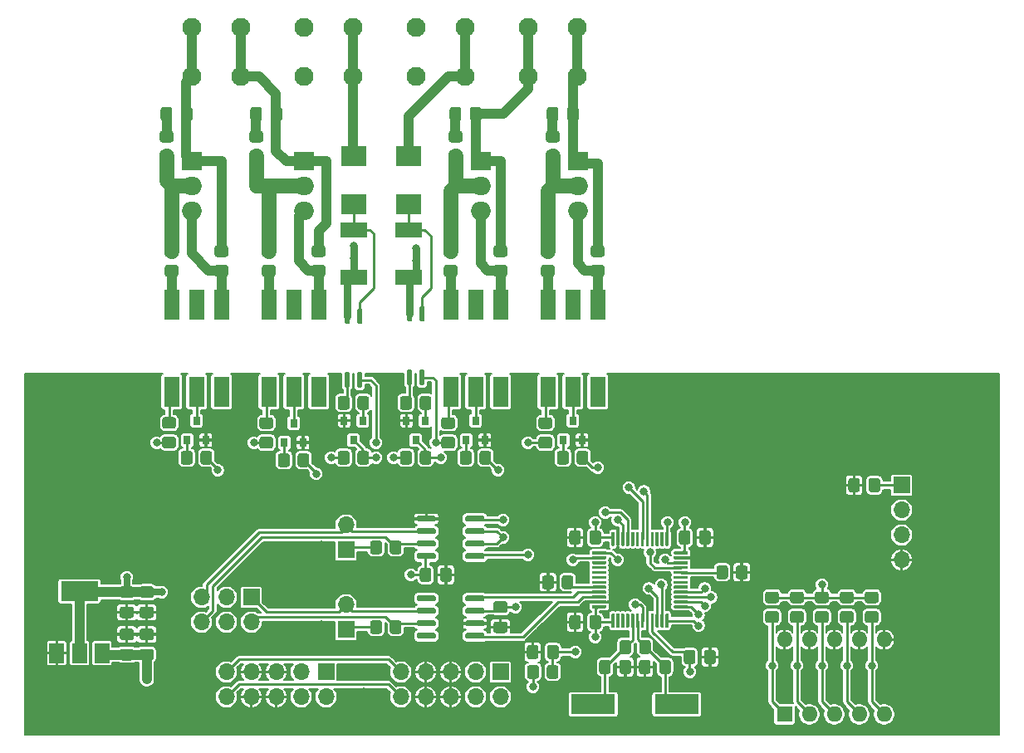
<source format=gbr>
%TF.GenerationSoftware,KiCad,Pcbnew,5.1.10-88a1d61d58~90~ubuntu20.04.1*%
%TF.CreationDate,2021-10-13T16:19:26+02:00*%
%TF.ProjectId,XT_V1,58545f56-312e-46b6-9963-61645f706362,rev?*%
%TF.SameCoordinates,Original*%
%TF.FileFunction,Copper,L1,Top*%
%TF.FilePolarity,Positive*%
%FSLAX46Y46*%
G04 Gerber Fmt 4.6, Leading zero omitted, Abs format (unit mm)*
G04 Created by KiCad (PCBNEW 5.1.10-88a1d61d58~90~ubuntu20.04.1) date 2021-10-13 16:19:26*
%MOMM*%
%LPD*%
G01*
G04 APERTURE LIST*
%TA.AperFunction,SMDPad,CuDef*%
%ADD10R,2.600000X2.100000*%
%TD*%
%TA.AperFunction,SMDPad,CuDef*%
%ADD11R,1.600000X3.100000*%
%TD*%
%TA.AperFunction,ComponentPad*%
%ADD12O,2.000000X1.905000*%
%TD*%
%TA.AperFunction,ComponentPad*%
%ADD13R,2.000000X1.905000*%
%TD*%
%TA.AperFunction,SMDPad,CuDef*%
%ADD14R,0.800000X0.900000*%
%TD*%
%TA.AperFunction,SMDPad,CuDef*%
%ADD15R,2.700000X1.500000*%
%TD*%
%TA.AperFunction,ComponentPad*%
%ADD16C,1.950000*%
%TD*%
%TA.AperFunction,SMDPad,CuDef*%
%ADD17R,4.500000X2.000000*%
%TD*%
%TA.AperFunction,SMDPad,CuDef*%
%ADD18R,1.500000X2.000000*%
%TD*%
%TA.AperFunction,SMDPad,CuDef*%
%ADD19R,3.800000X2.000000*%
%TD*%
%TA.AperFunction,ComponentPad*%
%ADD20O,1.600000X1.600000*%
%TD*%
%TA.AperFunction,ComponentPad*%
%ADD21R,1.600000X1.600000*%
%TD*%
%TA.AperFunction,ComponentPad*%
%ADD22O,1.700000X1.700000*%
%TD*%
%TA.AperFunction,ComponentPad*%
%ADD23R,1.700000X1.700000*%
%TD*%
%TA.AperFunction,ViaPad*%
%ADD24C,0.800000*%
%TD*%
%TA.AperFunction,Conductor*%
%ADD25C,1.000000*%
%TD*%
%TA.AperFunction,Conductor*%
%ADD26C,0.250000*%
%TD*%
%TA.AperFunction,Conductor*%
%ADD27C,0.700000*%
%TD*%
%TA.AperFunction,Conductor*%
%ADD28C,1.500000*%
%TD*%
%TA.AperFunction,Conductor*%
%ADD29C,0.800000*%
%TD*%
%TA.AperFunction,Conductor*%
%ADD30C,0.127000*%
%TD*%
%TA.AperFunction,Conductor*%
%ADD31C,0.100000*%
%TD*%
G04 APERTURE END LIST*
D10*
%TO.P,R34,2*%
%TO.N,Net-(D2-Pad1)*%
X137414000Y-81608000D03*
%TO.P,R34,1*%
%TO.N,Net-(J9-Pad3)*%
X137414000Y-76708000D03*
%TD*%
%TO.P,R33,2*%
%TO.N,Net-(D1-Pad1)*%
X131826000Y-81608000D03*
%TO.P,R33,1*%
%TO.N,Net-(J7-Pad3)*%
X131826000Y-76708000D03*
%TD*%
D11*
%TO.P,U10,6*%
%TO.N,Net-(R28-Pad2)*%
X151638000Y-91821000D03*
%TO.P,U10,3*%
%TO.N,Net-(U10-Pad3)*%
X156718000Y-100711000D03*
%TO.P,U10,5*%
%TO.N,Net-(U10-Pad5)*%
X154178000Y-91821000D03*
%TO.P,U10,2*%
%TO.N,Net-(Q7-Pad3)*%
X154178000Y-100711000D03*
%TO.P,U10,4*%
%TO.N,Net-(Q10-Pad3)*%
X156718000Y-91821000D03*
%TO.P,U10,1*%
%TO.N,Net-(R22-Pad1)*%
X151638000Y-100711000D03*
%TD*%
%TO.P,U9,6*%
%TO.N,Net-(R27-Pad2)*%
X141732000Y-91821000D03*
%TO.P,U9,3*%
%TO.N,Net-(U9-Pad3)*%
X146812000Y-100711000D03*
%TO.P,U9,5*%
%TO.N,Net-(U9-Pad5)*%
X144272000Y-91821000D03*
%TO.P,U9,2*%
%TO.N,Net-(Q5-Pad3)*%
X144272000Y-100711000D03*
%TO.P,U9,4*%
%TO.N,Net-(Q9-Pad3)*%
X146812000Y-91821000D03*
%TO.P,U9,1*%
%TO.N,Net-(R20-Pad1)*%
X141732000Y-100711000D03*
%TD*%
%TO.P,U8,4*%
%TO.N,VCC*%
%TA.AperFunction,SMDPad,CuDef*%
G36*
G01*
X138673500Y-98462000D02*
X138948500Y-98462000D01*
G75*
G02*
X139086000Y-98599500I0J-137500D01*
G01*
X139086000Y-99924500D01*
G75*
G02*
X138948500Y-100062000I-137500J0D01*
G01*
X138673500Y-100062000D01*
G75*
G02*
X138536000Y-99924500I0J137500D01*
G01*
X138536000Y-98599500D01*
G75*
G02*
X138673500Y-98462000I137500J0D01*
G01*
G37*
%TD.AperFunction*%
%TO.P,U8,3*%
%TO.N,Net-(R24-Pad1)*%
%TA.AperFunction,SMDPad,CuDef*%
G36*
G01*
X137403500Y-98462000D02*
X137678500Y-98462000D01*
G75*
G02*
X137816000Y-98599500I0J-137500D01*
G01*
X137816000Y-99924500D01*
G75*
G02*
X137678500Y-100062000I-137500J0D01*
G01*
X137403500Y-100062000D01*
G75*
G02*
X137266000Y-99924500I0J137500D01*
G01*
X137266000Y-98599500D01*
G75*
G02*
X137403500Y-98462000I137500J0D01*
G01*
G37*
%TD.AperFunction*%
%TO.P,U8,2*%
%TO.N,Net-(D2-Pad2)*%
%TA.AperFunction,SMDPad,CuDef*%
G36*
G01*
X137403500Y-91962000D02*
X137678500Y-91962000D01*
G75*
G02*
X137816000Y-92099500I0J-137500D01*
G01*
X137816000Y-93424500D01*
G75*
G02*
X137678500Y-93562000I-137500J0D01*
G01*
X137403500Y-93562000D01*
G75*
G02*
X137266000Y-93424500I0J137500D01*
G01*
X137266000Y-92099500D01*
G75*
G02*
X137403500Y-91962000I137500J0D01*
G01*
G37*
%TD.AperFunction*%
%TO.P,U8,1*%
%TO.N,Net-(D2-Pad1)*%
%TA.AperFunction,SMDPad,CuDef*%
G36*
G01*
X138673500Y-91962000D02*
X138948500Y-91962000D01*
G75*
G02*
X139086000Y-92099500I0J-137500D01*
G01*
X139086000Y-93424500D01*
G75*
G02*
X138948500Y-93562000I-137500J0D01*
G01*
X138673500Y-93562000D01*
G75*
G02*
X138536000Y-93424500I0J137500D01*
G01*
X138536000Y-92099500D01*
G75*
G02*
X138673500Y-91962000I137500J0D01*
G01*
G37*
%TD.AperFunction*%
%TD*%
%TO.P,U7,6*%
%TO.N,Net-(R26-Pad2)*%
X123190000Y-91821000D03*
%TO.P,U7,3*%
%TO.N,Net-(U7-Pad3)*%
X128270000Y-100711000D03*
%TO.P,U7,5*%
%TO.N,Net-(U7-Pad5)*%
X125730000Y-91821000D03*
%TO.P,U7,2*%
%TO.N,Net-(Q4-Pad3)*%
X125730000Y-100711000D03*
%TO.P,U7,4*%
%TO.N,Net-(Q8-Pad3)*%
X128270000Y-91821000D03*
%TO.P,U7,1*%
%TO.N,Net-(R19-Pad1)*%
X123190000Y-100711000D03*
%TD*%
%TO.P,U6,4*%
%TO.N,VCC*%
%TA.AperFunction,SMDPad,CuDef*%
G36*
G01*
X132323500Y-98716000D02*
X132598500Y-98716000D01*
G75*
G02*
X132736000Y-98853500I0J-137500D01*
G01*
X132736000Y-100178500D01*
G75*
G02*
X132598500Y-100316000I-137500J0D01*
G01*
X132323500Y-100316000D01*
G75*
G02*
X132186000Y-100178500I0J137500D01*
G01*
X132186000Y-98853500D01*
G75*
G02*
X132323500Y-98716000I137500J0D01*
G01*
G37*
%TD.AperFunction*%
%TO.P,U6,3*%
%TO.N,Net-(R23-Pad1)*%
%TA.AperFunction,SMDPad,CuDef*%
G36*
G01*
X131053500Y-98716000D02*
X131328500Y-98716000D01*
G75*
G02*
X131466000Y-98853500I0J-137500D01*
G01*
X131466000Y-100178500D01*
G75*
G02*
X131328500Y-100316000I-137500J0D01*
G01*
X131053500Y-100316000D01*
G75*
G02*
X130916000Y-100178500I0J137500D01*
G01*
X130916000Y-98853500D01*
G75*
G02*
X131053500Y-98716000I137500J0D01*
G01*
G37*
%TD.AperFunction*%
%TO.P,U6,2*%
%TO.N,Net-(D1-Pad2)*%
%TA.AperFunction,SMDPad,CuDef*%
G36*
G01*
X131053500Y-92216000D02*
X131328500Y-92216000D01*
G75*
G02*
X131466000Y-92353500I0J-137500D01*
G01*
X131466000Y-93678500D01*
G75*
G02*
X131328500Y-93816000I-137500J0D01*
G01*
X131053500Y-93816000D01*
G75*
G02*
X130916000Y-93678500I0J137500D01*
G01*
X130916000Y-92353500D01*
G75*
G02*
X131053500Y-92216000I137500J0D01*
G01*
G37*
%TD.AperFunction*%
%TO.P,U6,1*%
%TO.N,Net-(D1-Pad1)*%
%TA.AperFunction,SMDPad,CuDef*%
G36*
G01*
X132323500Y-92216000D02*
X132598500Y-92216000D01*
G75*
G02*
X132736000Y-92353500I0J-137500D01*
G01*
X132736000Y-93678500D01*
G75*
G02*
X132598500Y-93816000I-137500J0D01*
G01*
X132323500Y-93816000D01*
G75*
G02*
X132186000Y-93678500I0J137500D01*
G01*
X132186000Y-92353500D01*
G75*
G02*
X132323500Y-92216000I137500J0D01*
G01*
G37*
%TD.AperFunction*%
%TD*%
%TO.P,U5,6*%
%TO.N,Net-(R21-Pad2)*%
X113284000Y-91821000D03*
%TO.P,U5,3*%
%TO.N,Net-(U5-Pad3)*%
X118364000Y-100711000D03*
%TO.P,U5,5*%
%TO.N,Net-(U5-Pad5)*%
X115824000Y-91821000D03*
%TO.P,U5,2*%
%TO.N,Net-(Q1-Pad3)*%
X115824000Y-100711000D03*
%TO.P,U5,4*%
%TO.N,Net-(Q6-Pad3)*%
X118364000Y-91821000D03*
%TO.P,U5,1*%
%TO.N,Net-(R16-Pad1)*%
X113284000Y-100711000D03*
%TD*%
%TO.P,R37,2*%
%TO.N,Net-(C18-Pad1)*%
%TA.AperFunction,SMDPad,CuDef*%
G36*
G01*
X152596001Y-75292000D02*
X151695999Y-75292000D01*
G75*
G02*
X151446000Y-75042001I0J249999D01*
G01*
X151446000Y-74341999D01*
G75*
G02*
X151695999Y-74092000I249999J0D01*
G01*
X152596001Y-74092000D01*
G75*
G02*
X152846000Y-74341999I0J-249999D01*
G01*
X152846000Y-75042001D01*
G75*
G02*
X152596001Y-75292000I-249999J0D01*
G01*
G37*
%TD.AperFunction*%
%TO.P,R37,1*%
%TO.N,Net-(D2-Pad2)*%
%TA.AperFunction,SMDPad,CuDef*%
G36*
G01*
X152596001Y-77292000D02*
X151695999Y-77292000D01*
G75*
G02*
X151446000Y-77042001I0J249999D01*
G01*
X151446000Y-76341999D01*
G75*
G02*
X151695999Y-76092000I249999J0D01*
G01*
X152596001Y-76092000D01*
G75*
G02*
X152846000Y-76341999I0J-249999D01*
G01*
X152846000Y-77042001D01*
G75*
G02*
X152596001Y-77292000I-249999J0D01*
G01*
G37*
%TD.AperFunction*%
%TD*%
%TO.P,R36,2*%
%TO.N,Net-(C17-Pad1)*%
%TA.AperFunction,SMDPad,CuDef*%
G36*
G01*
X142690001Y-75292000D02*
X141789999Y-75292000D01*
G75*
G02*
X141540000Y-75042001I0J249999D01*
G01*
X141540000Y-74341999D01*
G75*
G02*
X141789999Y-74092000I249999J0D01*
G01*
X142690001Y-74092000D01*
G75*
G02*
X142940000Y-74341999I0J-249999D01*
G01*
X142940000Y-75042001D01*
G75*
G02*
X142690001Y-75292000I-249999J0D01*
G01*
G37*
%TD.AperFunction*%
%TO.P,R36,1*%
%TO.N,Net-(D2-Pad2)*%
%TA.AperFunction,SMDPad,CuDef*%
G36*
G01*
X142690001Y-77292000D02*
X141789999Y-77292000D01*
G75*
G02*
X141540000Y-77042001I0J249999D01*
G01*
X141540000Y-76341999D01*
G75*
G02*
X141789999Y-76092000I249999J0D01*
G01*
X142690001Y-76092000D01*
G75*
G02*
X142940000Y-76341999I0J-249999D01*
G01*
X142940000Y-77042001D01*
G75*
G02*
X142690001Y-77292000I-249999J0D01*
G01*
G37*
%TD.AperFunction*%
%TD*%
%TO.P,R35,2*%
%TO.N,Net-(C15-Pad1)*%
%TA.AperFunction,SMDPad,CuDef*%
G36*
G01*
X122370001Y-75292000D02*
X121469999Y-75292000D01*
G75*
G02*
X121220000Y-75042001I0J249999D01*
G01*
X121220000Y-74341999D01*
G75*
G02*
X121469999Y-74092000I249999J0D01*
G01*
X122370001Y-74092000D01*
G75*
G02*
X122620000Y-74341999I0J-249999D01*
G01*
X122620000Y-75042001D01*
G75*
G02*
X122370001Y-75292000I-249999J0D01*
G01*
G37*
%TD.AperFunction*%
%TO.P,R35,1*%
%TO.N,Net-(D1-Pad2)*%
%TA.AperFunction,SMDPad,CuDef*%
G36*
G01*
X122370001Y-77292000D02*
X121469999Y-77292000D01*
G75*
G02*
X121220000Y-77042001I0J249999D01*
G01*
X121220000Y-76341999D01*
G75*
G02*
X121469999Y-76092000I249999J0D01*
G01*
X122370001Y-76092000D01*
G75*
G02*
X122620000Y-76341999I0J-249999D01*
G01*
X122620000Y-77042001D01*
G75*
G02*
X122370001Y-77292000I-249999J0D01*
G01*
G37*
%TD.AperFunction*%
%TD*%
%TO.P,R32,2*%
%TO.N,Net-(Q10-Pad3)*%
%TA.AperFunction,SMDPad,CuDef*%
G36*
G01*
X156267999Y-87776000D02*
X157168001Y-87776000D01*
G75*
G02*
X157418000Y-88025999I0J-249999D01*
G01*
X157418000Y-88726001D01*
G75*
G02*
X157168001Y-88976000I-249999J0D01*
G01*
X156267999Y-88976000D01*
G75*
G02*
X156018000Y-88726001I0J249999D01*
G01*
X156018000Y-88025999D01*
G75*
G02*
X156267999Y-87776000I249999J0D01*
G01*
G37*
%TD.AperFunction*%
%TO.P,R32,1*%
%TO.N,Net-(C18-Pad2)*%
%TA.AperFunction,SMDPad,CuDef*%
G36*
G01*
X156267999Y-85776000D02*
X157168001Y-85776000D01*
G75*
G02*
X157418000Y-86025999I0J-249999D01*
G01*
X157418000Y-86726001D01*
G75*
G02*
X157168001Y-86976000I-249999J0D01*
G01*
X156267999Y-86976000D01*
G75*
G02*
X156018000Y-86726001I0J249999D01*
G01*
X156018000Y-86025999D01*
G75*
G02*
X156267999Y-85776000I249999J0D01*
G01*
G37*
%TD.AperFunction*%
%TD*%
%TO.P,R31,2*%
%TO.N,Net-(Q9-Pad3)*%
%TA.AperFunction,SMDPad,CuDef*%
G36*
G01*
X146361999Y-87776000D02*
X147262001Y-87776000D01*
G75*
G02*
X147512000Y-88025999I0J-249999D01*
G01*
X147512000Y-88726001D01*
G75*
G02*
X147262001Y-88976000I-249999J0D01*
G01*
X146361999Y-88976000D01*
G75*
G02*
X146112000Y-88726001I0J249999D01*
G01*
X146112000Y-88025999D01*
G75*
G02*
X146361999Y-87776000I249999J0D01*
G01*
G37*
%TD.AperFunction*%
%TO.P,R31,1*%
%TO.N,Net-(C17-Pad2)*%
%TA.AperFunction,SMDPad,CuDef*%
G36*
G01*
X146361999Y-85776000D02*
X147262001Y-85776000D01*
G75*
G02*
X147512000Y-86025999I0J-249999D01*
G01*
X147512000Y-86726001D01*
G75*
G02*
X147262001Y-86976000I-249999J0D01*
G01*
X146361999Y-86976000D01*
G75*
G02*
X146112000Y-86726001I0J249999D01*
G01*
X146112000Y-86025999D01*
G75*
G02*
X146361999Y-85776000I249999J0D01*
G01*
G37*
%TD.AperFunction*%
%TD*%
%TO.P,R30,2*%
%TO.N,Net-(Q8-Pad3)*%
%TA.AperFunction,SMDPad,CuDef*%
G36*
G01*
X127819999Y-87776000D02*
X128720001Y-87776000D01*
G75*
G02*
X128970000Y-88025999I0J-249999D01*
G01*
X128970000Y-88726001D01*
G75*
G02*
X128720001Y-88976000I-249999J0D01*
G01*
X127819999Y-88976000D01*
G75*
G02*
X127570000Y-88726001I0J249999D01*
G01*
X127570000Y-88025999D01*
G75*
G02*
X127819999Y-87776000I249999J0D01*
G01*
G37*
%TD.AperFunction*%
%TO.P,R30,1*%
%TO.N,Net-(C15-Pad2)*%
%TA.AperFunction,SMDPad,CuDef*%
G36*
G01*
X127819999Y-85776000D02*
X128720001Y-85776000D01*
G75*
G02*
X128970000Y-86025999I0J-249999D01*
G01*
X128970000Y-86726001D01*
G75*
G02*
X128720001Y-86976000I-249999J0D01*
G01*
X127819999Y-86976000D01*
G75*
G02*
X127570000Y-86726001I0J249999D01*
G01*
X127570000Y-86025999D01*
G75*
G02*
X127819999Y-85776000I249999J0D01*
G01*
G37*
%TD.AperFunction*%
%TD*%
%TO.P,R29,2*%
%TO.N,Net-(C16-Pad1)*%
%TA.AperFunction,SMDPad,CuDef*%
G36*
G01*
X113226001Y-75292000D02*
X112325999Y-75292000D01*
G75*
G02*
X112076000Y-75042001I0J249999D01*
G01*
X112076000Y-74341999D01*
G75*
G02*
X112325999Y-74092000I249999J0D01*
G01*
X113226001Y-74092000D01*
G75*
G02*
X113476000Y-74341999I0J-249999D01*
G01*
X113476000Y-75042001D01*
G75*
G02*
X113226001Y-75292000I-249999J0D01*
G01*
G37*
%TD.AperFunction*%
%TO.P,R29,1*%
%TO.N,Net-(D1-Pad2)*%
%TA.AperFunction,SMDPad,CuDef*%
G36*
G01*
X113226001Y-77292000D02*
X112325999Y-77292000D01*
G75*
G02*
X112076000Y-77042001I0J249999D01*
G01*
X112076000Y-76341999D01*
G75*
G02*
X112325999Y-76092000I249999J0D01*
G01*
X113226001Y-76092000D01*
G75*
G02*
X113476000Y-76341999I0J-249999D01*
G01*
X113476000Y-77042001D01*
G75*
G02*
X113226001Y-77292000I-249999J0D01*
G01*
G37*
%TD.AperFunction*%
%TD*%
%TO.P,R28,2*%
%TO.N,Net-(R28-Pad2)*%
%TA.AperFunction,SMDPad,CuDef*%
G36*
G01*
X151187999Y-87776000D02*
X152088001Y-87776000D01*
G75*
G02*
X152338000Y-88025999I0J-249999D01*
G01*
X152338000Y-88726001D01*
G75*
G02*
X152088001Y-88976000I-249999J0D01*
G01*
X151187999Y-88976000D01*
G75*
G02*
X150938000Y-88726001I0J249999D01*
G01*
X150938000Y-88025999D01*
G75*
G02*
X151187999Y-87776000I249999J0D01*
G01*
G37*
%TD.AperFunction*%
%TO.P,R28,1*%
%TO.N,Net-(D2-Pad2)*%
%TA.AperFunction,SMDPad,CuDef*%
G36*
G01*
X151187999Y-85776000D02*
X152088001Y-85776000D01*
G75*
G02*
X152338000Y-86025999I0J-249999D01*
G01*
X152338000Y-86726001D01*
G75*
G02*
X152088001Y-86976000I-249999J0D01*
G01*
X151187999Y-86976000D01*
G75*
G02*
X150938000Y-86726001I0J249999D01*
G01*
X150938000Y-86025999D01*
G75*
G02*
X151187999Y-85776000I249999J0D01*
G01*
G37*
%TD.AperFunction*%
%TD*%
%TO.P,R27,2*%
%TO.N,Net-(R27-Pad2)*%
%TA.AperFunction,SMDPad,CuDef*%
G36*
G01*
X141281999Y-87776000D02*
X142182001Y-87776000D01*
G75*
G02*
X142432000Y-88025999I0J-249999D01*
G01*
X142432000Y-88726001D01*
G75*
G02*
X142182001Y-88976000I-249999J0D01*
G01*
X141281999Y-88976000D01*
G75*
G02*
X141032000Y-88726001I0J249999D01*
G01*
X141032000Y-88025999D01*
G75*
G02*
X141281999Y-87776000I249999J0D01*
G01*
G37*
%TD.AperFunction*%
%TO.P,R27,1*%
%TO.N,Net-(D2-Pad2)*%
%TA.AperFunction,SMDPad,CuDef*%
G36*
G01*
X141281999Y-85776000D02*
X142182001Y-85776000D01*
G75*
G02*
X142432000Y-86025999I0J-249999D01*
G01*
X142432000Y-86726001D01*
G75*
G02*
X142182001Y-86976000I-249999J0D01*
G01*
X141281999Y-86976000D01*
G75*
G02*
X141032000Y-86726001I0J249999D01*
G01*
X141032000Y-86025999D01*
G75*
G02*
X141281999Y-85776000I249999J0D01*
G01*
G37*
%TD.AperFunction*%
%TD*%
%TO.P,R26,2*%
%TO.N,Net-(R26-Pad2)*%
%TA.AperFunction,SMDPad,CuDef*%
G36*
G01*
X122739999Y-87776000D02*
X123640001Y-87776000D01*
G75*
G02*
X123890000Y-88025999I0J-249999D01*
G01*
X123890000Y-88726001D01*
G75*
G02*
X123640001Y-88976000I-249999J0D01*
G01*
X122739999Y-88976000D01*
G75*
G02*
X122490000Y-88726001I0J249999D01*
G01*
X122490000Y-88025999D01*
G75*
G02*
X122739999Y-87776000I249999J0D01*
G01*
G37*
%TD.AperFunction*%
%TO.P,R26,1*%
%TO.N,Net-(D1-Pad2)*%
%TA.AperFunction,SMDPad,CuDef*%
G36*
G01*
X122739999Y-85776000D02*
X123640001Y-85776000D01*
G75*
G02*
X123890000Y-86025999I0J-249999D01*
G01*
X123890000Y-86726001D01*
G75*
G02*
X123640001Y-86976000I-249999J0D01*
G01*
X122739999Y-86976000D01*
G75*
G02*
X122490000Y-86726001I0J249999D01*
G01*
X122490000Y-86025999D01*
G75*
G02*
X122739999Y-85776000I249999J0D01*
G01*
G37*
%TD.AperFunction*%
%TD*%
%TO.P,R25,2*%
%TO.N,Net-(Q6-Pad3)*%
%TA.AperFunction,SMDPad,CuDef*%
G36*
G01*
X117913999Y-87776000D02*
X118814001Y-87776000D01*
G75*
G02*
X119064000Y-88025999I0J-249999D01*
G01*
X119064000Y-88726001D01*
G75*
G02*
X118814001Y-88976000I-249999J0D01*
G01*
X117913999Y-88976000D01*
G75*
G02*
X117664000Y-88726001I0J249999D01*
G01*
X117664000Y-88025999D01*
G75*
G02*
X117913999Y-87776000I249999J0D01*
G01*
G37*
%TD.AperFunction*%
%TO.P,R25,1*%
%TO.N,Net-(C16-Pad2)*%
%TA.AperFunction,SMDPad,CuDef*%
G36*
G01*
X117913999Y-85776000D02*
X118814001Y-85776000D01*
G75*
G02*
X119064000Y-86025999I0J-249999D01*
G01*
X119064000Y-86726001D01*
G75*
G02*
X118814001Y-86976000I-249999J0D01*
G01*
X117913999Y-86976000D01*
G75*
G02*
X117664000Y-86726001I0J249999D01*
G01*
X117664000Y-86025999D01*
G75*
G02*
X117913999Y-85776000I249999J0D01*
G01*
G37*
%TD.AperFunction*%
%TD*%
%TO.P,R24,2*%
%TO.N,Net-(Q3-Pad1)*%
%TA.AperFunction,SMDPad,CuDef*%
G36*
G01*
X138576000Y-102304001D02*
X138576000Y-101403999D01*
G75*
G02*
X138825999Y-101154000I249999J0D01*
G01*
X139526001Y-101154000D01*
G75*
G02*
X139776000Y-101403999I0J-249999D01*
G01*
X139776000Y-102304001D01*
G75*
G02*
X139526001Y-102554000I-249999J0D01*
G01*
X138825999Y-102554000D01*
G75*
G02*
X138576000Y-102304001I0J249999D01*
G01*
G37*
%TD.AperFunction*%
%TO.P,R24,1*%
%TO.N,Net-(R24-Pad1)*%
%TA.AperFunction,SMDPad,CuDef*%
G36*
G01*
X136576000Y-102304001D02*
X136576000Y-101403999D01*
G75*
G02*
X136825999Y-101154000I249999J0D01*
G01*
X137526001Y-101154000D01*
G75*
G02*
X137776000Y-101403999I0J-249999D01*
G01*
X137776000Y-102304001D01*
G75*
G02*
X137526001Y-102554000I-249999J0D01*
G01*
X136825999Y-102554000D01*
G75*
G02*
X136576000Y-102304001I0J249999D01*
G01*
G37*
%TD.AperFunction*%
%TD*%
%TO.P,R23,2*%
%TO.N,Net-(Q2-Pad1)*%
%TA.AperFunction,SMDPad,CuDef*%
G36*
G01*
X132226000Y-102304001D02*
X132226000Y-101403999D01*
G75*
G02*
X132475999Y-101154000I249999J0D01*
G01*
X133176001Y-101154000D01*
G75*
G02*
X133426000Y-101403999I0J-249999D01*
G01*
X133426000Y-102304001D01*
G75*
G02*
X133176001Y-102554000I-249999J0D01*
G01*
X132475999Y-102554000D01*
G75*
G02*
X132226000Y-102304001I0J249999D01*
G01*
G37*
%TD.AperFunction*%
%TO.P,R23,1*%
%TO.N,Net-(R23-Pad1)*%
%TA.AperFunction,SMDPad,CuDef*%
G36*
G01*
X130226000Y-102304001D02*
X130226000Y-101403999D01*
G75*
G02*
X130475999Y-101154000I249999J0D01*
G01*
X131176001Y-101154000D01*
G75*
G02*
X131426000Y-101403999I0J-249999D01*
G01*
X131426000Y-102304001D01*
G75*
G02*
X131176001Y-102554000I-249999J0D01*
G01*
X130475999Y-102554000D01*
G75*
G02*
X130226000Y-102304001I0J249999D01*
G01*
G37*
%TD.AperFunction*%
%TD*%
%TO.P,R22,2*%
%TO.N,VCC*%
%TA.AperFunction,SMDPad,CuDef*%
G36*
G01*
X150933999Y-105302000D02*
X151834001Y-105302000D01*
G75*
G02*
X152084000Y-105551999I0J-249999D01*
G01*
X152084000Y-106252001D01*
G75*
G02*
X151834001Y-106502000I-249999J0D01*
G01*
X150933999Y-106502000D01*
G75*
G02*
X150684000Y-106252001I0J249999D01*
G01*
X150684000Y-105551999D01*
G75*
G02*
X150933999Y-105302000I249999J0D01*
G01*
G37*
%TD.AperFunction*%
%TO.P,R22,1*%
%TO.N,Net-(R22-Pad1)*%
%TA.AperFunction,SMDPad,CuDef*%
G36*
G01*
X150933999Y-103302000D02*
X151834001Y-103302000D01*
G75*
G02*
X152084000Y-103551999I0J-249999D01*
G01*
X152084000Y-104252001D01*
G75*
G02*
X151834001Y-104502000I-249999J0D01*
G01*
X150933999Y-104502000D01*
G75*
G02*
X150684000Y-104252001I0J249999D01*
G01*
X150684000Y-103551999D01*
G75*
G02*
X150933999Y-103302000I249999J0D01*
G01*
G37*
%TD.AperFunction*%
%TD*%
%TO.P,R21,2*%
%TO.N,Net-(R21-Pad2)*%
%TA.AperFunction,SMDPad,CuDef*%
G36*
G01*
X112833999Y-87776000D02*
X113734001Y-87776000D01*
G75*
G02*
X113984000Y-88025999I0J-249999D01*
G01*
X113984000Y-88726001D01*
G75*
G02*
X113734001Y-88976000I-249999J0D01*
G01*
X112833999Y-88976000D01*
G75*
G02*
X112584000Y-88726001I0J249999D01*
G01*
X112584000Y-88025999D01*
G75*
G02*
X112833999Y-87776000I249999J0D01*
G01*
G37*
%TD.AperFunction*%
%TO.P,R21,1*%
%TO.N,Net-(D1-Pad2)*%
%TA.AperFunction,SMDPad,CuDef*%
G36*
G01*
X112833999Y-85776000D02*
X113734001Y-85776000D01*
G75*
G02*
X113984000Y-86025999I0J-249999D01*
G01*
X113984000Y-86726001D01*
G75*
G02*
X113734001Y-86976000I-249999J0D01*
G01*
X112833999Y-86976000D01*
G75*
G02*
X112584000Y-86726001I0J249999D01*
G01*
X112584000Y-86025999D01*
G75*
G02*
X112833999Y-85776000I249999J0D01*
G01*
G37*
%TD.AperFunction*%
%TD*%
%TO.P,R20,2*%
%TO.N,VCC*%
%TA.AperFunction,SMDPad,CuDef*%
G36*
G01*
X141027999Y-105302000D02*
X141928001Y-105302000D01*
G75*
G02*
X142178000Y-105551999I0J-249999D01*
G01*
X142178000Y-106252001D01*
G75*
G02*
X141928001Y-106502000I-249999J0D01*
G01*
X141027999Y-106502000D01*
G75*
G02*
X140778000Y-106252001I0J249999D01*
G01*
X140778000Y-105551999D01*
G75*
G02*
X141027999Y-105302000I249999J0D01*
G01*
G37*
%TD.AperFunction*%
%TO.P,R20,1*%
%TO.N,Net-(R20-Pad1)*%
%TA.AperFunction,SMDPad,CuDef*%
G36*
G01*
X141027999Y-103302000D02*
X141928001Y-103302000D01*
G75*
G02*
X142178000Y-103551999I0J-249999D01*
G01*
X142178000Y-104252001D01*
G75*
G02*
X141928001Y-104502000I-249999J0D01*
G01*
X141027999Y-104502000D01*
G75*
G02*
X140778000Y-104252001I0J249999D01*
G01*
X140778000Y-103551999D01*
G75*
G02*
X141027999Y-103302000I249999J0D01*
G01*
G37*
%TD.AperFunction*%
%TD*%
%TO.P,R19,2*%
%TO.N,VCC*%
%TA.AperFunction,SMDPad,CuDef*%
G36*
G01*
X122485999Y-105302000D02*
X123386001Y-105302000D01*
G75*
G02*
X123636000Y-105551999I0J-249999D01*
G01*
X123636000Y-106252001D01*
G75*
G02*
X123386001Y-106502000I-249999J0D01*
G01*
X122485999Y-106502000D01*
G75*
G02*
X122236000Y-106252001I0J249999D01*
G01*
X122236000Y-105551999D01*
G75*
G02*
X122485999Y-105302000I249999J0D01*
G01*
G37*
%TD.AperFunction*%
%TO.P,R19,1*%
%TO.N,Net-(R19-Pad1)*%
%TA.AperFunction,SMDPad,CuDef*%
G36*
G01*
X122485999Y-103302000D02*
X123386001Y-103302000D01*
G75*
G02*
X123636000Y-103551999I0J-249999D01*
G01*
X123636000Y-104252001D01*
G75*
G02*
X123386001Y-104502000I-249999J0D01*
G01*
X122485999Y-104502000D01*
G75*
G02*
X122236000Y-104252001I0J249999D01*
G01*
X122236000Y-103551999D01*
G75*
G02*
X122485999Y-103302000I249999J0D01*
G01*
G37*
%TD.AperFunction*%
%TD*%
%TO.P,R18,2*%
%TO.N,CH4*%
%TA.AperFunction,SMDPad,CuDef*%
G36*
G01*
X154578000Y-107892001D02*
X154578000Y-106991999D01*
G75*
G02*
X154827999Y-106742000I249999J0D01*
G01*
X155528001Y-106742000D01*
G75*
G02*
X155778000Y-106991999I0J-249999D01*
G01*
X155778000Y-107892001D01*
G75*
G02*
X155528001Y-108142000I-249999J0D01*
G01*
X154827999Y-108142000D01*
G75*
G02*
X154578000Y-107892001I0J249999D01*
G01*
G37*
%TD.AperFunction*%
%TO.P,R18,1*%
%TO.N,Net-(Q7-Pad1)*%
%TA.AperFunction,SMDPad,CuDef*%
G36*
G01*
X152578000Y-107892001D02*
X152578000Y-106991999D01*
G75*
G02*
X152827999Y-106742000I249999J0D01*
G01*
X153528001Y-106742000D01*
G75*
G02*
X153778000Y-106991999I0J-249999D01*
G01*
X153778000Y-107892001D01*
G75*
G02*
X153528001Y-108142000I-249999J0D01*
G01*
X152827999Y-108142000D01*
G75*
G02*
X152578000Y-107892001I0J249999D01*
G01*
G37*
%TD.AperFunction*%
%TD*%
%TO.P,R17,2*%
%TO.N,CH3*%
%TA.AperFunction,SMDPad,CuDef*%
G36*
G01*
X144672000Y-107892001D02*
X144672000Y-106991999D01*
G75*
G02*
X144921999Y-106742000I249999J0D01*
G01*
X145622001Y-106742000D01*
G75*
G02*
X145872000Y-106991999I0J-249999D01*
G01*
X145872000Y-107892001D01*
G75*
G02*
X145622001Y-108142000I-249999J0D01*
G01*
X144921999Y-108142000D01*
G75*
G02*
X144672000Y-107892001I0J249999D01*
G01*
G37*
%TD.AperFunction*%
%TO.P,R17,1*%
%TO.N,Net-(Q5-Pad1)*%
%TA.AperFunction,SMDPad,CuDef*%
G36*
G01*
X142672000Y-107892001D02*
X142672000Y-106991999D01*
G75*
G02*
X142921999Y-106742000I249999J0D01*
G01*
X143622001Y-106742000D01*
G75*
G02*
X143872000Y-106991999I0J-249999D01*
G01*
X143872000Y-107892001D01*
G75*
G02*
X143622001Y-108142000I-249999J0D01*
G01*
X142921999Y-108142000D01*
G75*
G02*
X142672000Y-107892001I0J249999D01*
G01*
G37*
%TD.AperFunction*%
%TD*%
%TO.P,R16,2*%
%TO.N,VCC*%
%TA.AperFunction,SMDPad,CuDef*%
G36*
G01*
X112579999Y-105286000D02*
X113480001Y-105286000D01*
G75*
G02*
X113730000Y-105535999I0J-249999D01*
G01*
X113730000Y-106236001D01*
G75*
G02*
X113480001Y-106486000I-249999J0D01*
G01*
X112579999Y-106486000D01*
G75*
G02*
X112330000Y-106236001I0J249999D01*
G01*
X112330000Y-105535999D01*
G75*
G02*
X112579999Y-105286000I249999J0D01*
G01*
G37*
%TD.AperFunction*%
%TO.P,R16,1*%
%TO.N,Net-(R16-Pad1)*%
%TA.AperFunction,SMDPad,CuDef*%
G36*
G01*
X112579999Y-103286000D02*
X113480001Y-103286000D01*
G75*
G02*
X113730000Y-103535999I0J-249999D01*
G01*
X113730000Y-104236001D01*
G75*
G02*
X113480001Y-104486000I-249999J0D01*
G01*
X112579999Y-104486000D01*
G75*
G02*
X112330000Y-104236001I0J249999D01*
G01*
X112330000Y-103535999D01*
G75*
G02*
X112579999Y-103286000I249999J0D01*
G01*
G37*
%TD.AperFunction*%
%TD*%
%TO.P,R15,2*%
%TO.N,CH2*%
%TA.AperFunction,SMDPad,CuDef*%
G36*
G01*
X126130000Y-108146001D02*
X126130000Y-107245999D01*
G75*
G02*
X126379999Y-106996000I249999J0D01*
G01*
X127080001Y-106996000D01*
G75*
G02*
X127330000Y-107245999I0J-249999D01*
G01*
X127330000Y-108146001D01*
G75*
G02*
X127080001Y-108396000I-249999J0D01*
G01*
X126379999Y-108396000D01*
G75*
G02*
X126130000Y-108146001I0J249999D01*
G01*
G37*
%TD.AperFunction*%
%TO.P,R15,1*%
%TO.N,Net-(Q4-Pad1)*%
%TA.AperFunction,SMDPad,CuDef*%
G36*
G01*
X124130000Y-108146001D02*
X124130000Y-107245999D01*
G75*
G02*
X124379999Y-106996000I249999J0D01*
G01*
X125080001Y-106996000D01*
G75*
G02*
X125330000Y-107245999I0J-249999D01*
G01*
X125330000Y-108146001D01*
G75*
G02*
X125080001Y-108396000I-249999J0D01*
G01*
X124379999Y-108396000D01*
G75*
G02*
X124130000Y-108146001I0J249999D01*
G01*
G37*
%TD.AperFunction*%
%TD*%
%TO.P,R14,2*%
%TO.N,ZC2*%
%TA.AperFunction,SMDPad,CuDef*%
G36*
G01*
X138576000Y-107892001D02*
X138576000Y-106991999D01*
G75*
G02*
X138825999Y-106742000I249999J0D01*
G01*
X139526001Y-106742000D01*
G75*
G02*
X139776000Y-106991999I0J-249999D01*
G01*
X139776000Y-107892001D01*
G75*
G02*
X139526001Y-108142000I-249999J0D01*
G01*
X138825999Y-108142000D01*
G75*
G02*
X138576000Y-107892001I0J249999D01*
G01*
G37*
%TD.AperFunction*%
%TO.P,R14,1*%
%TO.N,+3V3*%
%TA.AperFunction,SMDPad,CuDef*%
G36*
G01*
X136576000Y-107892001D02*
X136576000Y-106991999D01*
G75*
G02*
X136825999Y-106742000I249999J0D01*
G01*
X137526001Y-106742000D01*
G75*
G02*
X137776000Y-106991999I0J-249999D01*
G01*
X137776000Y-107892001D01*
G75*
G02*
X137526001Y-108142000I-249999J0D01*
G01*
X136825999Y-108142000D01*
G75*
G02*
X136576000Y-107892001I0J249999D01*
G01*
G37*
%TD.AperFunction*%
%TD*%
%TO.P,R13,2*%
%TO.N,ZC1*%
%TA.AperFunction,SMDPad,CuDef*%
G36*
G01*
X132226000Y-107892001D02*
X132226000Y-106991999D01*
G75*
G02*
X132475999Y-106742000I249999J0D01*
G01*
X133176001Y-106742000D01*
G75*
G02*
X133426000Y-106991999I0J-249999D01*
G01*
X133426000Y-107892001D01*
G75*
G02*
X133176001Y-108142000I-249999J0D01*
G01*
X132475999Y-108142000D01*
G75*
G02*
X132226000Y-107892001I0J249999D01*
G01*
G37*
%TD.AperFunction*%
%TO.P,R13,1*%
%TO.N,+3V3*%
%TA.AperFunction,SMDPad,CuDef*%
G36*
G01*
X130226000Y-107892001D02*
X130226000Y-106991999D01*
G75*
G02*
X130475999Y-106742000I249999J0D01*
G01*
X131176001Y-106742000D01*
G75*
G02*
X131426000Y-106991999I0J-249999D01*
G01*
X131426000Y-107892001D01*
G75*
G02*
X131176001Y-108142000I-249999J0D01*
G01*
X130475999Y-108142000D01*
G75*
G02*
X130226000Y-107892001I0J249999D01*
G01*
G37*
%TD.AperFunction*%
%TD*%
%TO.P,R12,2*%
%TO.N,CH1*%
%TA.AperFunction,SMDPad,CuDef*%
G36*
G01*
X116224000Y-107892001D02*
X116224000Y-106991999D01*
G75*
G02*
X116473999Y-106742000I249999J0D01*
G01*
X117174001Y-106742000D01*
G75*
G02*
X117424000Y-106991999I0J-249999D01*
G01*
X117424000Y-107892001D01*
G75*
G02*
X117174001Y-108142000I-249999J0D01*
G01*
X116473999Y-108142000D01*
G75*
G02*
X116224000Y-107892001I0J249999D01*
G01*
G37*
%TD.AperFunction*%
%TO.P,R12,1*%
%TO.N,Net-(Q1-Pad1)*%
%TA.AperFunction,SMDPad,CuDef*%
G36*
G01*
X114224000Y-107892001D02*
X114224000Y-106991999D01*
G75*
G02*
X114473999Y-106742000I249999J0D01*
G01*
X115174001Y-106742000D01*
G75*
G02*
X115424000Y-106991999I0J-249999D01*
G01*
X115424000Y-107892001D01*
G75*
G02*
X115174001Y-108142000I-249999J0D01*
G01*
X114473999Y-108142000D01*
G75*
G02*
X114224000Y-107892001I0J249999D01*
G01*
G37*
%TD.AperFunction*%
%TD*%
D12*
%TO.P,Q10,3*%
%TO.N,Net-(Q10-Pad3)*%
X154686000Y-82296000D03*
%TO.P,Q10,2*%
%TO.N,Net-(D2-Pad2)*%
X154686000Y-79756000D03*
D13*
%TO.P,Q10,1*%
%TO.N,Net-(C18-Pad2)*%
X154686000Y-77216000D03*
%TD*%
D12*
%TO.P,Q9,3*%
%TO.N,Net-(Q9-Pad3)*%
X144780000Y-82296000D03*
%TO.P,Q9,2*%
%TO.N,Net-(D2-Pad2)*%
X144780000Y-79756000D03*
D13*
%TO.P,Q9,1*%
%TO.N,Net-(C17-Pad2)*%
X144780000Y-77216000D03*
%TD*%
D12*
%TO.P,Q8,3*%
%TO.N,Net-(Q8-Pad3)*%
X126746000Y-82296000D03*
%TO.P,Q8,2*%
%TO.N,Net-(D1-Pad2)*%
X126746000Y-79756000D03*
D13*
%TO.P,Q8,1*%
%TO.N,Net-(C15-Pad2)*%
X126746000Y-77216000D03*
%TD*%
D14*
%TO.P,Q7,3*%
%TO.N,Net-(Q7-Pad3)*%
X154178000Y-103648000D03*
%TO.P,Q7,2*%
%TO.N,GND*%
X155128000Y-105648000D03*
%TO.P,Q7,1*%
%TO.N,Net-(Q7-Pad1)*%
X153228000Y-105648000D03*
%TD*%
D12*
%TO.P,Q6,3*%
%TO.N,Net-(Q6-Pad3)*%
X115316000Y-82296000D03*
%TO.P,Q6,2*%
%TO.N,Net-(D1-Pad2)*%
X115316000Y-79756000D03*
D13*
%TO.P,Q6,1*%
%TO.N,Net-(C16-Pad2)*%
X115316000Y-77216000D03*
%TD*%
D14*
%TO.P,Q5,3*%
%TO.N,Net-(Q5-Pad3)*%
X144272000Y-103648000D03*
%TO.P,Q5,2*%
%TO.N,GND*%
X145222000Y-105648000D03*
%TO.P,Q5,1*%
%TO.N,Net-(Q5-Pad1)*%
X143322000Y-105648000D03*
%TD*%
%TO.P,Q4,3*%
%TO.N,Net-(Q4-Pad3)*%
X125730000Y-103902000D03*
%TO.P,Q4,2*%
%TO.N,GND*%
X126680000Y-105902000D03*
%TO.P,Q4,1*%
%TO.N,Net-(Q4-Pad1)*%
X124780000Y-105902000D03*
%TD*%
%TO.P,Q3,3*%
%TO.N,ZC2*%
X138176000Y-105648000D03*
%TO.P,Q3,2*%
%TO.N,GND*%
X137226000Y-103648000D03*
%TO.P,Q3,1*%
%TO.N,Net-(Q3-Pad1)*%
X139126000Y-103648000D03*
%TD*%
%TO.P,Q2,3*%
%TO.N,ZC1*%
X131826000Y-105648000D03*
%TO.P,Q2,2*%
%TO.N,GND*%
X130876000Y-103648000D03*
%TO.P,Q2,1*%
%TO.N,Net-(Q2-Pad1)*%
X132776000Y-103648000D03*
%TD*%
%TO.P,Q1,3*%
%TO.N,Net-(Q1-Pad3)*%
X115824000Y-103648000D03*
%TO.P,Q1,2*%
%TO.N,GND*%
X116774000Y-105648000D03*
%TO.P,Q1,1*%
%TO.N,Net-(Q1-Pad1)*%
X114874000Y-105648000D03*
%TD*%
D15*
%TO.P,D2,2*%
%TO.N,Net-(D2-Pad2)*%
X137414000Y-89014000D03*
%TO.P,D2,1*%
%TO.N,Net-(D2-Pad1)*%
X137414000Y-84214000D03*
%TD*%
%TO.P,D1,2*%
%TO.N,Net-(D1-Pad2)*%
X131826000Y-89014000D03*
%TO.P,D1,1*%
%TO.N,Net-(D1-Pad1)*%
X131826000Y-84214000D03*
%TD*%
%TO.P,C18,2*%
%TO.N,Net-(C18-Pad2)*%
%TA.AperFunction,SMDPad,CuDef*%
G36*
G01*
X153612000Y-72865000D02*
X153612000Y-71915000D01*
G75*
G02*
X153862000Y-71665000I250000J0D01*
G01*
X154537000Y-71665000D01*
G75*
G02*
X154787000Y-71915000I0J-250000D01*
G01*
X154787000Y-72865000D01*
G75*
G02*
X154537000Y-73115000I-250000J0D01*
G01*
X153862000Y-73115000D01*
G75*
G02*
X153612000Y-72865000I0J250000D01*
G01*
G37*
%TD.AperFunction*%
%TO.P,C18,1*%
%TO.N,Net-(C18-Pad1)*%
%TA.AperFunction,SMDPad,CuDef*%
G36*
G01*
X151537000Y-72865000D02*
X151537000Y-71915000D01*
G75*
G02*
X151787000Y-71665000I250000J0D01*
G01*
X152462000Y-71665000D01*
G75*
G02*
X152712000Y-71915000I0J-250000D01*
G01*
X152712000Y-72865000D01*
G75*
G02*
X152462000Y-73115000I-250000J0D01*
G01*
X151787000Y-73115000D01*
G75*
G02*
X151537000Y-72865000I0J250000D01*
G01*
G37*
%TD.AperFunction*%
%TD*%
%TO.P,C17,2*%
%TO.N,Net-(C17-Pad2)*%
%TA.AperFunction,SMDPad,CuDef*%
G36*
G01*
X143706000Y-72865000D02*
X143706000Y-71915000D01*
G75*
G02*
X143956000Y-71665000I250000J0D01*
G01*
X144631000Y-71665000D01*
G75*
G02*
X144881000Y-71915000I0J-250000D01*
G01*
X144881000Y-72865000D01*
G75*
G02*
X144631000Y-73115000I-250000J0D01*
G01*
X143956000Y-73115000D01*
G75*
G02*
X143706000Y-72865000I0J250000D01*
G01*
G37*
%TD.AperFunction*%
%TO.P,C17,1*%
%TO.N,Net-(C17-Pad1)*%
%TA.AperFunction,SMDPad,CuDef*%
G36*
G01*
X141631000Y-72865000D02*
X141631000Y-71915000D01*
G75*
G02*
X141881000Y-71665000I250000J0D01*
G01*
X142556000Y-71665000D01*
G75*
G02*
X142806000Y-71915000I0J-250000D01*
G01*
X142806000Y-72865000D01*
G75*
G02*
X142556000Y-73115000I-250000J0D01*
G01*
X141881000Y-73115000D01*
G75*
G02*
X141631000Y-72865000I0J250000D01*
G01*
G37*
%TD.AperFunction*%
%TD*%
%TO.P,C16,2*%
%TO.N,Net-(C16-Pad2)*%
%TA.AperFunction,SMDPad,CuDef*%
G36*
G01*
X114242000Y-72865000D02*
X114242000Y-71915000D01*
G75*
G02*
X114492000Y-71665000I250000J0D01*
G01*
X115167000Y-71665000D01*
G75*
G02*
X115417000Y-71915000I0J-250000D01*
G01*
X115417000Y-72865000D01*
G75*
G02*
X115167000Y-73115000I-250000J0D01*
G01*
X114492000Y-73115000D01*
G75*
G02*
X114242000Y-72865000I0J250000D01*
G01*
G37*
%TD.AperFunction*%
%TO.P,C16,1*%
%TO.N,Net-(C16-Pad1)*%
%TA.AperFunction,SMDPad,CuDef*%
G36*
G01*
X112167000Y-72865000D02*
X112167000Y-71915000D01*
G75*
G02*
X112417000Y-71665000I250000J0D01*
G01*
X113092000Y-71665000D01*
G75*
G02*
X113342000Y-71915000I0J-250000D01*
G01*
X113342000Y-72865000D01*
G75*
G02*
X113092000Y-73115000I-250000J0D01*
G01*
X112417000Y-73115000D01*
G75*
G02*
X112167000Y-72865000I0J250000D01*
G01*
G37*
%TD.AperFunction*%
%TD*%
%TO.P,C15,2*%
%TO.N,Net-(C15-Pad2)*%
%TA.AperFunction,SMDPad,CuDef*%
G36*
G01*
X123386000Y-72865000D02*
X123386000Y-71915000D01*
G75*
G02*
X123636000Y-71665000I250000J0D01*
G01*
X124311000Y-71665000D01*
G75*
G02*
X124561000Y-71915000I0J-250000D01*
G01*
X124561000Y-72865000D01*
G75*
G02*
X124311000Y-73115000I-250000J0D01*
G01*
X123636000Y-73115000D01*
G75*
G02*
X123386000Y-72865000I0J250000D01*
G01*
G37*
%TD.AperFunction*%
%TO.P,C15,1*%
%TO.N,Net-(C15-Pad1)*%
%TA.AperFunction,SMDPad,CuDef*%
G36*
G01*
X121311000Y-72865000D02*
X121311000Y-71915000D01*
G75*
G02*
X121561000Y-71665000I250000J0D01*
G01*
X122236000Y-71665000D01*
G75*
G02*
X122486000Y-71915000I0J-250000D01*
G01*
X122486000Y-72865000D01*
G75*
G02*
X122236000Y-73115000I-250000J0D01*
G01*
X121561000Y-73115000D01*
G75*
G02*
X121311000Y-72865000I0J250000D01*
G01*
G37*
%TD.AperFunction*%
%TD*%
D16*
%TO.P,J10,4*%
%TO.N,Net-(C18-Pad2)*%
X154606000Y-63580000D03*
%TO.P,J10,3*%
X154606000Y-68580000D03*
%TO.P,J10,2*%
%TO.N,Net-(C17-Pad2)*%
X149606000Y-63580000D03*
%TO.P,J10,1*%
X149606000Y-68580000D03*
%TD*%
%TO.P,J9,4*%
%TO.N,Net-(J9-Pad3)*%
X143176000Y-63580000D03*
%TO.P,J9,3*%
X143176000Y-68580000D03*
%TO.P,J9,2*%
%TO.N,Net-(D2-Pad2)*%
X138176000Y-63580000D03*
%TO.P,J9,1*%
X138176000Y-68580000D03*
%TD*%
%TO.P,J8,4*%
%TO.N,Net-(C15-Pad2)*%
X120316000Y-63580000D03*
%TO.P,J8,3*%
X120316000Y-68580000D03*
%TO.P,J8,2*%
%TO.N,Net-(C16-Pad2)*%
X115316000Y-63580000D03*
%TO.P,J8,1*%
X115316000Y-68580000D03*
%TD*%
%TO.P,J7,4*%
%TO.N,Net-(J7-Pad3)*%
X131746000Y-63580000D03*
%TO.P,J7,3*%
X131746000Y-68580000D03*
%TO.P,J7,2*%
%TO.N,Net-(D1-Pad2)*%
X126746000Y-63580000D03*
%TO.P,J7,1*%
X126746000Y-68580000D03*
%TD*%
D17*
%TO.P,Y1,2*%
%TO.N,Net-(C3-Pad1)*%
X164778000Y-132588000D03*
%TO.P,Y1,1*%
%TO.N,Net-(C2-Pad1)*%
X156278000Y-132588000D03*
%TD*%
D18*
%TO.P,U4,1*%
%TO.N,GND*%
X101586000Y-127356000D03*
%TO.P,U4,3*%
%TO.N,VCC*%
X106186000Y-127356000D03*
%TO.P,U4,2*%
%TO.N,+3V3*%
X103886000Y-127356000D03*
D19*
X103886000Y-121056000D03*
%TD*%
%TO.P,U3,48*%
%TO.N,+3V3*%
%TA.AperFunction,SMDPad,CuDef*%
G36*
G01*
X157536000Y-122788000D02*
X156211000Y-122788000D01*
G75*
G02*
X156136000Y-122713000I0J75000D01*
G01*
X156136000Y-122563000D01*
G75*
G02*
X156211000Y-122488000I75000J0D01*
G01*
X157536000Y-122488000D01*
G75*
G02*
X157611000Y-122563000I0J-75000D01*
G01*
X157611000Y-122713000D01*
G75*
G02*
X157536000Y-122788000I-75000J0D01*
G01*
G37*
%TD.AperFunction*%
%TO.P,U3,47*%
%TO.N,GND*%
%TA.AperFunction,SMDPad,CuDef*%
G36*
G01*
X157536000Y-122288000D02*
X156211000Y-122288000D01*
G75*
G02*
X156136000Y-122213000I0J75000D01*
G01*
X156136000Y-122063000D01*
G75*
G02*
X156211000Y-121988000I75000J0D01*
G01*
X157536000Y-121988000D01*
G75*
G02*
X157611000Y-122063000I0J-75000D01*
G01*
X157611000Y-122213000D01*
G75*
G02*
X157536000Y-122288000I-75000J0D01*
G01*
G37*
%TD.AperFunction*%
%TO.P,U3,46*%
%TO.N,CAN_TD*%
%TA.AperFunction,SMDPad,CuDef*%
G36*
G01*
X157536000Y-121788000D02*
X156211000Y-121788000D01*
G75*
G02*
X156136000Y-121713000I0J75000D01*
G01*
X156136000Y-121563000D01*
G75*
G02*
X156211000Y-121488000I75000J0D01*
G01*
X157536000Y-121488000D01*
G75*
G02*
X157611000Y-121563000I0J-75000D01*
G01*
X157611000Y-121713000D01*
G75*
G02*
X157536000Y-121788000I-75000J0D01*
G01*
G37*
%TD.AperFunction*%
%TO.P,U3,45*%
%TO.N,CAN_RD*%
%TA.AperFunction,SMDPad,CuDef*%
G36*
G01*
X157536000Y-121288000D02*
X156211000Y-121288000D01*
G75*
G02*
X156136000Y-121213000I0J75000D01*
G01*
X156136000Y-121063000D01*
G75*
G02*
X156211000Y-120988000I75000J0D01*
G01*
X157536000Y-120988000D01*
G75*
G02*
X157611000Y-121063000I0J-75000D01*
G01*
X157611000Y-121213000D01*
G75*
G02*
X157536000Y-121288000I-75000J0D01*
G01*
G37*
%TD.AperFunction*%
%TO.P,U3,44*%
%TO.N,Net-(R3-Pad1)*%
%TA.AperFunction,SMDPad,CuDef*%
G36*
G01*
X157536000Y-120788000D02*
X156211000Y-120788000D01*
G75*
G02*
X156136000Y-120713000I0J75000D01*
G01*
X156136000Y-120563000D01*
G75*
G02*
X156211000Y-120488000I75000J0D01*
G01*
X157536000Y-120488000D01*
G75*
G02*
X157611000Y-120563000I0J-75000D01*
G01*
X157611000Y-120713000D01*
G75*
G02*
X157536000Y-120788000I-75000J0D01*
G01*
G37*
%TD.AperFunction*%
%TO.P,U3,43*%
%TO.N,Net-(U3-Pad43)*%
%TA.AperFunction,SMDPad,CuDef*%
G36*
G01*
X157536000Y-120288000D02*
X156211000Y-120288000D01*
G75*
G02*
X156136000Y-120213000I0J75000D01*
G01*
X156136000Y-120063000D01*
G75*
G02*
X156211000Y-119988000I75000J0D01*
G01*
X157536000Y-119988000D01*
G75*
G02*
X157611000Y-120063000I0J-75000D01*
G01*
X157611000Y-120213000D01*
G75*
G02*
X157536000Y-120288000I-75000J0D01*
G01*
G37*
%TD.AperFunction*%
%TO.P,U3,42*%
%TO.N,Net-(U3-Pad42)*%
%TA.AperFunction,SMDPad,CuDef*%
G36*
G01*
X157536000Y-119788000D02*
X156211000Y-119788000D01*
G75*
G02*
X156136000Y-119713000I0J75000D01*
G01*
X156136000Y-119563000D01*
G75*
G02*
X156211000Y-119488000I75000J0D01*
G01*
X157536000Y-119488000D01*
G75*
G02*
X157611000Y-119563000I0J-75000D01*
G01*
X157611000Y-119713000D01*
G75*
G02*
X157536000Y-119788000I-75000J0D01*
G01*
G37*
%TD.AperFunction*%
%TO.P,U3,41*%
%TO.N,Net-(U3-Pad41)*%
%TA.AperFunction,SMDPad,CuDef*%
G36*
G01*
X157536000Y-119288000D02*
X156211000Y-119288000D01*
G75*
G02*
X156136000Y-119213000I0J75000D01*
G01*
X156136000Y-119063000D01*
G75*
G02*
X156211000Y-118988000I75000J0D01*
G01*
X157536000Y-118988000D01*
G75*
G02*
X157611000Y-119063000I0J-75000D01*
G01*
X157611000Y-119213000D01*
G75*
G02*
X157536000Y-119288000I-75000J0D01*
G01*
G37*
%TD.AperFunction*%
%TO.P,U3,40*%
%TO.N,Net-(U3-Pad40)*%
%TA.AperFunction,SMDPad,CuDef*%
G36*
G01*
X157536000Y-118788000D02*
X156211000Y-118788000D01*
G75*
G02*
X156136000Y-118713000I0J75000D01*
G01*
X156136000Y-118563000D01*
G75*
G02*
X156211000Y-118488000I75000J0D01*
G01*
X157536000Y-118488000D01*
G75*
G02*
X157611000Y-118563000I0J-75000D01*
G01*
X157611000Y-118713000D01*
G75*
G02*
X157536000Y-118788000I-75000J0D01*
G01*
G37*
%TD.AperFunction*%
%TO.P,U3,39*%
%TO.N,Net-(U3-Pad39)*%
%TA.AperFunction,SMDPad,CuDef*%
G36*
G01*
X157536000Y-118288000D02*
X156211000Y-118288000D01*
G75*
G02*
X156136000Y-118213000I0J75000D01*
G01*
X156136000Y-118063000D01*
G75*
G02*
X156211000Y-117988000I75000J0D01*
G01*
X157536000Y-117988000D01*
G75*
G02*
X157611000Y-118063000I0J-75000D01*
G01*
X157611000Y-118213000D01*
G75*
G02*
X157536000Y-118288000I-75000J0D01*
G01*
G37*
%TD.AperFunction*%
%TO.P,U3,38*%
%TO.N,ZC2*%
%TA.AperFunction,SMDPad,CuDef*%
G36*
G01*
X157536000Y-117788000D02*
X156211000Y-117788000D01*
G75*
G02*
X156136000Y-117713000I0J75000D01*
G01*
X156136000Y-117563000D01*
G75*
G02*
X156211000Y-117488000I75000J0D01*
G01*
X157536000Y-117488000D01*
G75*
G02*
X157611000Y-117563000I0J-75000D01*
G01*
X157611000Y-117713000D01*
G75*
G02*
X157536000Y-117788000I-75000J0D01*
G01*
G37*
%TD.AperFunction*%
%TO.P,U3,37*%
%TO.N,SWCLK*%
%TA.AperFunction,SMDPad,CuDef*%
G36*
G01*
X157536000Y-117288000D02*
X156211000Y-117288000D01*
G75*
G02*
X156136000Y-117213000I0J75000D01*
G01*
X156136000Y-117063000D01*
G75*
G02*
X156211000Y-116988000I75000J0D01*
G01*
X157536000Y-116988000D01*
G75*
G02*
X157611000Y-117063000I0J-75000D01*
G01*
X157611000Y-117213000D01*
G75*
G02*
X157536000Y-117288000I-75000J0D01*
G01*
G37*
%TD.AperFunction*%
%TO.P,U3,36*%
%TO.N,+3V3*%
%TA.AperFunction,SMDPad,CuDef*%
G36*
G01*
X158361000Y-116463000D02*
X158211000Y-116463000D01*
G75*
G02*
X158136000Y-116388000I0J75000D01*
G01*
X158136000Y-115063000D01*
G75*
G02*
X158211000Y-114988000I75000J0D01*
G01*
X158361000Y-114988000D01*
G75*
G02*
X158436000Y-115063000I0J-75000D01*
G01*
X158436000Y-116388000D01*
G75*
G02*
X158361000Y-116463000I-75000J0D01*
G01*
G37*
%TD.AperFunction*%
%TO.P,U3,35*%
%TO.N,GND*%
%TA.AperFunction,SMDPad,CuDef*%
G36*
G01*
X158861000Y-116463000D02*
X158711000Y-116463000D01*
G75*
G02*
X158636000Y-116388000I0J75000D01*
G01*
X158636000Y-115063000D01*
G75*
G02*
X158711000Y-114988000I75000J0D01*
G01*
X158861000Y-114988000D01*
G75*
G02*
X158936000Y-115063000I0J-75000D01*
G01*
X158936000Y-116388000D01*
G75*
G02*
X158861000Y-116463000I-75000J0D01*
G01*
G37*
%TD.AperFunction*%
%TO.P,U3,34*%
%TO.N,SWIO*%
%TA.AperFunction,SMDPad,CuDef*%
G36*
G01*
X159361000Y-116463000D02*
X159211000Y-116463000D01*
G75*
G02*
X159136000Y-116388000I0J75000D01*
G01*
X159136000Y-115063000D01*
G75*
G02*
X159211000Y-114988000I75000J0D01*
G01*
X159361000Y-114988000D01*
G75*
G02*
X159436000Y-115063000I0J-75000D01*
G01*
X159436000Y-116388000D01*
G75*
G02*
X159361000Y-116463000I-75000J0D01*
G01*
G37*
%TD.AperFunction*%
%TO.P,U3,33*%
%TO.N,ZC1*%
%TA.AperFunction,SMDPad,CuDef*%
G36*
G01*
X159861000Y-116463000D02*
X159711000Y-116463000D01*
G75*
G02*
X159636000Y-116388000I0J75000D01*
G01*
X159636000Y-115063000D01*
G75*
G02*
X159711000Y-114988000I75000J0D01*
G01*
X159861000Y-114988000D01*
G75*
G02*
X159936000Y-115063000I0J-75000D01*
G01*
X159936000Y-116388000D01*
G75*
G02*
X159861000Y-116463000I-75000J0D01*
G01*
G37*
%TD.AperFunction*%
%TO.P,U3,32*%
%TO.N,Net-(U3-Pad32)*%
%TA.AperFunction,SMDPad,CuDef*%
G36*
G01*
X160361000Y-116463000D02*
X160211000Y-116463000D01*
G75*
G02*
X160136000Y-116388000I0J75000D01*
G01*
X160136000Y-115063000D01*
G75*
G02*
X160211000Y-114988000I75000J0D01*
G01*
X160361000Y-114988000D01*
G75*
G02*
X160436000Y-115063000I0J-75000D01*
G01*
X160436000Y-116388000D01*
G75*
G02*
X160361000Y-116463000I-75000J0D01*
G01*
G37*
%TD.AperFunction*%
%TO.P,U3,31*%
%TO.N,Net-(U3-Pad31)*%
%TA.AperFunction,SMDPad,CuDef*%
G36*
G01*
X160861000Y-116463000D02*
X160711000Y-116463000D01*
G75*
G02*
X160636000Y-116388000I0J75000D01*
G01*
X160636000Y-115063000D01*
G75*
G02*
X160711000Y-114988000I75000J0D01*
G01*
X160861000Y-114988000D01*
G75*
G02*
X160936000Y-115063000I0J-75000D01*
G01*
X160936000Y-116388000D01*
G75*
G02*
X160861000Y-116463000I-75000J0D01*
G01*
G37*
%TD.AperFunction*%
%TO.P,U3,30*%
%TO.N,CH2*%
%TA.AperFunction,SMDPad,CuDef*%
G36*
G01*
X161361000Y-116463000D02*
X161211000Y-116463000D01*
G75*
G02*
X161136000Y-116388000I0J75000D01*
G01*
X161136000Y-115063000D01*
G75*
G02*
X161211000Y-114988000I75000J0D01*
G01*
X161361000Y-114988000D01*
G75*
G02*
X161436000Y-115063000I0J-75000D01*
G01*
X161436000Y-116388000D01*
G75*
G02*
X161361000Y-116463000I-75000J0D01*
G01*
G37*
%TD.AperFunction*%
%TO.P,U3,29*%
%TO.N,CH1*%
%TA.AperFunction,SMDPad,CuDef*%
G36*
G01*
X161861000Y-116463000D02*
X161711000Y-116463000D01*
G75*
G02*
X161636000Y-116388000I0J75000D01*
G01*
X161636000Y-115063000D01*
G75*
G02*
X161711000Y-114988000I75000J0D01*
G01*
X161861000Y-114988000D01*
G75*
G02*
X161936000Y-115063000I0J-75000D01*
G01*
X161936000Y-116388000D01*
G75*
G02*
X161861000Y-116463000I-75000J0D01*
G01*
G37*
%TD.AperFunction*%
%TO.P,U3,28*%
%TO.N,Net-(U3-Pad28)*%
%TA.AperFunction,SMDPad,CuDef*%
G36*
G01*
X162361000Y-116463000D02*
X162211000Y-116463000D01*
G75*
G02*
X162136000Y-116388000I0J75000D01*
G01*
X162136000Y-115063000D01*
G75*
G02*
X162211000Y-114988000I75000J0D01*
G01*
X162361000Y-114988000D01*
G75*
G02*
X162436000Y-115063000I0J-75000D01*
G01*
X162436000Y-116388000D01*
G75*
G02*
X162361000Y-116463000I-75000J0D01*
G01*
G37*
%TD.AperFunction*%
%TO.P,U3,27*%
%TO.N,Net-(U3-Pad27)*%
%TA.AperFunction,SMDPad,CuDef*%
G36*
G01*
X162861000Y-116463000D02*
X162711000Y-116463000D01*
G75*
G02*
X162636000Y-116388000I0J75000D01*
G01*
X162636000Y-115063000D01*
G75*
G02*
X162711000Y-114988000I75000J0D01*
G01*
X162861000Y-114988000D01*
G75*
G02*
X162936000Y-115063000I0J-75000D01*
G01*
X162936000Y-116388000D01*
G75*
G02*
X162861000Y-116463000I-75000J0D01*
G01*
G37*
%TD.AperFunction*%
%TO.P,U3,26*%
%TO.N,Net-(U3-Pad26)*%
%TA.AperFunction,SMDPad,CuDef*%
G36*
G01*
X163361000Y-116463000D02*
X163211000Y-116463000D01*
G75*
G02*
X163136000Y-116388000I0J75000D01*
G01*
X163136000Y-115063000D01*
G75*
G02*
X163211000Y-114988000I75000J0D01*
G01*
X163361000Y-114988000D01*
G75*
G02*
X163436000Y-115063000I0J-75000D01*
G01*
X163436000Y-116388000D01*
G75*
G02*
X163361000Y-116463000I-75000J0D01*
G01*
G37*
%TD.AperFunction*%
%TO.P,U3,25*%
%TO.N,DIR*%
%TA.AperFunction,SMDPad,CuDef*%
G36*
G01*
X163861000Y-116463000D02*
X163711000Y-116463000D01*
G75*
G02*
X163636000Y-116388000I0J75000D01*
G01*
X163636000Y-115063000D01*
G75*
G02*
X163711000Y-114988000I75000J0D01*
G01*
X163861000Y-114988000D01*
G75*
G02*
X163936000Y-115063000I0J-75000D01*
G01*
X163936000Y-116388000D01*
G75*
G02*
X163861000Y-116463000I-75000J0D01*
G01*
G37*
%TD.AperFunction*%
%TO.P,U3,24*%
%TO.N,+3V3*%
%TA.AperFunction,SMDPad,CuDef*%
G36*
G01*
X165861000Y-117288000D02*
X164536000Y-117288000D01*
G75*
G02*
X164461000Y-117213000I0J75000D01*
G01*
X164461000Y-117063000D01*
G75*
G02*
X164536000Y-116988000I75000J0D01*
G01*
X165861000Y-116988000D01*
G75*
G02*
X165936000Y-117063000I0J-75000D01*
G01*
X165936000Y-117213000D01*
G75*
G02*
X165861000Y-117288000I-75000J0D01*
G01*
G37*
%TD.AperFunction*%
%TO.P,U3,23*%
%TO.N,GND*%
%TA.AperFunction,SMDPad,CuDef*%
G36*
G01*
X165861000Y-117788000D02*
X164536000Y-117788000D01*
G75*
G02*
X164461000Y-117713000I0J75000D01*
G01*
X164461000Y-117563000D01*
G75*
G02*
X164536000Y-117488000I75000J0D01*
G01*
X165861000Y-117488000D01*
G75*
G02*
X165936000Y-117563000I0J-75000D01*
G01*
X165936000Y-117713000D01*
G75*
G02*
X165861000Y-117788000I-75000J0D01*
G01*
G37*
%TD.AperFunction*%
%TO.P,U3,22*%
%TO.N,RXD*%
%TA.AperFunction,SMDPad,CuDef*%
G36*
G01*
X165861000Y-118288000D02*
X164536000Y-118288000D01*
G75*
G02*
X164461000Y-118213000I0J75000D01*
G01*
X164461000Y-118063000D01*
G75*
G02*
X164536000Y-117988000I75000J0D01*
G01*
X165861000Y-117988000D01*
G75*
G02*
X165936000Y-118063000I0J-75000D01*
G01*
X165936000Y-118213000D01*
G75*
G02*
X165861000Y-118288000I-75000J0D01*
G01*
G37*
%TD.AperFunction*%
%TO.P,U3,21*%
%TO.N,TXD*%
%TA.AperFunction,SMDPad,CuDef*%
G36*
G01*
X165861000Y-118788000D02*
X164536000Y-118788000D01*
G75*
G02*
X164461000Y-118713000I0J75000D01*
G01*
X164461000Y-118563000D01*
G75*
G02*
X164536000Y-118488000I75000J0D01*
G01*
X165861000Y-118488000D01*
G75*
G02*
X165936000Y-118563000I0J-75000D01*
G01*
X165936000Y-118713000D01*
G75*
G02*
X165861000Y-118788000I-75000J0D01*
G01*
G37*
%TD.AperFunction*%
%TO.P,U3,20*%
%TO.N,Net-(R4-Pad1)*%
%TA.AperFunction,SMDPad,CuDef*%
G36*
G01*
X165861000Y-119288000D02*
X164536000Y-119288000D01*
G75*
G02*
X164461000Y-119213000I0J75000D01*
G01*
X164461000Y-119063000D01*
G75*
G02*
X164536000Y-118988000I75000J0D01*
G01*
X165861000Y-118988000D01*
G75*
G02*
X165936000Y-119063000I0J-75000D01*
G01*
X165936000Y-119213000D01*
G75*
G02*
X165861000Y-119288000I-75000J0D01*
G01*
G37*
%TD.AperFunction*%
%TO.P,U3,19*%
%TO.N,Net-(U3-Pad19)*%
%TA.AperFunction,SMDPad,CuDef*%
G36*
G01*
X165861000Y-119788000D02*
X164536000Y-119788000D01*
G75*
G02*
X164461000Y-119713000I0J75000D01*
G01*
X164461000Y-119563000D01*
G75*
G02*
X164536000Y-119488000I75000J0D01*
G01*
X165861000Y-119488000D01*
G75*
G02*
X165936000Y-119563000I0J-75000D01*
G01*
X165936000Y-119713000D01*
G75*
G02*
X165861000Y-119788000I-75000J0D01*
G01*
G37*
%TD.AperFunction*%
%TO.P,U3,18*%
%TO.N,Net-(U3-Pad18)*%
%TA.AperFunction,SMDPad,CuDef*%
G36*
G01*
X165861000Y-120288000D02*
X164536000Y-120288000D01*
G75*
G02*
X164461000Y-120213000I0J75000D01*
G01*
X164461000Y-120063000D01*
G75*
G02*
X164536000Y-119988000I75000J0D01*
G01*
X165861000Y-119988000D01*
G75*
G02*
X165936000Y-120063000I0J-75000D01*
G01*
X165936000Y-120213000D01*
G75*
G02*
X165861000Y-120288000I-75000J0D01*
G01*
G37*
%TD.AperFunction*%
%TO.P,U3,17*%
%TO.N,Net-(U3-Pad17)*%
%TA.AperFunction,SMDPad,CuDef*%
G36*
G01*
X165861000Y-120788000D02*
X164536000Y-120788000D01*
G75*
G02*
X164461000Y-120713000I0J75000D01*
G01*
X164461000Y-120563000D01*
G75*
G02*
X164536000Y-120488000I75000J0D01*
G01*
X165861000Y-120488000D01*
G75*
G02*
X165936000Y-120563000I0J-75000D01*
G01*
X165936000Y-120713000D01*
G75*
G02*
X165861000Y-120788000I-75000J0D01*
G01*
G37*
%TD.AperFunction*%
%TO.P,U3,16*%
%TO.N,Net-(R11-Pad1)*%
%TA.AperFunction,SMDPad,CuDef*%
G36*
G01*
X165861000Y-121288000D02*
X164536000Y-121288000D01*
G75*
G02*
X164461000Y-121213000I0J75000D01*
G01*
X164461000Y-121063000D01*
G75*
G02*
X164536000Y-120988000I75000J0D01*
G01*
X165861000Y-120988000D01*
G75*
G02*
X165936000Y-121063000I0J-75000D01*
G01*
X165936000Y-121213000D01*
G75*
G02*
X165861000Y-121288000I-75000J0D01*
G01*
G37*
%TD.AperFunction*%
%TO.P,U3,15*%
%TO.N,Net-(R10-Pad1)*%
%TA.AperFunction,SMDPad,CuDef*%
G36*
G01*
X165861000Y-121788000D02*
X164536000Y-121788000D01*
G75*
G02*
X164461000Y-121713000I0J75000D01*
G01*
X164461000Y-121563000D01*
G75*
G02*
X164536000Y-121488000I75000J0D01*
G01*
X165861000Y-121488000D01*
G75*
G02*
X165936000Y-121563000I0J-75000D01*
G01*
X165936000Y-121713000D01*
G75*
G02*
X165861000Y-121788000I-75000J0D01*
G01*
G37*
%TD.AperFunction*%
%TO.P,U3,14*%
%TO.N,Net-(R9-Pad1)*%
%TA.AperFunction,SMDPad,CuDef*%
G36*
G01*
X165861000Y-122288000D02*
X164536000Y-122288000D01*
G75*
G02*
X164461000Y-122213000I0J75000D01*
G01*
X164461000Y-122063000D01*
G75*
G02*
X164536000Y-121988000I75000J0D01*
G01*
X165861000Y-121988000D01*
G75*
G02*
X165936000Y-122063000I0J-75000D01*
G01*
X165936000Y-122213000D01*
G75*
G02*
X165861000Y-122288000I-75000J0D01*
G01*
G37*
%TD.AperFunction*%
%TO.P,U3,13*%
%TO.N,Net-(R8-Pad1)*%
%TA.AperFunction,SMDPad,CuDef*%
G36*
G01*
X165861000Y-122788000D02*
X164536000Y-122788000D01*
G75*
G02*
X164461000Y-122713000I0J75000D01*
G01*
X164461000Y-122563000D01*
G75*
G02*
X164536000Y-122488000I75000J0D01*
G01*
X165861000Y-122488000D01*
G75*
G02*
X165936000Y-122563000I0J-75000D01*
G01*
X165936000Y-122713000D01*
G75*
G02*
X165861000Y-122788000I-75000J0D01*
G01*
G37*
%TD.AperFunction*%
%TO.P,U3,12*%
%TO.N,Net-(R7-Pad1)*%
%TA.AperFunction,SMDPad,CuDef*%
G36*
G01*
X163861000Y-124788000D02*
X163711000Y-124788000D01*
G75*
G02*
X163636000Y-124713000I0J75000D01*
G01*
X163636000Y-123388000D01*
G75*
G02*
X163711000Y-123313000I75000J0D01*
G01*
X163861000Y-123313000D01*
G75*
G02*
X163936000Y-123388000I0J-75000D01*
G01*
X163936000Y-124713000D01*
G75*
G02*
X163861000Y-124788000I-75000J0D01*
G01*
G37*
%TD.AperFunction*%
%TO.P,U3,11*%
%TO.N,CH4*%
%TA.AperFunction,SMDPad,CuDef*%
G36*
G01*
X163361000Y-124788000D02*
X163211000Y-124788000D01*
G75*
G02*
X163136000Y-124713000I0J75000D01*
G01*
X163136000Y-123388000D01*
G75*
G02*
X163211000Y-123313000I75000J0D01*
G01*
X163361000Y-123313000D01*
G75*
G02*
X163436000Y-123388000I0J-75000D01*
G01*
X163436000Y-124713000D01*
G75*
G02*
X163361000Y-124788000I-75000J0D01*
G01*
G37*
%TD.AperFunction*%
%TO.P,U3,10*%
%TO.N,CH3*%
%TA.AperFunction,SMDPad,CuDef*%
G36*
G01*
X162861000Y-124788000D02*
X162711000Y-124788000D01*
G75*
G02*
X162636000Y-124713000I0J75000D01*
G01*
X162636000Y-123388000D01*
G75*
G02*
X162711000Y-123313000I75000J0D01*
G01*
X162861000Y-123313000D01*
G75*
G02*
X162936000Y-123388000I0J-75000D01*
G01*
X162936000Y-124713000D01*
G75*
G02*
X162861000Y-124788000I-75000J0D01*
G01*
G37*
%TD.AperFunction*%
%TO.P,U3,9*%
%TO.N,+3V3*%
%TA.AperFunction,SMDPad,CuDef*%
G36*
G01*
X162361000Y-124788000D02*
X162211000Y-124788000D01*
G75*
G02*
X162136000Y-124713000I0J75000D01*
G01*
X162136000Y-123388000D01*
G75*
G02*
X162211000Y-123313000I75000J0D01*
G01*
X162361000Y-123313000D01*
G75*
G02*
X162436000Y-123388000I0J-75000D01*
G01*
X162436000Y-124713000D01*
G75*
G02*
X162361000Y-124788000I-75000J0D01*
G01*
G37*
%TD.AperFunction*%
%TO.P,U3,8*%
%TO.N,GND*%
%TA.AperFunction,SMDPad,CuDef*%
G36*
G01*
X161861000Y-124788000D02*
X161711000Y-124788000D01*
G75*
G02*
X161636000Y-124713000I0J75000D01*
G01*
X161636000Y-123388000D01*
G75*
G02*
X161711000Y-123313000I75000J0D01*
G01*
X161861000Y-123313000D01*
G75*
G02*
X161936000Y-123388000I0J-75000D01*
G01*
X161936000Y-124713000D01*
G75*
G02*
X161861000Y-124788000I-75000J0D01*
G01*
G37*
%TD.AperFunction*%
%TO.P,U3,7*%
%TO.N,Net-(C4-Pad1)*%
%TA.AperFunction,SMDPad,CuDef*%
G36*
G01*
X161361000Y-124788000D02*
X161211000Y-124788000D01*
G75*
G02*
X161136000Y-124713000I0J75000D01*
G01*
X161136000Y-123388000D01*
G75*
G02*
X161211000Y-123313000I75000J0D01*
G01*
X161361000Y-123313000D01*
G75*
G02*
X161436000Y-123388000I0J-75000D01*
G01*
X161436000Y-124713000D01*
G75*
G02*
X161361000Y-124788000I-75000J0D01*
G01*
G37*
%TD.AperFunction*%
%TO.P,U3,6*%
%TO.N,Net-(C3-Pad1)*%
%TA.AperFunction,SMDPad,CuDef*%
G36*
G01*
X160861000Y-124788000D02*
X160711000Y-124788000D01*
G75*
G02*
X160636000Y-124713000I0J75000D01*
G01*
X160636000Y-123388000D01*
G75*
G02*
X160711000Y-123313000I75000J0D01*
G01*
X160861000Y-123313000D01*
G75*
G02*
X160936000Y-123388000I0J-75000D01*
G01*
X160936000Y-124713000D01*
G75*
G02*
X160861000Y-124788000I-75000J0D01*
G01*
G37*
%TD.AperFunction*%
%TO.P,U3,5*%
%TO.N,Net-(C2-Pad1)*%
%TA.AperFunction,SMDPad,CuDef*%
G36*
G01*
X160361000Y-124788000D02*
X160211000Y-124788000D01*
G75*
G02*
X160136000Y-124713000I0J75000D01*
G01*
X160136000Y-123388000D01*
G75*
G02*
X160211000Y-123313000I75000J0D01*
G01*
X160361000Y-123313000D01*
G75*
G02*
X160436000Y-123388000I0J-75000D01*
G01*
X160436000Y-124713000D01*
G75*
G02*
X160361000Y-124788000I-75000J0D01*
G01*
G37*
%TD.AperFunction*%
%TO.P,U3,4*%
%TO.N,Net-(U3-Pad4)*%
%TA.AperFunction,SMDPad,CuDef*%
G36*
G01*
X159861000Y-124788000D02*
X159711000Y-124788000D01*
G75*
G02*
X159636000Y-124713000I0J75000D01*
G01*
X159636000Y-123388000D01*
G75*
G02*
X159711000Y-123313000I75000J0D01*
G01*
X159861000Y-123313000D01*
G75*
G02*
X159936000Y-123388000I0J-75000D01*
G01*
X159936000Y-124713000D01*
G75*
G02*
X159861000Y-124788000I-75000J0D01*
G01*
G37*
%TD.AperFunction*%
%TO.P,U3,3*%
%TO.N,Net-(U3-Pad3)*%
%TA.AperFunction,SMDPad,CuDef*%
G36*
G01*
X159361000Y-124788000D02*
X159211000Y-124788000D01*
G75*
G02*
X159136000Y-124713000I0J75000D01*
G01*
X159136000Y-123388000D01*
G75*
G02*
X159211000Y-123313000I75000J0D01*
G01*
X159361000Y-123313000D01*
G75*
G02*
X159436000Y-123388000I0J-75000D01*
G01*
X159436000Y-124713000D01*
G75*
G02*
X159361000Y-124788000I-75000J0D01*
G01*
G37*
%TD.AperFunction*%
%TO.P,U3,2*%
%TO.N,Net-(U3-Pad2)*%
%TA.AperFunction,SMDPad,CuDef*%
G36*
G01*
X158861000Y-124788000D02*
X158711000Y-124788000D01*
G75*
G02*
X158636000Y-124713000I0J75000D01*
G01*
X158636000Y-123388000D01*
G75*
G02*
X158711000Y-123313000I75000J0D01*
G01*
X158861000Y-123313000D01*
G75*
G02*
X158936000Y-123388000I0J-75000D01*
G01*
X158936000Y-124713000D01*
G75*
G02*
X158861000Y-124788000I-75000J0D01*
G01*
G37*
%TD.AperFunction*%
%TO.P,U3,1*%
%TO.N,+3V3*%
%TA.AperFunction,SMDPad,CuDef*%
G36*
G01*
X158361000Y-124788000D02*
X158211000Y-124788000D01*
G75*
G02*
X158136000Y-124713000I0J75000D01*
G01*
X158136000Y-123388000D01*
G75*
G02*
X158211000Y-123313000I75000J0D01*
G01*
X158361000Y-123313000D01*
G75*
G02*
X158436000Y-123388000I0J-75000D01*
G01*
X158436000Y-124713000D01*
G75*
G02*
X158361000Y-124788000I-75000J0D01*
G01*
G37*
%TD.AperFunction*%
%TD*%
%TO.P,U2,8*%
%TO.N,+3V3*%
%TA.AperFunction,SMDPad,CuDef*%
G36*
G01*
X140232000Y-117325000D02*
X140232000Y-117625000D01*
G75*
G02*
X140082000Y-117775000I-150000J0D01*
G01*
X138432000Y-117775000D01*
G75*
G02*
X138282000Y-117625000I0J150000D01*
G01*
X138282000Y-117325000D01*
G75*
G02*
X138432000Y-117175000I150000J0D01*
G01*
X140082000Y-117175000D01*
G75*
G02*
X140232000Y-117325000I0J-150000D01*
G01*
G37*
%TD.AperFunction*%
%TO.P,U2,7*%
%TO.N,Net-(J4-Pad6)*%
%TA.AperFunction,SMDPad,CuDef*%
G36*
G01*
X140232000Y-116055000D02*
X140232000Y-116355000D01*
G75*
G02*
X140082000Y-116505000I-150000J0D01*
G01*
X138432000Y-116505000D01*
G75*
G02*
X138282000Y-116355000I0J150000D01*
G01*
X138282000Y-116055000D01*
G75*
G02*
X138432000Y-115905000I150000J0D01*
G01*
X140082000Y-115905000D01*
G75*
G02*
X140232000Y-116055000I0J-150000D01*
G01*
G37*
%TD.AperFunction*%
%TO.P,U2,6*%
%TO.N,Net-(J3-Pad2)*%
%TA.AperFunction,SMDPad,CuDef*%
G36*
G01*
X140232000Y-114785000D02*
X140232000Y-115085000D01*
G75*
G02*
X140082000Y-115235000I-150000J0D01*
G01*
X138432000Y-115235000D01*
G75*
G02*
X138282000Y-115085000I0J150000D01*
G01*
X138282000Y-114785000D01*
G75*
G02*
X138432000Y-114635000I150000J0D01*
G01*
X140082000Y-114635000D01*
G75*
G02*
X140232000Y-114785000I0J-150000D01*
G01*
G37*
%TD.AperFunction*%
%TO.P,U2,5*%
%TO.N,GND*%
%TA.AperFunction,SMDPad,CuDef*%
G36*
G01*
X140232000Y-113515000D02*
X140232000Y-113815000D01*
G75*
G02*
X140082000Y-113965000I-150000J0D01*
G01*
X138432000Y-113965000D01*
G75*
G02*
X138282000Y-113815000I0J150000D01*
G01*
X138282000Y-113515000D01*
G75*
G02*
X138432000Y-113365000I150000J0D01*
G01*
X140082000Y-113365000D01*
G75*
G02*
X140232000Y-113515000I0J-150000D01*
G01*
G37*
%TD.AperFunction*%
%TO.P,U2,4*%
%TO.N,TXD*%
%TA.AperFunction,SMDPad,CuDef*%
G36*
G01*
X145182000Y-113515000D02*
X145182000Y-113815000D01*
G75*
G02*
X145032000Y-113965000I-150000J0D01*
G01*
X143382000Y-113965000D01*
G75*
G02*
X143232000Y-113815000I0J150000D01*
G01*
X143232000Y-113515000D01*
G75*
G02*
X143382000Y-113365000I150000J0D01*
G01*
X145032000Y-113365000D01*
G75*
G02*
X145182000Y-113515000I0J-150000D01*
G01*
G37*
%TD.AperFunction*%
%TO.P,U2,3*%
%TO.N,DIR*%
%TA.AperFunction,SMDPad,CuDef*%
G36*
G01*
X145182000Y-114785000D02*
X145182000Y-115085000D01*
G75*
G02*
X145032000Y-115235000I-150000J0D01*
G01*
X143382000Y-115235000D01*
G75*
G02*
X143232000Y-115085000I0J150000D01*
G01*
X143232000Y-114785000D01*
G75*
G02*
X143382000Y-114635000I150000J0D01*
G01*
X145032000Y-114635000D01*
G75*
G02*
X145182000Y-114785000I0J-150000D01*
G01*
G37*
%TD.AperFunction*%
%TO.P,U2,2*%
%TA.AperFunction,SMDPad,CuDef*%
G36*
G01*
X145182000Y-116055000D02*
X145182000Y-116355000D01*
G75*
G02*
X145032000Y-116505000I-150000J0D01*
G01*
X143382000Y-116505000D01*
G75*
G02*
X143232000Y-116355000I0J150000D01*
G01*
X143232000Y-116055000D01*
G75*
G02*
X143382000Y-115905000I150000J0D01*
G01*
X145032000Y-115905000D01*
G75*
G02*
X145182000Y-116055000I0J-150000D01*
G01*
G37*
%TD.AperFunction*%
%TO.P,U2,1*%
%TO.N,RXD*%
%TA.AperFunction,SMDPad,CuDef*%
G36*
G01*
X145182000Y-117325000D02*
X145182000Y-117625000D01*
G75*
G02*
X145032000Y-117775000I-150000J0D01*
G01*
X143382000Y-117775000D01*
G75*
G02*
X143232000Y-117625000I0J150000D01*
G01*
X143232000Y-117325000D01*
G75*
G02*
X143382000Y-117175000I150000J0D01*
G01*
X145032000Y-117175000D01*
G75*
G02*
X145182000Y-117325000I0J-150000D01*
G01*
G37*
%TD.AperFunction*%
%TD*%
%TO.P,U1,8*%
%TO.N,Net-(U1-Pad8)*%
%TA.AperFunction,SMDPad,CuDef*%
G36*
G01*
X140232000Y-125453000D02*
X140232000Y-125753000D01*
G75*
G02*
X140082000Y-125903000I-150000J0D01*
G01*
X138432000Y-125903000D01*
G75*
G02*
X138282000Y-125753000I0J150000D01*
G01*
X138282000Y-125453000D01*
G75*
G02*
X138432000Y-125303000I150000J0D01*
G01*
X140082000Y-125303000D01*
G75*
G02*
X140232000Y-125453000I0J-150000D01*
G01*
G37*
%TD.AperFunction*%
%TO.P,U1,7*%
%TO.N,Net-(J4-Pad2)*%
%TA.AperFunction,SMDPad,CuDef*%
G36*
G01*
X140232000Y-124183000D02*
X140232000Y-124483000D01*
G75*
G02*
X140082000Y-124633000I-150000J0D01*
G01*
X138432000Y-124633000D01*
G75*
G02*
X138282000Y-124483000I0J150000D01*
G01*
X138282000Y-124183000D01*
G75*
G02*
X138432000Y-124033000I150000J0D01*
G01*
X140082000Y-124033000D01*
G75*
G02*
X140232000Y-124183000I0J-150000D01*
G01*
G37*
%TD.AperFunction*%
%TO.P,U1,6*%
%TO.N,Net-(J2-Pad2)*%
%TA.AperFunction,SMDPad,CuDef*%
G36*
G01*
X140232000Y-122913000D02*
X140232000Y-123213000D01*
G75*
G02*
X140082000Y-123363000I-150000J0D01*
G01*
X138432000Y-123363000D01*
G75*
G02*
X138282000Y-123213000I0J150000D01*
G01*
X138282000Y-122913000D01*
G75*
G02*
X138432000Y-122763000I150000J0D01*
G01*
X140082000Y-122763000D01*
G75*
G02*
X140232000Y-122913000I0J-150000D01*
G01*
G37*
%TD.AperFunction*%
%TO.P,U1,5*%
%TO.N,Net-(U1-Pad5)*%
%TA.AperFunction,SMDPad,CuDef*%
G36*
G01*
X140232000Y-121643000D02*
X140232000Y-121943000D01*
G75*
G02*
X140082000Y-122093000I-150000J0D01*
G01*
X138432000Y-122093000D01*
G75*
G02*
X138282000Y-121943000I0J150000D01*
G01*
X138282000Y-121643000D01*
G75*
G02*
X138432000Y-121493000I150000J0D01*
G01*
X140082000Y-121493000D01*
G75*
G02*
X140232000Y-121643000I0J-150000D01*
G01*
G37*
%TD.AperFunction*%
%TO.P,U1,4*%
%TO.N,CAN_RD*%
%TA.AperFunction,SMDPad,CuDef*%
G36*
G01*
X145182000Y-121643000D02*
X145182000Y-121943000D01*
G75*
G02*
X145032000Y-122093000I-150000J0D01*
G01*
X143382000Y-122093000D01*
G75*
G02*
X143232000Y-121943000I0J150000D01*
G01*
X143232000Y-121643000D01*
G75*
G02*
X143382000Y-121493000I150000J0D01*
G01*
X145032000Y-121493000D01*
G75*
G02*
X145182000Y-121643000I0J-150000D01*
G01*
G37*
%TD.AperFunction*%
%TO.P,U1,3*%
%TO.N,+3V3*%
%TA.AperFunction,SMDPad,CuDef*%
G36*
G01*
X145182000Y-122913000D02*
X145182000Y-123213000D01*
G75*
G02*
X145032000Y-123363000I-150000J0D01*
G01*
X143382000Y-123363000D01*
G75*
G02*
X143232000Y-123213000I0J150000D01*
G01*
X143232000Y-122913000D01*
G75*
G02*
X143382000Y-122763000I150000J0D01*
G01*
X145032000Y-122763000D01*
G75*
G02*
X145182000Y-122913000I0J-150000D01*
G01*
G37*
%TD.AperFunction*%
%TO.P,U1,2*%
%TO.N,GND*%
%TA.AperFunction,SMDPad,CuDef*%
G36*
G01*
X145182000Y-124183000D02*
X145182000Y-124483000D01*
G75*
G02*
X145032000Y-124633000I-150000J0D01*
G01*
X143382000Y-124633000D01*
G75*
G02*
X143232000Y-124483000I0J150000D01*
G01*
X143232000Y-124183000D01*
G75*
G02*
X143382000Y-124033000I150000J0D01*
G01*
X145032000Y-124033000D01*
G75*
G02*
X145182000Y-124183000I0J-150000D01*
G01*
G37*
%TD.AperFunction*%
%TO.P,U1,1*%
%TO.N,CAN_TD*%
%TA.AperFunction,SMDPad,CuDef*%
G36*
G01*
X145182000Y-125453000D02*
X145182000Y-125753000D01*
G75*
G02*
X145032000Y-125903000I-150000J0D01*
G01*
X143382000Y-125903000D01*
G75*
G02*
X143232000Y-125753000I0J150000D01*
G01*
X143232000Y-125453000D01*
G75*
G02*
X143382000Y-125303000I150000J0D01*
G01*
X145032000Y-125303000D01*
G75*
G02*
X145182000Y-125453000I0J-150000D01*
G01*
G37*
%TD.AperFunction*%
%TD*%
D20*
%TO.P,SW1,10*%
%TO.N,GND*%
X175768000Y-125984000D03*
%TO.P,SW1,5*%
%TO.N,Net-(R11-Pad1)*%
X185928000Y-133604000D03*
%TO.P,SW1,9*%
%TO.N,GND*%
X178308000Y-125984000D03*
%TO.P,SW1,4*%
%TO.N,Net-(R10-Pad1)*%
X183388000Y-133604000D03*
%TO.P,SW1,8*%
%TO.N,GND*%
X180848000Y-125984000D03*
%TO.P,SW1,3*%
%TO.N,Net-(R9-Pad1)*%
X180848000Y-133604000D03*
%TO.P,SW1,7*%
%TO.N,GND*%
X183388000Y-125984000D03*
%TO.P,SW1,2*%
%TO.N,Net-(R8-Pad1)*%
X178308000Y-133604000D03*
%TO.P,SW1,6*%
%TO.N,GND*%
X185928000Y-125984000D03*
D21*
%TO.P,SW1,1*%
%TO.N,Net-(R7-Pad1)*%
X175768000Y-133604000D03*
%TD*%
%TO.P,R11,2*%
%TO.N,+3V3*%
%TA.AperFunction,SMDPad,CuDef*%
G36*
G01*
X185108001Y-122282000D02*
X184207999Y-122282000D01*
G75*
G02*
X183958000Y-122032001I0J249999D01*
G01*
X183958000Y-121331999D01*
G75*
G02*
X184207999Y-121082000I249999J0D01*
G01*
X185108001Y-121082000D01*
G75*
G02*
X185358000Y-121331999I0J-249999D01*
G01*
X185358000Y-122032001D01*
G75*
G02*
X185108001Y-122282000I-249999J0D01*
G01*
G37*
%TD.AperFunction*%
%TO.P,R11,1*%
%TO.N,Net-(R11-Pad1)*%
%TA.AperFunction,SMDPad,CuDef*%
G36*
G01*
X185108001Y-124282000D02*
X184207999Y-124282000D01*
G75*
G02*
X183958000Y-124032001I0J249999D01*
G01*
X183958000Y-123331999D01*
G75*
G02*
X184207999Y-123082000I249999J0D01*
G01*
X185108001Y-123082000D01*
G75*
G02*
X185358000Y-123331999I0J-249999D01*
G01*
X185358000Y-124032001D01*
G75*
G02*
X185108001Y-124282000I-249999J0D01*
G01*
G37*
%TD.AperFunction*%
%TD*%
%TO.P,R10,2*%
%TO.N,+3V3*%
%TA.AperFunction,SMDPad,CuDef*%
G36*
G01*
X182568001Y-122282000D02*
X181667999Y-122282000D01*
G75*
G02*
X181418000Y-122032001I0J249999D01*
G01*
X181418000Y-121331999D01*
G75*
G02*
X181667999Y-121082000I249999J0D01*
G01*
X182568001Y-121082000D01*
G75*
G02*
X182818000Y-121331999I0J-249999D01*
G01*
X182818000Y-122032001D01*
G75*
G02*
X182568001Y-122282000I-249999J0D01*
G01*
G37*
%TD.AperFunction*%
%TO.P,R10,1*%
%TO.N,Net-(R10-Pad1)*%
%TA.AperFunction,SMDPad,CuDef*%
G36*
G01*
X182568001Y-124282000D02*
X181667999Y-124282000D01*
G75*
G02*
X181418000Y-124032001I0J249999D01*
G01*
X181418000Y-123331999D01*
G75*
G02*
X181667999Y-123082000I249999J0D01*
G01*
X182568001Y-123082000D01*
G75*
G02*
X182818000Y-123331999I0J-249999D01*
G01*
X182818000Y-124032001D01*
G75*
G02*
X182568001Y-124282000I-249999J0D01*
G01*
G37*
%TD.AperFunction*%
%TD*%
%TO.P,R9,2*%
%TO.N,+3V3*%
%TA.AperFunction,SMDPad,CuDef*%
G36*
G01*
X180028001Y-122282000D02*
X179127999Y-122282000D01*
G75*
G02*
X178878000Y-122032001I0J249999D01*
G01*
X178878000Y-121331999D01*
G75*
G02*
X179127999Y-121082000I249999J0D01*
G01*
X180028001Y-121082000D01*
G75*
G02*
X180278000Y-121331999I0J-249999D01*
G01*
X180278000Y-122032001D01*
G75*
G02*
X180028001Y-122282000I-249999J0D01*
G01*
G37*
%TD.AperFunction*%
%TO.P,R9,1*%
%TO.N,Net-(R9-Pad1)*%
%TA.AperFunction,SMDPad,CuDef*%
G36*
G01*
X180028001Y-124282000D02*
X179127999Y-124282000D01*
G75*
G02*
X178878000Y-124032001I0J249999D01*
G01*
X178878000Y-123331999D01*
G75*
G02*
X179127999Y-123082000I249999J0D01*
G01*
X180028001Y-123082000D01*
G75*
G02*
X180278000Y-123331999I0J-249999D01*
G01*
X180278000Y-124032001D01*
G75*
G02*
X180028001Y-124282000I-249999J0D01*
G01*
G37*
%TD.AperFunction*%
%TD*%
%TO.P,R8,2*%
%TO.N,+3V3*%
%TA.AperFunction,SMDPad,CuDef*%
G36*
G01*
X177488001Y-122282000D02*
X176587999Y-122282000D01*
G75*
G02*
X176338000Y-122032001I0J249999D01*
G01*
X176338000Y-121331999D01*
G75*
G02*
X176587999Y-121082000I249999J0D01*
G01*
X177488001Y-121082000D01*
G75*
G02*
X177738000Y-121331999I0J-249999D01*
G01*
X177738000Y-122032001D01*
G75*
G02*
X177488001Y-122282000I-249999J0D01*
G01*
G37*
%TD.AperFunction*%
%TO.P,R8,1*%
%TO.N,Net-(R8-Pad1)*%
%TA.AperFunction,SMDPad,CuDef*%
G36*
G01*
X177488001Y-124282000D02*
X176587999Y-124282000D01*
G75*
G02*
X176338000Y-124032001I0J249999D01*
G01*
X176338000Y-123331999D01*
G75*
G02*
X176587999Y-123082000I249999J0D01*
G01*
X177488001Y-123082000D01*
G75*
G02*
X177738000Y-123331999I0J-249999D01*
G01*
X177738000Y-124032001D01*
G75*
G02*
X177488001Y-124282000I-249999J0D01*
G01*
G37*
%TD.AperFunction*%
%TD*%
%TO.P,R7,2*%
%TO.N,+3V3*%
%TA.AperFunction,SMDPad,CuDef*%
G36*
G01*
X174948001Y-122282000D02*
X174047999Y-122282000D01*
G75*
G02*
X173798000Y-122032001I0J249999D01*
G01*
X173798000Y-121331999D01*
G75*
G02*
X174047999Y-121082000I249999J0D01*
G01*
X174948001Y-121082000D01*
G75*
G02*
X175198000Y-121331999I0J-249999D01*
G01*
X175198000Y-122032001D01*
G75*
G02*
X174948001Y-122282000I-249999J0D01*
G01*
G37*
%TD.AperFunction*%
%TO.P,R7,1*%
%TO.N,Net-(R7-Pad1)*%
%TA.AperFunction,SMDPad,CuDef*%
G36*
G01*
X174948001Y-124282000D02*
X174047999Y-124282000D01*
G75*
G02*
X173798000Y-124032001I0J249999D01*
G01*
X173798000Y-123331999D01*
G75*
G02*
X174047999Y-123082000I249999J0D01*
G01*
X174948001Y-123082000D01*
G75*
G02*
X175198000Y-123331999I0J-249999D01*
G01*
X175198000Y-124032001D01*
G75*
G02*
X174948001Y-124282000I-249999J0D01*
G01*
G37*
%TD.AperFunction*%
%TD*%
%TO.P,R6,2*%
%TO.N,Net-(J4-Pad6)*%
%TA.AperFunction,SMDPad,CuDef*%
G36*
G01*
X135528000Y-117036001D02*
X135528000Y-116135999D01*
G75*
G02*
X135777999Y-115886000I249999J0D01*
G01*
X136478001Y-115886000D01*
G75*
G02*
X136728000Y-116135999I0J-249999D01*
G01*
X136728000Y-117036001D01*
G75*
G02*
X136478001Y-117286000I-249999J0D01*
G01*
X135777999Y-117286000D01*
G75*
G02*
X135528000Y-117036001I0J249999D01*
G01*
G37*
%TD.AperFunction*%
%TO.P,R6,1*%
%TO.N,Net-(J3-Pad1)*%
%TA.AperFunction,SMDPad,CuDef*%
G36*
G01*
X133528000Y-117036001D02*
X133528000Y-116135999D01*
G75*
G02*
X133777999Y-115886000I249999J0D01*
G01*
X134478001Y-115886000D01*
G75*
G02*
X134728000Y-116135999I0J-249999D01*
G01*
X134728000Y-117036001D01*
G75*
G02*
X134478001Y-117286000I-249999J0D01*
G01*
X133777999Y-117286000D01*
G75*
G02*
X133528000Y-117036001I0J249999D01*
G01*
G37*
%TD.AperFunction*%
%TD*%
%TO.P,R5,2*%
%TO.N,Net-(J4-Pad2)*%
%TA.AperFunction,SMDPad,CuDef*%
G36*
G01*
X135528000Y-125164001D02*
X135528000Y-124263999D01*
G75*
G02*
X135777999Y-124014000I249999J0D01*
G01*
X136478001Y-124014000D01*
G75*
G02*
X136728000Y-124263999I0J-249999D01*
G01*
X136728000Y-125164001D01*
G75*
G02*
X136478001Y-125414000I-249999J0D01*
G01*
X135777999Y-125414000D01*
G75*
G02*
X135528000Y-125164001I0J249999D01*
G01*
G37*
%TD.AperFunction*%
%TO.P,R5,1*%
%TO.N,Net-(J2-Pad1)*%
%TA.AperFunction,SMDPad,CuDef*%
G36*
G01*
X133528000Y-125164001D02*
X133528000Y-124263999D01*
G75*
G02*
X133777999Y-124014000I249999J0D01*
G01*
X134478001Y-124014000D01*
G75*
G02*
X134728000Y-124263999I0J-249999D01*
G01*
X134728000Y-125164001D01*
G75*
G02*
X134478001Y-125414000I-249999J0D01*
G01*
X133777999Y-125414000D01*
G75*
G02*
X133528000Y-125164001I0J249999D01*
G01*
G37*
%TD.AperFunction*%
%TD*%
%TO.P,R4,2*%
%TO.N,GND*%
%TA.AperFunction,SMDPad,CuDef*%
G36*
G01*
X170818000Y-119576001D02*
X170818000Y-118675999D01*
G75*
G02*
X171067999Y-118426000I249999J0D01*
G01*
X171768001Y-118426000D01*
G75*
G02*
X172018000Y-118675999I0J-249999D01*
G01*
X172018000Y-119576001D01*
G75*
G02*
X171768001Y-119826000I-249999J0D01*
G01*
X171067999Y-119826000D01*
G75*
G02*
X170818000Y-119576001I0J249999D01*
G01*
G37*
%TD.AperFunction*%
%TO.P,R4,1*%
%TO.N,Net-(R4-Pad1)*%
%TA.AperFunction,SMDPad,CuDef*%
G36*
G01*
X168818000Y-119576001D02*
X168818000Y-118675999D01*
G75*
G02*
X169067999Y-118426000I249999J0D01*
G01*
X169768001Y-118426000D01*
G75*
G02*
X170018000Y-118675999I0J-249999D01*
G01*
X170018000Y-119576001D01*
G75*
G02*
X169768001Y-119826000I-249999J0D01*
G01*
X169067999Y-119826000D01*
G75*
G02*
X168818000Y-119576001I0J249999D01*
G01*
G37*
%TD.AperFunction*%
%TD*%
%TO.P,R3,2*%
%TO.N,GND*%
%TA.AperFunction,SMDPad,CuDef*%
G36*
G01*
X152254000Y-119691999D02*
X152254000Y-120592001D01*
G75*
G02*
X152004001Y-120842000I-249999J0D01*
G01*
X151303999Y-120842000D01*
G75*
G02*
X151054000Y-120592001I0J249999D01*
G01*
X151054000Y-119691999D01*
G75*
G02*
X151303999Y-119442000I249999J0D01*
G01*
X152004001Y-119442000D01*
G75*
G02*
X152254000Y-119691999I0J-249999D01*
G01*
G37*
%TD.AperFunction*%
%TO.P,R3,1*%
%TO.N,Net-(R3-Pad1)*%
%TA.AperFunction,SMDPad,CuDef*%
G36*
G01*
X154254000Y-119691999D02*
X154254000Y-120592001D01*
G75*
G02*
X154004001Y-120842000I-249999J0D01*
G01*
X153303999Y-120842000D01*
G75*
G02*
X153054000Y-120592001I0J249999D01*
G01*
X153054000Y-119691999D01*
G75*
G02*
X153303999Y-119442000I249999J0D01*
G01*
X154004001Y-119442000D01*
G75*
G02*
X154254000Y-119691999I0J-249999D01*
G01*
G37*
%TD.AperFunction*%
%TD*%
%TO.P,R2,2*%
%TO.N,Net-(C3-Pad1)*%
%TA.AperFunction,SMDPad,CuDef*%
G36*
G01*
X160944000Y-127196001D02*
X160944000Y-126295999D01*
G75*
G02*
X161193999Y-126046000I249999J0D01*
G01*
X161894001Y-126046000D01*
G75*
G02*
X162144000Y-126295999I0J-249999D01*
G01*
X162144000Y-127196001D01*
G75*
G02*
X161894001Y-127446000I-249999J0D01*
G01*
X161193999Y-127446000D01*
G75*
G02*
X160944000Y-127196001I0J249999D01*
G01*
G37*
%TD.AperFunction*%
%TO.P,R2,1*%
%TO.N,Net-(C2-Pad1)*%
%TA.AperFunction,SMDPad,CuDef*%
G36*
G01*
X158944000Y-127196001D02*
X158944000Y-126295999D01*
G75*
G02*
X159193999Y-126046000I249999J0D01*
G01*
X159894001Y-126046000D01*
G75*
G02*
X160144000Y-126295999I0J-249999D01*
G01*
X160144000Y-127196001D01*
G75*
G02*
X159894001Y-127446000I-249999J0D01*
G01*
X159193999Y-127446000D01*
G75*
G02*
X158944000Y-127196001I0J249999D01*
G01*
G37*
%TD.AperFunction*%
%TD*%
%TO.P,R1,2*%
%TO.N,Net-(C4-Pad1)*%
%TA.AperFunction,SMDPad,CuDef*%
G36*
G01*
X151530000Y-129736001D02*
X151530000Y-128835999D01*
G75*
G02*
X151779999Y-128586000I249999J0D01*
G01*
X152480001Y-128586000D01*
G75*
G02*
X152730000Y-128835999I0J-249999D01*
G01*
X152730000Y-129736001D01*
G75*
G02*
X152480001Y-129986000I-249999J0D01*
G01*
X151779999Y-129986000D01*
G75*
G02*
X151530000Y-129736001I0J249999D01*
G01*
G37*
%TD.AperFunction*%
%TO.P,R1,1*%
%TO.N,+3V3*%
%TA.AperFunction,SMDPad,CuDef*%
G36*
G01*
X149530000Y-129736001D02*
X149530000Y-128835999D01*
G75*
G02*
X149779999Y-128586000I249999J0D01*
G01*
X150480001Y-128586000D01*
G75*
G02*
X150730000Y-128835999I0J-249999D01*
G01*
X150730000Y-129736001D01*
G75*
G02*
X150480001Y-129986000I-249999J0D01*
G01*
X149779999Y-129986000D01*
G75*
G02*
X149530000Y-129736001I0J249999D01*
G01*
G37*
%TD.AperFunction*%
%TD*%
D22*
%TO.P,J6,10*%
%TO.N,BUS-*%
X136652000Y-131826000D03*
%TO.P,J6,9*%
%TO.N,BUS+*%
X136652000Y-129286000D03*
%TO.P,J6,8*%
%TO.N,GND*%
X139192000Y-131826000D03*
%TO.P,J6,7*%
X139192000Y-129286000D03*
%TO.P,J6,6*%
X141732000Y-131826000D03*
%TO.P,J6,5*%
X141732000Y-129286000D03*
%TO.P,J6,4*%
%TO.N,VCC*%
X144272000Y-131826000D03*
%TO.P,J6,3*%
X144272000Y-129286000D03*
%TO.P,J6,2*%
X146812000Y-131826000D03*
D23*
%TO.P,J6,1*%
X146812000Y-129286000D03*
%TD*%
D22*
%TO.P,J5,10*%
%TO.N,BUS-*%
X118872000Y-131826000D03*
%TO.P,J5,9*%
%TO.N,BUS+*%
X118872000Y-129286000D03*
%TO.P,J5,8*%
%TO.N,GND*%
X121412000Y-131826000D03*
%TO.P,J5,7*%
X121412000Y-129286000D03*
%TO.P,J5,6*%
X123952000Y-131826000D03*
%TO.P,J5,5*%
X123952000Y-129286000D03*
%TO.P,J5,4*%
%TO.N,VCC*%
X126492000Y-131826000D03*
%TO.P,J5,3*%
X126492000Y-129286000D03*
%TO.P,J5,2*%
X129032000Y-131826000D03*
D23*
%TO.P,J5,1*%
X129032000Y-129286000D03*
%TD*%
D22*
%TO.P,J4,6*%
%TO.N,Net-(J4-Pad6)*%
X116332000Y-124206000D03*
%TO.P,J4,5*%
%TO.N,Net-(J3-Pad2)*%
X116332000Y-121666000D03*
%TO.P,J4,4*%
%TO.N,BUS+*%
X118872000Y-124206000D03*
%TO.P,J4,3*%
%TO.N,BUS-*%
X118872000Y-121666000D03*
%TO.P,J4,2*%
%TO.N,Net-(J4-Pad2)*%
X121412000Y-124206000D03*
D23*
%TO.P,J4,1*%
%TO.N,Net-(J2-Pad2)*%
X121412000Y-121666000D03*
%TD*%
D22*
%TO.P,J3,2*%
%TO.N,Net-(J3-Pad2)*%
X131064000Y-114300000D03*
D23*
%TO.P,J3,1*%
%TO.N,Net-(J3-Pad1)*%
X131064000Y-116840000D03*
%TD*%
D22*
%TO.P,J2,2*%
%TO.N,Net-(J2-Pad2)*%
X131064000Y-122428000D03*
D23*
%TO.P,J2,1*%
%TO.N,Net-(J2-Pad1)*%
X131064000Y-124968000D03*
%TD*%
D22*
%TO.P,J1,4*%
%TO.N,GND*%
X187706000Y-117856000D03*
%TO.P,J1,3*%
%TO.N,SWCLK*%
X187706000Y-115316000D03*
%TO.P,J1,2*%
%TO.N,SWIO*%
X187706000Y-112776000D03*
D23*
%TO.P,J1,1*%
%TO.N,+3V3*%
X187706000Y-110236000D03*
%TD*%
%TO.P,C14,2*%
%TO.N,GND*%
%TA.AperFunction,SMDPad,CuDef*%
G36*
G01*
X167582000Y-128237000D02*
X167582000Y-127287000D01*
G75*
G02*
X167832000Y-127037000I250000J0D01*
G01*
X168507000Y-127037000D01*
G75*
G02*
X168757000Y-127287000I0J-250000D01*
G01*
X168757000Y-128237000D01*
G75*
G02*
X168507000Y-128487000I-250000J0D01*
G01*
X167832000Y-128487000D01*
G75*
G02*
X167582000Y-128237000I0J250000D01*
G01*
G37*
%TD.AperFunction*%
%TO.P,C14,1*%
%TO.N,+3V3*%
%TA.AperFunction,SMDPad,CuDef*%
G36*
G01*
X165507000Y-128237000D02*
X165507000Y-127287000D01*
G75*
G02*
X165757000Y-127037000I250000J0D01*
G01*
X166432000Y-127037000D01*
G75*
G02*
X166682000Y-127287000I0J-250000D01*
G01*
X166682000Y-128237000D01*
G75*
G02*
X166432000Y-128487000I-250000J0D01*
G01*
X165757000Y-128487000D01*
G75*
G02*
X165507000Y-128237000I0J250000D01*
G01*
G37*
%TD.AperFunction*%
%TD*%
%TO.P,C13,2*%
%TO.N,GND*%
%TA.AperFunction,SMDPad,CuDef*%
G36*
G01*
X110269000Y-122624000D02*
X111219000Y-122624000D01*
G75*
G02*
X111469000Y-122874000I0J-250000D01*
G01*
X111469000Y-123549000D01*
G75*
G02*
X111219000Y-123799000I-250000J0D01*
G01*
X110269000Y-123799000D01*
G75*
G02*
X110019000Y-123549000I0J250000D01*
G01*
X110019000Y-122874000D01*
G75*
G02*
X110269000Y-122624000I250000J0D01*
G01*
G37*
%TD.AperFunction*%
%TO.P,C13,1*%
%TO.N,+3V3*%
%TA.AperFunction,SMDPad,CuDef*%
G36*
G01*
X110269000Y-120549000D02*
X111219000Y-120549000D01*
G75*
G02*
X111469000Y-120799000I0J-250000D01*
G01*
X111469000Y-121474000D01*
G75*
G02*
X111219000Y-121724000I-250000J0D01*
G01*
X110269000Y-121724000D01*
G75*
G02*
X110019000Y-121474000I0J250000D01*
G01*
X110019000Y-120799000D01*
G75*
G02*
X110269000Y-120549000I250000J0D01*
G01*
G37*
%TD.AperFunction*%
%TD*%
%TO.P,C12,2*%
%TO.N,GND*%
%TA.AperFunction,SMDPad,CuDef*%
G36*
G01*
X167074000Y-116045000D02*
X167074000Y-115095000D01*
G75*
G02*
X167324000Y-114845000I250000J0D01*
G01*
X167999000Y-114845000D01*
G75*
G02*
X168249000Y-115095000I0J-250000D01*
G01*
X168249000Y-116045000D01*
G75*
G02*
X167999000Y-116295000I-250000J0D01*
G01*
X167324000Y-116295000D01*
G75*
G02*
X167074000Y-116045000I0J250000D01*
G01*
G37*
%TD.AperFunction*%
%TO.P,C12,1*%
%TO.N,+3V3*%
%TA.AperFunction,SMDPad,CuDef*%
G36*
G01*
X164999000Y-116045000D02*
X164999000Y-115095000D01*
G75*
G02*
X165249000Y-114845000I250000J0D01*
G01*
X165924000Y-114845000D01*
G75*
G02*
X166174000Y-115095000I0J-250000D01*
G01*
X166174000Y-116045000D01*
G75*
G02*
X165924000Y-116295000I-250000J0D01*
G01*
X165249000Y-116295000D01*
G75*
G02*
X164999000Y-116045000I0J250000D01*
G01*
G37*
%TD.AperFunction*%
%TD*%
%TO.P,C11,2*%
%TO.N,GND*%
%TA.AperFunction,SMDPad,CuDef*%
G36*
G01*
X108237000Y-122624000D02*
X109187000Y-122624000D01*
G75*
G02*
X109437000Y-122874000I0J-250000D01*
G01*
X109437000Y-123549000D01*
G75*
G02*
X109187000Y-123799000I-250000J0D01*
G01*
X108237000Y-123799000D01*
G75*
G02*
X107987000Y-123549000I0J250000D01*
G01*
X107987000Y-122874000D01*
G75*
G02*
X108237000Y-122624000I250000J0D01*
G01*
G37*
%TD.AperFunction*%
%TO.P,C11,1*%
%TO.N,+3V3*%
%TA.AperFunction,SMDPad,CuDef*%
G36*
G01*
X108237000Y-120549000D02*
X109187000Y-120549000D01*
G75*
G02*
X109437000Y-120799000I0J-250000D01*
G01*
X109437000Y-121474000D01*
G75*
G02*
X109187000Y-121724000I-250000J0D01*
G01*
X108237000Y-121724000D01*
G75*
G02*
X107987000Y-121474000I0J250000D01*
G01*
X107987000Y-120799000D01*
G75*
G02*
X108237000Y-120549000I250000J0D01*
G01*
G37*
%TD.AperFunction*%
%TD*%
%TO.P,C10,2*%
%TO.N,GND*%
%TA.AperFunction,SMDPad,CuDef*%
G36*
G01*
X154998000Y-123731000D02*
X154998000Y-124681000D01*
G75*
G02*
X154748000Y-124931000I-250000J0D01*
G01*
X154073000Y-124931000D01*
G75*
G02*
X153823000Y-124681000I0J250000D01*
G01*
X153823000Y-123731000D01*
G75*
G02*
X154073000Y-123481000I250000J0D01*
G01*
X154748000Y-123481000D01*
G75*
G02*
X154998000Y-123731000I0J-250000D01*
G01*
G37*
%TD.AperFunction*%
%TO.P,C10,1*%
%TO.N,+3V3*%
%TA.AperFunction,SMDPad,CuDef*%
G36*
G01*
X157073000Y-123731000D02*
X157073000Y-124681000D01*
G75*
G02*
X156823000Y-124931000I-250000J0D01*
G01*
X156148000Y-124931000D01*
G75*
G02*
X155898000Y-124681000I0J250000D01*
G01*
X155898000Y-123731000D01*
G75*
G02*
X156148000Y-123481000I250000J0D01*
G01*
X156823000Y-123481000D01*
G75*
G02*
X157073000Y-123731000I0J-250000D01*
G01*
G37*
%TD.AperFunction*%
%TD*%
%TO.P,C9,2*%
%TO.N,GND*%
%TA.AperFunction,SMDPad,CuDef*%
G36*
G01*
X154998000Y-115095000D02*
X154998000Y-116045000D01*
G75*
G02*
X154748000Y-116295000I-250000J0D01*
G01*
X154073000Y-116295000D01*
G75*
G02*
X153823000Y-116045000I0J250000D01*
G01*
X153823000Y-115095000D01*
G75*
G02*
X154073000Y-114845000I250000J0D01*
G01*
X154748000Y-114845000D01*
G75*
G02*
X154998000Y-115095000I0J-250000D01*
G01*
G37*
%TD.AperFunction*%
%TO.P,C9,1*%
%TO.N,+3V3*%
%TA.AperFunction,SMDPad,CuDef*%
G36*
G01*
X157073000Y-115095000D02*
X157073000Y-116045000D01*
G75*
G02*
X156823000Y-116295000I-250000J0D01*
G01*
X156148000Y-116295000D01*
G75*
G02*
X155898000Y-116045000I0J250000D01*
G01*
X155898000Y-115095000D01*
G75*
G02*
X156148000Y-114845000I250000J0D01*
G01*
X156823000Y-114845000D01*
G75*
G02*
X157073000Y-115095000I0J-250000D01*
G01*
G37*
%TD.AperFunction*%
%TD*%
%TO.P,C8,2*%
%TO.N,GND*%
%TA.AperFunction,SMDPad,CuDef*%
G36*
G01*
X140658000Y-119855000D02*
X140658000Y-118905000D01*
G75*
G02*
X140908000Y-118655000I250000J0D01*
G01*
X141583000Y-118655000D01*
G75*
G02*
X141833000Y-118905000I0J-250000D01*
G01*
X141833000Y-119855000D01*
G75*
G02*
X141583000Y-120105000I-250000J0D01*
G01*
X140908000Y-120105000D01*
G75*
G02*
X140658000Y-119855000I0J250000D01*
G01*
G37*
%TD.AperFunction*%
%TO.P,C8,1*%
%TO.N,+3V3*%
%TA.AperFunction,SMDPad,CuDef*%
G36*
G01*
X138583000Y-119855000D02*
X138583000Y-118905000D01*
G75*
G02*
X138833000Y-118655000I250000J0D01*
G01*
X139508000Y-118655000D01*
G75*
G02*
X139758000Y-118905000I0J-250000D01*
G01*
X139758000Y-119855000D01*
G75*
G02*
X139508000Y-120105000I-250000J0D01*
G01*
X138833000Y-120105000D01*
G75*
G02*
X138583000Y-119855000I0J250000D01*
G01*
G37*
%TD.AperFunction*%
%TD*%
%TO.P,C7,2*%
%TO.N,GND*%
%TA.AperFunction,SMDPad,CuDef*%
G36*
G01*
X111219000Y-126042000D02*
X110269000Y-126042000D01*
G75*
G02*
X110019000Y-125792000I0J250000D01*
G01*
X110019000Y-125117000D01*
G75*
G02*
X110269000Y-124867000I250000J0D01*
G01*
X111219000Y-124867000D01*
G75*
G02*
X111469000Y-125117000I0J-250000D01*
G01*
X111469000Y-125792000D01*
G75*
G02*
X111219000Y-126042000I-250000J0D01*
G01*
G37*
%TD.AperFunction*%
%TO.P,C7,1*%
%TO.N,VCC*%
%TA.AperFunction,SMDPad,CuDef*%
G36*
G01*
X111219000Y-128117000D02*
X110269000Y-128117000D01*
G75*
G02*
X110019000Y-127867000I0J250000D01*
G01*
X110019000Y-127192000D01*
G75*
G02*
X110269000Y-126942000I250000J0D01*
G01*
X111219000Y-126942000D01*
G75*
G02*
X111469000Y-127192000I0J-250000D01*
G01*
X111469000Y-127867000D01*
G75*
G02*
X111219000Y-128117000I-250000J0D01*
G01*
G37*
%TD.AperFunction*%
%TD*%
%TO.P,C6,2*%
%TO.N,GND*%
%TA.AperFunction,SMDPad,CuDef*%
G36*
G01*
X146337000Y-124148000D02*
X147287000Y-124148000D01*
G75*
G02*
X147537000Y-124398000I0J-250000D01*
G01*
X147537000Y-125073000D01*
G75*
G02*
X147287000Y-125323000I-250000J0D01*
G01*
X146337000Y-125323000D01*
G75*
G02*
X146087000Y-125073000I0J250000D01*
G01*
X146087000Y-124398000D01*
G75*
G02*
X146337000Y-124148000I250000J0D01*
G01*
G37*
%TD.AperFunction*%
%TO.P,C6,1*%
%TO.N,+3V3*%
%TA.AperFunction,SMDPad,CuDef*%
G36*
G01*
X146337000Y-122073000D02*
X147287000Y-122073000D01*
G75*
G02*
X147537000Y-122323000I0J-250000D01*
G01*
X147537000Y-122998000D01*
G75*
G02*
X147287000Y-123248000I-250000J0D01*
G01*
X146337000Y-123248000D01*
G75*
G02*
X146087000Y-122998000I0J250000D01*
G01*
X146087000Y-122323000D01*
G75*
G02*
X146337000Y-122073000I250000J0D01*
G01*
G37*
%TD.AperFunction*%
%TD*%
%TO.P,C5,2*%
%TO.N,GND*%
%TA.AperFunction,SMDPad,CuDef*%
G36*
G01*
X109187000Y-126042000D02*
X108237000Y-126042000D01*
G75*
G02*
X107987000Y-125792000I0J250000D01*
G01*
X107987000Y-125117000D01*
G75*
G02*
X108237000Y-124867000I250000J0D01*
G01*
X109187000Y-124867000D01*
G75*
G02*
X109437000Y-125117000I0J-250000D01*
G01*
X109437000Y-125792000D01*
G75*
G02*
X109187000Y-126042000I-250000J0D01*
G01*
G37*
%TD.AperFunction*%
%TO.P,C5,1*%
%TO.N,VCC*%
%TA.AperFunction,SMDPad,CuDef*%
G36*
G01*
X109187000Y-128117000D02*
X108237000Y-128117000D01*
G75*
G02*
X107987000Y-127867000I0J250000D01*
G01*
X107987000Y-127192000D01*
G75*
G02*
X108237000Y-126942000I250000J0D01*
G01*
X109187000Y-126942000D01*
G75*
G02*
X109437000Y-127192000I0J-250000D01*
G01*
X109437000Y-127867000D01*
G75*
G02*
X109187000Y-128117000I-250000J0D01*
G01*
G37*
%TD.AperFunction*%
%TD*%
%TO.P,C4,2*%
%TO.N,GND*%
%TA.AperFunction,SMDPad,CuDef*%
G36*
G01*
X150680000Y-126779000D02*
X150680000Y-127729000D01*
G75*
G02*
X150430000Y-127979000I-250000J0D01*
G01*
X149755000Y-127979000D01*
G75*
G02*
X149505000Y-127729000I0J250000D01*
G01*
X149505000Y-126779000D01*
G75*
G02*
X149755000Y-126529000I250000J0D01*
G01*
X150430000Y-126529000D01*
G75*
G02*
X150680000Y-126779000I0J-250000D01*
G01*
G37*
%TD.AperFunction*%
%TO.P,C4,1*%
%TO.N,Net-(C4-Pad1)*%
%TA.AperFunction,SMDPad,CuDef*%
G36*
G01*
X152755000Y-126779000D02*
X152755000Y-127729000D01*
G75*
G02*
X152505000Y-127979000I-250000J0D01*
G01*
X151830000Y-127979000D01*
G75*
G02*
X151580000Y-127729000I0J250000D01*
G01*
X151580000Y-126779000D01*
G75*
G02*
X151830000Y-126529000I250000J0D01*
G01*
X152505000Y-126529000D01*
G75*
G02*
X152755000Y-126779000I0J-250000D01*
G01*
G37*
%TD.AperFunction*%
%TD*%
%TO.P,C3,2*%
%TO.N,GND*%
%TA.AperFunction,SMDPad,CuDef*%
G36*
G01*
X162110000Y-128303000D02*
X162110000Y-129253000D01*
G75*
G02*
X161860000Y-129503000I-250000J0D01*
G01*
X161185000Y-129503000D01*
G75*
G02*
X160935000Y-129253000I0J250000D01*
G01*
X160935000Y-128303000D01*
G75*
G02*
X161185000Y-128053000I250000J0D01*
G01*
X161860000Y-128053000D01*
G75*
G02*
X162110000Y-128303000I0J-250000D01*
G01*
G37*
%TD.AperFunction*%
%TO.P,C3,1*%
%TO.N,Net-(C3-Pad1)*%
%TA.AperFunction,SMDPad,CuDef*%
G36*
G01*
X164185000Y-128303000D02*
X164185000Y-129253000D01*
G75*
G02*
X163935000Y-129503000I-250000J0D01*
G01*
X163260000Y-129503000D01*
G75*
G02*
X163010000Y-129253000I0J250000D01*
G01*
X163010000Y-128303000D01*
G75*
G02*
X163260000Y-128053000I250000J0D01*
G01*
X163935000Y-128053000D01*
G75*
G02*
X164185000Y-128303000I0J-250000D01*
G01*
G37*
%TD.AperFunction*%
%TD*%
%TO.P,C2,2*%
%TO.N,GND*%
%TA.AperFunction,SMDPad,CuDef*%
G36*
G01*
X158946000Y-129253000D02*
X158946000Y-128303000D01*
G75*
G02*
X159196000Y-128053000I250000J0D01*
G01*
X159871000Y-128053000D01*
G75*
G02*
X160121000Y-128303000I0J-250000D01*
G01*
X160121000Y-129253000D01*
G75*
G02*
X159871000Y-129503000I-250000J0D01*
G01*
X159196000Y-129503000D01*
G75*
G02*
X158946000Y-129253000I0J250000D01*
G01*
G37*
%TD.AperFunction*%
%TO.P,C2,1*%
%TO.N,Net-(C2-Pad1)*%
%TA.AperFunction,SMDPad,CuDef*%
G36*
G01*
X156871000Y-129253000D02*
X156871000Y-128303000D01*
G75*
G02*
X157121000Y-128053000I250000J0D01*
G01*
X157796000Y-128053000D01*
G75*
G02*
X158046000Y-128303000I0J-250000D01*
G01*
X158046000Y-129253000D01*
G75*
G02*
X157796000Y-129503000I-250000J0D01*
G01*
X157121000Y-129503000D01*
G75*
G02*
X156871000Y-129253000I0J250000D01*
G01*
G37*
%TD.AperFunction*%
%TD*%
%TO.P,C1,2*%
%TO.N,GND*%
%TA.AperFunction,SMDPad,CuDef*%
G36*
G01*
X183446000Y-109761000D02*
X183446000Y-110711000D01*
G75*
G02*
X183196000Y-110961000I-250000J0D01*
G01*
X182521000Y-110961000D01*
G75*
G02*
X182271000Y-110711000I0J250000D01*
G01*
X182271000Y-109761000D01*
G75*
G02*
X182521000Y-109511000I250000J0D01*
G01*
X183196000Y-109511000D01*
G75*
G02*
X183446000Y-109761000I0J-250000D01*
G01*
G37*
%TD.AperFunction*%
%TO.P,C1,1*%
%TO.N,+3V3*%
%TA.AperFunction,SMDPad,CuDef*%
G36*
G01*
X185521000Y-109761000D02*
X185521000Y-110711000D01*
G75*
G02*
X185271000Y-110961000I-250000J0D01*
G01*
X184596000Y-110961000D01*
G75*
G02*
X184346000Y-110711000I0J250000D01*
G01*
X184346000Y-109761000D01*
G75*
G02*
X184596000Y-109511000I250000J0D01*
G01*
X185271000Y-109511000D01*
G75*
G02*
X185521000Y-109761000I0J-250000D01*
G01*
G37*
%TD.AperFunction*%
%TD*%
D24*
%TO.N,GND*%
X142494000Y-119380000D03*
X148336000Y-124714000D03*
X142494000Y-124206000D03*
X140970000Y-113538000D03*
X168910000Y-115570000D03*
X171450000Y-120650000D03*
X171450000Y-117602000D03*
X167640000Y-114046000D03*
X167640000Y-117094000D03*
X169418000Y-127762000D03*
X168148000Y-129286000D03*
X159512000Y-130302000D03*
X161544000Y-130302000D03*
X148844000Y-127254000D03*
X150368000Y-125730000D03*
X101600000Y-125730000D03*
X100076000Y-127254000D03*
X101600000Y-129032000D03*
X107442000Y-124460000D03*
X112014000Y-124460000D03*
X152908000Y-115316000D03*
X154432000Y-114046000D03*
X153162000Y-124206000D03*
X154432000Y-125730000D03*
X181610000Y-110236000D03*
X182880000Y-108712000D03*
X182880000Y-111760000D03*
X99060000Y-135128000D03*
X107950000Y-135128000D03*
X116586000Y-135128000D03*
X129032000Y-135128000D03*
X136652000Y-135128000D03*
X146812000Y-135128000D03*
X156210000Y-135128000D03*
X164846000Y-135128000D03*
X175768000Y-135128000D03*
X185928000Y-135128000D03*
X196850000Y-135128000D03*
X196850000Y-127000000D03*
X196850000Y-119126000D03*
X196850000Y-112014000D03*
X196850000Y-104902000D03*
X196850000Y-99568000D03*
X185420000Y-99568000D03*
X176022000Y-99568000D03*
X164846000Y-99568000D03*
X99060000Y-99568000D03*
X99060000Y-105918000D03*
X99060000Y-113792000D03*
X99060000Y-120142000D03*
X112014000Y-112268000D03*
X109474000Y-112268000D03*
X128524000Y-114300000D03*
X128524000Y-116332000D03*
X128524000Y-122428000D03*
X128524000Y-124460000D03*
X132842000Y-127254000D03*
X132842000Y-129286000D03*
X132842000Y-131318000D03*
X167640000Y-111760000D03*
X182880000Y-113792000D03*
X161417000Y-121666000D03*
X158115000Y-111633000D03*
X148082000Y-110998000D03*
X120650000Y-99568000D03*
X111506000Y-99568000D03*
X135128000Y-99568000D03*
X149352000Y-99568000D03*
X159004000Y-99568000D03*
X150368000Y-120142000D03*
X161544000Y-108712000D03*
%TO.N,+3V3*%
X108712000Y-119634000D03*
X112268000Y-121158000D03*
X150114000Y-130810000D03*
X148336000Y-122682000D03*
X137668000Y-119380000D03*
X156464000Y-125730000D03*
X166116000Y-129286000D03*
X179578000Y-120396000D03*
X165608000Y-114046000D03*
X156464000Y-114046000D03*
X135890000Y-107442000D03*
X129540000Y-107442000D03*
%TO.N,Net-(C4-Pad1)*%
X154432000Y-127254000D03*
X160528000Y-122428000D03*
%TO.N,VCC*%
X110744000Y-130048000D03*
X149606000Y-105918000D03*
X140208000Y-105918000D03*
X134112000Y-105918000D03*
X121666000Y-105918000D03*
X111760000Y-105918000D03*
%TO.N,SWCLK*%
X158750000Y-117856000D03*
%TO.N,SWIO*%
X158750000Y-113792000D03*
%TO.N,Net-(R7-Pad1)*%
X167005000Y-124587000D03*
X174498000Y-128651000D03*
%TO.N,Net-(R8-Pad1)*%
X167005000Y-123444000D03*
X177038000Y-128651000D03*
%TO.N,Net-(R9-Pad1)*%
X167640000Y-122555000D03*
X179578000Y-128651000D03*
%TO.N,Net-(R10-Pad1)*%
X168275000Y-121666000D03*
X182118000Y-128651000D03*
%TO.N,Net-(R11-Pad1)*%
X167640000Y-120777000D03*
X184658000Y-128651000D03*
%TO.N,CH1*%
X161417000Y-110871000D03*
X117983000Y-108712000D03*
%TO.N,CH2*%
X159893000Y-110490000D03*
X128016000Y-109093000D03*
%TO.N,CH3*%
X161925000Y-120777000D03*
X146558000Y-108712000D03*
%TO.N,CH4*%
X163195000Y-120396000D03*
X156718000Y-108458000D03*
%TO.N,TXD*%
X162052000Y-117094000D03*
X147066000Y-113792000D03*
%TO.N,DIR*%
X163830000Y-114046000D03*
X147066000Y-115570000D03*
%TO.N,RXD*%
X149606000Y-117348000D03*
X163580653Y-117856008D03*
%TO.N,Net-(D1-Pad2)*%
X131826000Y-85852000D03*
X131826000Y-87122000D03*
%TO.N,Net-(D2-Pad2)*%
X138176000Y-86106000D03*
X138176000Y-87376000D03*
%TO.N,ZC1*%
X134112000Y-107442000D03*
X157480000Y-113030000D03*
%TO.N,ZC2*%
X140716000Y-107442000D03*
X154178000Y-117856000D03*
%TD*%
D25*
%TO.N,+3V3*%
X103886000Y-127356000D02*
X103886000Y-121056000D01*
X108712000Y-121136500D02*
X110744000Y-121136500D01*
X103966500Y-121136500D02*
X103886000Y-121056000D01*
X108712000Y-121136500D02*
X103966500Y-121136500D01*
D26*
X146409500Y-123063000D02*
X146812000Y-122660500D01*
X144207000Y-123063000D02*
X146409500Y-123063000D01*
X139170500Y-117561500D02*
X139257000Y-117475000D01*
X139170500Y-119380000D02*
X139170500Y-117561500D01*
X158130500Y-115570000D02*
X158286000Y-115725500D01*
X156485500Y-115570000D02*
X158130500Y-115570000D01*
X156485500Y-124206000D02*
X156485500Y-122957500D01*
X156485500Y-122826500D02*
X156485500Y-122957500D01*
X156674000Y-122638000D02*
X156485500Y-122826500D01*
X156873500Y-122638000D02*
X156674000Y-122638000D01*
X158130500Y-124206000D02*
X158286000Y-124050500D01*
X156485500Y-124206000D02*
X158130500Y-124206000D01*
X165586500Y-115570000D02*
X165586500Y-116818500D01*
X165267000Y-117138000D02*
X165198500Y-117138000D01*
X165586500Y-116818500D02*
X165267000Y-117138000D01*
D27*
X108712000Y-121136500D02*
X108712000Y-119634000D01*
X110744000Y-121136500D02*
X112246500Y-121136500D01*
X112246500Y-121136500D02*
X112268000Y-121158000D01*
D26*
X150130000Y-129286000D02*
X150130000Y-130794000D01*
X150130000Y-130794000D02*
X150114000Y-130810000D01*
X146812000Y-122660500D02*
X148314500Y-122660500D01*
X148314500Y-122660500D02*
X148336000Y-122682000D01*
X139170500Y-119380000D02*
X137922000Y-119380000D01*
X156485500Y-124206000D02*
X156485500Y-125708500D01*
X156485500Y-125708500D02*
X156464000Y-125730000D01*
X166094500Y-127762000D02*
X166094500Y-129264500D01*
X166094500Y-129264500D02*
X166116000Y-129286000D01*
X174498000Y-121682000D02*
X184658000Y-121682000D01*
X179578000Y-121682000D02*
X179578000Y-120396000D01*
X165586500Y-115570000D02*
X165586500Y-114067500D01*
X165586500Y-114067500D02*
X165608000Y-114046000D01*
X156485500Y-115570000D02*
X156485500Y-114067500D01*
X156485500Y-114067500D02*
X156464000Y-114046000D01*
X184933500Y-110236000D02*
X187706000Y-110236000D01*
X137176000Y-107442000D02*
X135890000Y-107442000D01*
X130826000Y-107442000D02*
X129540000Y-107442000D01*
X165586500Y-127254000D02*
X166094500Y-127762000D01*
X164338000Y-127254000D02*
X165586500Y-127254000D01*
X162286000Y-124050500D02*
X162286000Y-125202000D01*
X162286000Y-125202000D02*
X164338000Y-127254000D01*
%TO.N,Net-(C2-Pad1)*%
X160286000Y-126004000D02*
X159544000Y-126746000D01*
X160286000Y-124050500D02*
X160286000Y-126004000D01*
X157512000Y-128778000D02*
X159544000Y-126746000D01*
X157458500Y-128778000D02*
X157512000Y-128778000D01*
X157458500Y-128778000D02*
X157458500Y-131407500D01*
X156278000Y-132588000D02*
X156972000Y-132588000D01*
X157458500Y-132101500D02*
X157458500Y-131407500D01*
X156972000Y-132588000D02*
X157458500Y-132101500D01*
%TO.N,Net-(C3-Pad1)*%
X160786000Y-125988000D02*
X161544000Y-126746000D01*
X160786000Y-124050500D02*
X160786000Y-125988000D01*
X161565500Y-126746000D02*
X163597500Y-128778000D01*
X161544000Y-126746000D02*
X161565500Y-126746000D01*
X163597500Y-128778000D02*
X163597500Y-131407500D01*
X164778000Y-132588000D02*
X164084000Y-132588000D01*
X163597500Y-132101500D02*
X163597500Y-131407500D01*
X164084000Y-132588000D02*
X163597500Y-132101500D01*
%TO.N,Net-(C4-Pad1)*%
X152130000Y-127291500D02*
X152167500Y-127254000D01*
X152130000Y-129286000D02*
X152130000Y-127291500D01*
X152167500Y-127254000D02*
X154432000Y-127254000D01*
X161290000Y-124046500D02*
X161286000Y-124050500D01*
X161290000Y-122682000D02*
X161290000Y-124046500D01*
X161290000Y-122682000D02*
X161036000Y-122428000D01*
X161036000Y-122428000D02*
X160528000Y-122428000D01*
D25*
%TO.N,VCC*%
X110744000Y-127529500D02*
X110744000Y-130048000D01*
X110744000Y-127529500D02*
X108712000Y-127529500D01*
X106359500Y-127529500D02*
X106186000Y-127356000D01*
X108712000Y-127529500D02*
X106359500Y-127529500D01*
D26*
X149622000Y-105902000D02*
X149606000Y-105918000D01*
X151384000Y-105902000D02*
X149622000Y-105902000D01*
X140224000Y-105902000D02*
X140208000Y-105918000D01*
X141478000Y-105902000D02*
X140224000Y-105902000D01*
X140208000Y-105918000D02*
X140208000Y-99568000D01*
X139902000Y-99262000D02*
X138811000Y-99262000D01*
X140208000Y-99568000D02*
X139902000Y-99262000D01*
X132461000Y-99516000D02*
X133552000Y-99516000D01*
X134112000Y-100076000D02*
X134112000Y-105918000D01*
X133552000Y-99516000D02*
X134112000Y-100076000D01*
X121682000Y-105902000D02*
X121666000Y-105918000D01*
X122936000Y-105902000D02*
X121682000Y-105902000D01*
X111792000Y-105886000D02*
X111760000Y-105918000D01*
X113030000Y-105886000D02*
X111792000Y-105886000D01*
D25*
%TO.N,Net-(C15-Pad2)*%
X120316000Y-68580000D02*
X120316000Y-63580000D01*
X128270000Y-86376000D02*
X128270000Y-84328000D01*
X128270000Y-84328000D02*
X129032000Y-83566000D01*
X129032000Y-83566000D02*
X129032000Y-77216000D01*
X129032000Y-77216000D02*
X126746000Y-77216000D01*
X124968000Y-77216000D02*
X126746000Y-77216000D01*
X123930500Y-76178500D02*
X124968000Y-77216000D01*
X123930500Y-70336500D02*
X123930500Y-76178500D01*
X122174000Y-68580000D02*
X123930500Y-70336500D01*
X120316000Y-68580000D02*
X122174000Y-68580000D01*
%TO.N,Net-(C15-Pad1)*%
X121898500Y-74670500D02*
X121920000Y-74692000D01*
X121898500Y-72390000D02*
X121898500Y-74670500D01*
%TO.N,Net-(C16-Pad2)*%
X115316000Y-63580000D02*
X115316000Y-68580000D01*
X114786500Y-69109500D02*
X115316000Y-68580000D01*
X114786500Y-72390000D02*
X114786500Y-69109500D01*
X114786500Y-76686500D02*
X115316000Y-77216000D01*
X114786500Y-72390000D02*
X114786500Y-76686500D01*
X118364000Y-86376000D02*
X118364000Y-77216000D01*
X118364000Y-77216000D02*
X115316000Y-77216000D01*
%TO.N,Net-(C16-Pad1)*%
X112776000Y-72411500D02*
X112754500Y-72390000D01*
X112776000Y-74692000D02*
X112776000Y-72411500D01*
%TO.N,Net-(C17-Pad2)*%
X149606000Y-63580000D02*
X149606000Y-68580000D01*
X144293500Y-76729500D02*
X144780000Y-77216000D01*
X144293500Y-72390000D02*
X144293500Y-76729500D01*
X144780000Y-77216000D02*
X146812000Y-77216000D01*
X146812000Y-77216000D02*
X146812000Y-86376000D01*
X147066000Y-72390000D02*
X144293500Y-72390000D01*
X149606000Y-69850000D02*
X147066000Y-72390000D01*
X149606000Y-68580000D02*
X149606000Y-69850000D01*
%TO.N,Net-(C17-Pad1)*%
X142218500Y-74670500D02*
X142240000Y-74692000D01*
X142218500Y-72390000D02*
X142218500Y-74670500D01*
%TO.N,Net-(C18-Pad2)*%
X154606000Y-63580000D02*
X154606000Y-68580000D01*
X154199500Y-68986500D02*
X154606000Y-68580000D01*
X154199500Y-72390000D02*
X154199500Y-68986500D01*
X154199500Y-76729500D02*
X154686000Y-77216000D01*
X154199500Y-72390000D02*
X154199500Y-76729500D01*
X156718000Y-86376000D02*
X156718000Y-77470000D01*
X154940000Y-77470000D02*
X154686000Y-77216000D01*
X156718000Y-77470000D02*
X154940000Y-77470000D01*
%TO.N,Net-(C18-Pad1)*%
X152124500Y-74670500D02*
X152146000Y-74692000D01*
X152124500Y-72390000D02*
X152124500Y-74670500D01*
D26*
%TO.N,SWCLK*%
X156873500Y-117138000D02*
X158032000Y-117138000D01*
X158032000Y-117138000D02*
X158750000Y-117856000D01*
%TO.N,SWIO*%
X159286000Y-114328000D02*
X158750000Y-113792000D01*
X159286000Y-115725500D02*
X159286000Y-114328000D01*
%TO.N,Net-(J2-Pad2)*%
X131699000Y-123063000D02*
X131064000Y-122428000D01*
X139257000Y-123063000D02*
X131699000Y-123063000D01*
X131064000Y-122428000D02*
X131064000Y-122682000D01*
X122936000Y-123190000D02*
X121412000Y-121666000D01*
X131064000Y-122428000D02*
X130302000Y-123190000D01*
X130302000Y-123190000D02*
X122936000Y-123190000D01*
%TO.N,Net-(J2-Pad1)*%
X131318000Y-124714000D02*
X131064000Y-124968000D01*
X134128000Y-124714000D02*
X131318000Y-124714000D01*
%TO.N,Net-(J3-Pad2)*%
X131699000Y-114935000D02*
X131064000Y-114300000D01*
X139257000Y-114935000D02*
X131699000Y-114935000D01*
X131064000Y-114554000D02*
X130556000Y-115062000D01*
X131064000Y-114300000D02*
X131064000Y-114554000D01*
X130556000Y-115062000D02*
X122174000Y-115062000D01*
X122174000Y-115062000D02*
X116840000Y-120396000D01*
X116840000Y-121158000D02*
X116332000Y-121666000D01*
X116840000Y-120396000D02*
X116840000Y-121158000D01*
%TO.N,Net-(J3-Pad1)*%
X131318000Y-116586000D02*
X131064000Y-116840000D01*
X134128000Y-116586000D02*
X131318000Y-116586000D01*
%TO.N,Net-(J4-Pad6)*%
X136509000Y-116205000D02*
X136128000Y-116586000D01*
X139257000Y-116205000D02*
X136509000Y-116205000D01*
X117507001Y-123030999D02*
X116332000Y-124206000D01*
X122437010Y-115560990D02*
X117507001Y-120490999D01*
X135118990Y-115560990D02*
X122437010Y-115560990D01*
X117507001Y-120490999D02*
X117507001Y-123030999D01*
X136128000Y-116570000D02*
X135118990Y-115560990D01*
X136128000Y-116586000D02*
X136128000Y-116570000D01*
%TO.N,BUS+*%
X118872000Y-129286000D02*
X120142000Y-128016000D01*
X135382000Y-128016000D02*
X136652000Y-129286000D01*
X120142000Y-128016000D02*
X135382000Y-128016000D01*
%TO.N,BUS-*%
X135382000Y-130556000D02*
X136652000Y-131826000D01*
X118872000Y-131826000D02*
X120142000Y-130556000D01*
X120142000Y-130556000D02*
X135382000Y-130556000D01*
%TO.N,Net-(J4-Pad2)*%
X136509000Y-124333000D02*
X136128000Y-124714000D01*
X139257000Y-124333000D02*
X136509000Y-124333000D01*
X121929010Y-123688990D02*
X121412000Y-124206000D01*
X135118990Y-123688990D02*
X121929010Y-123688990D01*
X136128000Y-124714000D02*
X136128000Y-124698000D01*
X136128000Y-124698000D02*
X135118990Y-123688990D01*
%TO.N,Net-(Q1-Pad3)*%
X115824000Y-103648000D02*
X115824000Y-100711000D01*
%TO.N,Net-(Q1-Pad1)*%
X114874000Y-107392000D02*
X114824000Y-107442000D01*
X114874000Y-105648000D02*
X114874000Y-107392000D01*
%TO.N,Net-(Q2-Pad1)*%
X132826000Y-103598000D02*
X132776000Y-103648000D01*
X132826000Y-101854000D02*
X132826000Y-103598000D01*
%TO.N,Net-(Q3-Pad1)*%
X139176000Y-103598000D02*
X139126000Y-103648000D01*
X139176000Y-101854000D02*
X139176000Y-103598000D01*
%TO.N,Net-(Q4-Pad3)*%
X125730000Y-103902000D02*
X125730000Y-100711000D01*
%TO.N,Net-(Q4-Pad1)*%
X124780000Y-107646000D02*
X124730000Y-107696000D01*
X124780000Y-105902000D02*
X124780000Y-107646000D01*
%TO.N,Net-(Q5-Pad3)*%
X144272000Y-103648000D02*
X144272000Y-100711000D01*
D25*
%TO.N,Net-(Q6-Pad3)*%
X115316000Y-82296000D02*
X115316000Y-86614000D01*
X117078000Y-88376000D02*
X118364000Y-88376000D01*
X115316000Y-86614000D02*
X117078000Y-88376000D01*
X118364000Y-91821000D02*
X118364000Y-88376000D01*
D26*
%TO.N,Net-(Q7-Pad3)*%
X154178000Y-103648000D02*
X154178000Y-100711000D01*
D25*
%TO.N,Net-(Q8-Pad3)*%
X128270000Y-91821000D02*
X128270000Y-88376000D01*
X127238000Y-88376000D02*
X128270000Y-88376000D01*
X126238000Y-87376000D02*
X127238000Y-88376000D01*
X126238000Y-82804000D02*
X126238000Y-87376000D01*
X126746000Y-82296000D02*
X126238000Y-82804000D01*
D26*
%TO.N,Net-(R3-Pad1)*%
X154150000Y-120638000D02*
X153654000Y-120142000D01*
X156873500Y-120638000D02*
X154150000Y-120638000D01*
%TO.N,Net-(R4-Pad1)*%
X169406000Y-119138000D02*
X169418000Y-119126000D01*
X165198500Y-119138000D02*
X169406000Y-119138000D01*
%TO.N,Net-(R7-Pad1)*%
X174498000Y-132334000D02*
X175768000Y-133604000D01*
X174498000Y-123936000D02*
X174498000Y-124968000D01*
X163786000Y-124050500D02*
X166468500Y-124050500D01*
X166468500Y-124050500D02*
X167005000Y-124587000D01*
X174498000Y-124968000D02*
X174498000Y-128651000D01*
X174498000Y-128651000D02*
X174498000Y-132334000D01*
%TO.N,Net-(R8-Pad1)*%
X177038000Y-132334000D02*
X178308000Y-133604000D01*
X177038000Y-123936000D02*
X177038000Y-124968000D01*
X165198500Y-122638000D02*
X166199000Y-122638000D01*
X166199000Y-122638000D02*
X167005000Y-123444000D01*
X177038000Y-124968000D02*
X177038000Y-128651000D01*
X177038000Y-128651000D02*
X177038000Y-132334000D01*
%TO.N,Net-(R9-Pad1)*%
X179578000Y-132334000D02*
X180848000Y-133604000D01*
X179578000Y-123936000D02*
X179578000Y-124968000D01*
X165198500Y-122138000D02*
X167223000Y-122138000D01*
X167223000Y-122138000D02*
X167640000Y-122555000D01*
X179578000Y-124968000D02*
X179578000Y-128651000D01*
X179578000Y-128651000D02*
X179578000Y-132334000D01*
%TO.N,Net-(R10-Pad1)*%
X182118000Y-132334000D02*
X183388000Y-133604000D01*
X182118000Y-123936000D02*
X182118000Y-124968000D01*
X165198500Y-121638000D02*
X168247000Y-121638000D01*
X168247000Y-121638000D02*
X168275000Y-121666000D01*
X182118000Y-124968000D02*
X182118000Y-128651000D01*
X182118000Y-128651000D02*
X182118000Y-132334000D01*
%TO.N,Net-(R11-Pad1)*%
X184658000Y-132334000D02*
X185928000Y-133604000D01*
X184658000Y-123936000D02*
X184658000Y-124968000D01*
X165198500Y-121138000D02*
X167279000Y-121138000D01*
X167279000Y-121138000D02*
X167640000Y-120777000D01*
X184658000Y-124968000D02*
X184658000Y-128651000D01*
X184658000Y-128651000D02*
X184658000Y-132334000D01*
%TO.N,CH1*%
X161786000Y-115725500D02*
X161786000Y-111240000D01*
X161786000Y-111240000D02*
X161417000Y-110871000D01*
X117983000Y-108601000D02*
X116824000Y-107442000D01*
X117983000Y-108712000D02*
X117983000Y-108601000D01*
%TO.N,CH2*%
X161286000Y-115725500D02*
X161286000Y-111883000D01*
X161286000Y-111883000D02*
X159893000Y-110490000D01*
X128016000Y-108982000D02*
X126730000Y-107696000D01*
X128016000Y-109093000D02*
X128016000Y-108982000D01*
%TO.N,CH3*%
X162786000Y-124050500D02*
X162786000Y-121638000D01*
X162786000Y-121638000D02*
X161925000Y-120777000D01*
X146542000Y-108712000D02*
X145272000Y-107442000D01*
X146558000Y-108712000D02*
X146542000Y-108712000D01*
%TO.N,CH4*%
X163286000Y-124050500D02*
X163286000Y-120487000D01*
X163286000Y-120487000D02*
X163195000Y-120396000D01*
X156194000Y-108458000D02*
X155178000Y-107442000D01*
X156718000Y-108458000D02*
X156194000Y-108458000D01*
%TO.N,Net-(R16-Pad1)*%
X113030000Y-100965000D02*
X113284000Y-100711000D01*
X113030000Y-103886000D02*
X113030000Y-100965000D01*
%TO.N,Net-(R19-Pad1)*%
X122936000Y-100965000D02*
X123190000Y-100711000D01*
X122936000Y-103902000D02*
X122936000Y-100965000D01*
D25*
%TO.N,Net-(R21-Pad2)*%
X113284000Y-91821000D02*
X113284000Y-88376000D01*
D26*
%TO.N,CAN_RD*%
X144207000Y-121793000D02*
X144334000Y-121666000D01*
X144334000Y-121666000D02*
X154178000Y-121666000D01*
X154706000Y-121138000D02*
X156873500Y-121138000D01*
X154178000Y-121666000D02*
X154706000Y-121138000D01*
%TO.N,CAN_TD*%
X144207000Y-125603000D02*
X144907000Y-125603000D01*
X144907000Y-125603000D02*
X144952010Y-125648010D01*
X144207000Y-125603000D02*
X144334000Y-125730000D01*
X144334000Y-125730000D02*
X149098000Y-125730000D01*
X149098000Y-125730000D02*
X152654000Y-122174000D01*
X152654000Y-122174000D02*
X154686000Y-122174000D01*
X155222000Y-121638000D02*
X156873500Y-121638000D01*
X154686000Y-122174000D02*
X155222000Y-121638000D01*
%TO.N,TXD*%
X144334000Y-113792000D02*
X144207000Y-113665000D01*
X147066000Y-113792000D02*
X144334000Y-113792000D01*
X162052000Y-118138842D02*
X162052000Y-117094000D01*
X165198500Y-118638000D02*
X162551158Y-118638000D01*
X162551158Y-118638000D02*
X162052000Y-118138842D01*
%TO.N,DIR*%
X163786000Y-115725500D02*
X163786000Y-114090000D01*
X163786000Y-114090000D02*
X163830000Y-114046000D01*
X146431000Y-114935000D02*
X147066000Y-115570000D01*
X144207000Y-114935000D02*
X146431000Y-114935000D01*
X146431000Y-116205000D02*
X147066000Y-115570000D01*
X144207000Y-116205000D02*
X146431000Y-116205000D01*
%TO.N,RXD*%
X144334000Y-117348000D02*
X144207000Y-117475000D01*
X149606000Y-117348000D02*
X144334000Y-117348000D01*
X165198500Y-118138000D02*
X163862645Y-118138000D01*
X163862645Y-118138000D02*
X163580653Y-117856008D01*
D28*
%TO.N,Net-(D1-Pad2)*%
X113284000Y-86376000D02*
X113284000Y-79756000D01*
X113284000Y-79756000D02*
X115316000Y-79756000D01*
X112776000Y-79248000D02*
X113284000Y-79756000D01*
X112776000Y-76692000D02*
X112776000Y-79248000D01*
X121920000Y-76692000D02*
X121920000Y-79756000D01*
X123190000Y-86376000D02*
X123190000Y-79756000D01*
X123190000Y-79756000D02*
X126746000Y-79756000D01*
X121920000Y-79756000D02*
X123190000Y-79756000D01*
D29*
X131826000Y-85852000D02*
X131826000Y-89014000D01*
X131191000Y-89649000D02*
X131826000Y-89014000D01*
X131191000Y-93016000D02*
X131191000Y-89649000D01*
D26*
%TO.N,Net-(D1-Pad1)*%
X131826000Y-81608000D02*
X131826000Y-84214000D01*
X132461000Y-91567000D02*
X132461000Y-93016000D01*
X133858000Y-90170000D02*
X132461000Y-91567000D01*
X133858000Y-84582000D02*
X133858000Y-90170000D01*
X133490000Y-84214000D02*
X133858000Y-84582000D01*
X131826000Y-84214000D02*
X133490000Y-84214000D01*
D29*
%TO.N,Net-(D2-Pad2)*%
X137541000Y-89649000D02*
X138176000Y-89014000D01*
X137541000Y-92762000D02*
X137541000Y-89649000D01*
X138176000Y-86106000D02*
X138176000Y-89014000D01*
D28*
X142240000Y-76692000D02*
X142240000Y-79756000D01*
X142240000Y-79756000D02*
X144780000Y-79756000D01*
X141732000Y-80264000D02*
X142240000Y-79756000D01*
X141732000Y-86376000D02*
X141732000Y-80264000D01*
X152146000Y-76692000D02*
X152146000Y-79756000D01*
X152146000Y-79756000D02*
X154686000Y-79756000D01*
X151638000Y-80264000D02*
X152146000Y-79756000D01*
X151638000Y-86376000D02*
X151638000Y-80264000D01*
D26*
%TO.N,Net-(D2-Pad1)*%
X137414000Y-81608000D02*
X137414000Y-84214000D01*
X137414000Y-84214000D02*
X139078000Y-84214000D01*
X139078000Y-84214000D02*
X139700000Y-84836000D01*
X139700000Y-84836000D02*
X139700000Y-90170000D01*
X138811000Y-91059000D02*
X138811000Y-92762000D01*
X139700000Y-90170000D02*
X138811000Y-91059000D01*
%TO.N,ZC1*%
X132826000Y-106648000D02*
X131826000Y-105648000D01*
X132826000Y-107442000D02*
X132826000Y-106648000D01*
X132826000Y-107442000D02*
X134112000Y-107442000D01*
X159061002Y-113030000D02*
X159766000Y-113734998D01*
X157480000Y-113030000D02*
X159061002Y-113030000D01*
X159766000Y-115705500D02*
X159786000Y-115725500D01*
X159766000Y-113734998D02*
X159766000Y-115705500D01*
%TO.N,ZC2*%
X139176000Y-106648000D02*
X138176000Y-105648000D01*
X139176000Y-107442000D02*
X139176000Y-106648000D01*
X139176000Y-107442000D02*
X140716000Y-107442000D01*
X154396000Y-117638000D02*
X156873500Y-117638000D01*
X154178000Y-117856000D02*
X154396000Y-117638000D01*
%TO.N,Net-(Q5-Pad1)*%
X143322000Y-107392000D02*
X143272000Y-107442000D01*
X143322000Y-105648000D02*
X143322000Y-107392000D01*
%TO.N,Net-(Q7-Pad1)*%
X153228000Y-107392000D02*
X153178000Y-107442000D01*
X153228000Y-105648000D02*
X153228000Y-107392000D01*
D25*
%TO.N,Net-(Q9-Pad3)*%
X144780000Y-82296000D02*
X144780000Y-87630000D01*
X145526000Y-88376000D02*
X146812000Y-88376000D01*
X144780000Y-87630000D02*
X145526000Y-88376000D01*
X146812000Y-91821000D02*
X146812000Y-88376000D01*
%TO.N,Net-(Q10-Pad3)*%
X156718000Y-91821000D02*
X156718000Y-88376000D01*
X154686000Y-82296000D02*
X154686000Y-87630000D01*
X155432000Y-88376000D02*
X156718000Y-88376000D01*
X154686000Y-87630000D02*
X155432000Y-88376000D01*
D26*
%TO.N,Net-(R20-Pad1)*%
X141478000Y-100965000D02*
X141732000Y-100711000D01*
X141478000Y-103902000D02*
X141478000Y-100965000D01*
%TO.N,Net-(R22-Pad1)*%
X151384000Y-100965000D02*
X151638000Y-100711000D01*
X151384000Y-103902000D02*
X151384000Y-100965000D01*
%TO.N,Net-(R23-Pad1)*%
X131191000Y-101489000D02*
X130826000Y-101854000D01*
X131191000Y-99516000D02*
X131191000Y-101489000D01*
%TO.N,Net-(R24-Pad1)*%
X137541000Y-101489000D02*
X137176000Y-101854000D01*
X137541000Y-99262000D02*
X137541000Y-101489000D01*
D25*
%TO.N,Net-(R26-Pad2)*%
X123190000Y-88376000D02*
X123190000Y-91821000D01*
%TO.N,Net-(R27-Pad2)*%
X141732000Y-91821000D02*
X141732000Y-88376000D01*
%TO.N,Net-(R28-Pad2)*%
X151638000Y-88376000D02*
X151638000Y-91821000D01*
%TO.N,Net-(J7-Pad3)*%
X131746000Y-63580000D02*
X131746000Y-68580000D01*
X131746000Y-76628000D02*
X131826000Y-76708000D01*
X131746000Y-68580000D02*
X131746000Y-76628000D01*
%TO.N,Net-(J9-Pad3)*%
X143176000Y-68580000D02*
X143176000Y-63580000D01*
X137414000Y-72644000D02*
X141478000Y-68580000D01*
X141478000Y-68580000D02*
X143176000Y-68580000D01*
X137414000Y-76708000D02*
X137414000Y-72644000D01*
%TD*%
D30*
%TO.N,GND*%
X112306753Y-98895731D02*
X112258407Y-98935407D01*
X112218731Y-98983753D01*
X112189249Y-99038910D01*
X112171094Y-99098759D01*
X112164964Y-99161000D01*
X112164964Y-102261000D01*
X112171094Y-102323241D01*
X112189249Y-102383090D01*
X112218731Y-102438247D01*
X112258407Y-102486593D01*
X112306753Y-102526269D01*
X112361910Y-102555751D01*
X112421759Y-102573906D01*
X112484000Y-102580036D01*
X112587500Y-102580036D01*
X112587500Y-102966964D01*
X112579999Y-102966964D01*
X112468986Y-102977898D01*
X112362239Y-103010279D01*
X112263860Y-103062864D01*
X112177630Y-103133630D01*
X112106864Y-103219860D01*
X112054279Y-103318239D01*
X112021898Y-103424986D01*
X112010964Y-103535999D01*
X112010964Y-104236001D01*
X112021898Y-104347014D01*
X112054279Y-104453761D01*
X112106864Y-104552140D01*
X112177630Y-104638370D01*
X112263860Y-104709136D01*
X112362239Y-104761721D01*
X112468986Y-104794102D01*
X112579999Y-104805036D01*
X113480001Y-104805036D01*
X113591014Y-104794102D01*
X113697761Y-104761721D01*
X113796140Y-104709136D01*
X113882370Y-104638370D01*
X113953136Y-104552140D01*
X114005721Y-104453761D01*
X114038102Y-104347014D01*
X114049036Y-104236001D01*
X114049036Y-103535999D01*
X114038102Y-103424986D01*
X114005721Y-103318239D01*
X113953136Y-103219860D01*
X113882370Y-103133630D01*
X113796140Y-103062864D01*
X113697761Y-103010279D01*
X113591014Y-102977898D01*
X113480001Y-102966964D01*
X113472500Y-102966964D01*
X113472500Y-102580036D01*
X114084000Y-102580036D01*
X114146241Y-102573906D01*
X114206090Y-102555751D01*
X114261247Y-102526269D01*
X114309593Y-102486593D01*
X114349269Y-102438247D01*
X114378751Y-102383090D01*
X114396906Y-102323241D01*
X114403036Y-102261000D01*
X114403036Y-99161000D01*
X114396906Y-99098759D01*
X114378751Y-99038910D01*
X114349269Y-98983753D01*
X114309593Y-98935407D01*
X114261247Y-98895731D01*
X114212172Y-98869500D01*
X114895828Y-98869500D01*
X114846753Y-98895731D01*
X114798407Y-98935407D01*
X114758731Y-98983753D01*
X114729249Y-99038910D01*
X114711094Y-99098759D01*
X114704964Y-99161000D01*
X114704964Y-102261000D01*
X114711094Y-102323241D01*
X114729249Y-102383090D01*
X114758731Y-102438247D01*
X114798407Y-102486593D01*
X114846753Y-102526269D01*
X114901910Y-102555751D01*
X114961759Y-102573906D01*
X115024000Y-102580036D01*
X115381500Y-102580036D01*
X115381500Y-102883150D01*
X115361759Y-102885094D01*
X115301910Y-102903249D01*
X115246753Y-102932731D01*
X115198407Y-102972407D01*
X115158731Y-103020753D01*
X115129249Y-103075910D01*
X115111094Y-103135759D01*
X115104964Y-103198000D01*
X115104964Y-104098000D01*
X115111094Y-104160241D01*
X115129249Y-104220090D01*
X115158731Y-104275247D01*
X115198407Y-104323593D01*
X115246753Y-104363269D01*
X115301910Y-104392751D01*
X115361759Y-104410906D01*
X115424000Y-104417036D01*
X116224000Y-104417036D01*
X116286241Y-104410906D01*
X116346090Y-104392751D01*
X116401247Y-104363269D01*
X116449593Y-104323593D01*
X116489269Y-104275247D01*
X116518751Y-104220090D01*
X116536906Y-104160241D01*
X116543036Y-104098000D01*
X116543036Y-103198000D01*
X116536906Y-103135759D01*
X116518751Y-103075910D01*
X116489269Y-103020753D01*
X116449593Y-102972407D01*
X116401247Y-102932731D01*
X116346090Y-102903249D01*
X116286241Y-102885094D01*
X116266500Y-102883150D01*
X116266500Y-102580036D01*
X116624000Y-102580036D01*
X116686241Y-102573906D01*
X116746090Y-102555751D01*
X116801247Y-102526269D01*
X116849593Y-102486593D01*
X116889269Y-102438247D01*
X116918751Y-102383090D01*
X116936906Y-102323241D01*
X116943036Y-102261000D01*
X116943036Y-99161000D01*
X116936906Y-99098759D01*
X116918751Y-99038910D01*
X116889269Y-98983753D01*
X116849593Y-98935407D01*
X116801247Y-98895731D01*
X116752172Y-98869500D01*
X117435828Y-98869500D01*
X117386753Y-98895731D01*
X117338407Y-98935407D01*
X117298731Y-98983753D01*
X117269249Y-99038910D01*
X117251094Y-99098759D01*
X117244964Y-99161000D01*
X117244964Y-102261000D01*
X117251094Y-102323241D01*
X117269249Y-102383090D01*
X117298731Y-102438247D01*
X117338407Y-102486593D01*
X117386753Y-102526269D01*
X117441910Y-102555751D01*
X117501759Y-102573906D01*
X117564000Y-102580036D01*
X119164000Y-102580036D01*
X119226241Y-102573906D01*
X119286090Y-102555751D01*
X119341247Y-102526269D01*
X119389593Y-102486593D01*
X119429269Y-102438247D01*
X119458751Y-102383090D01*
X119476906Y-102323241D01*
X119483036Y-102261000D01*
X119483036Y-99161000D01*
X119476906Y-99098759D01*
X119458751Y-99038910D01*
X119429269Y-98983753D01*
X119389593Y-98935407D01*
X119341247Y-98895731D01*
X119292172Y-98869500D01*
X122261828Y-98869500D01*
X122212753Y-98895731D01*
X122164407Y-98935407D01*
X122124731Y-98983753D01*
X122095249Y-99038910D01*
X122077094Y-99098759D01*
X122070964Y-99161000D01*
X122070964Y-102261000D01*
X122077094Y-102323241D01*
X122095249Y-102383090D01*
X122124731Y-102438247D01*
X122164407Y-102486593D01*
X122212753Y-102526269D01*
X122267910Y-102555751D01*
X122327759Y-102573906D01*
X122390000Y-102580036D01*
X122493500Y-102580036D01*
X122493500Y-102982964D01*
X122485999Y-102982964D01*
X122374986Y-102993898D01*
X122268239Y-103026279D01*
X122169860Y-103078864D01*
X122083630Y-103149630D01*
X122012864Y-103235860D01*
X121960279Y-103334239D01*
X121927898Y-103440986D01*
X121916964Y-103551999D01*
X121916964Y-104252001D01*
X121927898Y-104363014D01*
X121960279Y-104469761D01*
X122012864Y-104568140D01*
X122083630Y-104654370D01*
X122169860Y-104725136D01*
X122268239Y-104777721D01*
X122374986Y-104810102D01*
X122485999Y-104821036D01*
X123386001Y-104821036D01*
X123497014Y-104810102D01*
X123603761Y-104777721D01*
X123702140Y-104725136D01*
X123788370Y-104654370D01*
X123859136Y-104568140D01*
X123911721Y-104469761D01*
X123944102Y-104363014D01*
X123955036Y-104252001D01*
X123955036Y-103551999D01*
X123944102Y-103440986D01*
X123911721Y-103334239D01*
X123859136Y-103235860D01*
X123788370Y-103149630D01*
X123702140Y-103078864D01*
X123603761Y-103026279D01*
X123497014Y-102993898D01*
X123386001Y-102982964D01*
X123378500Y-102982964D01*
X123378500Y-102580036D01*
X123990000Y-102580036D01*
X124052241Y-102573906D01*
X124112090Y-102555751D01*
X124167247Y-102526269D01*
X124215593Y-102486593D01*
X124255269Y-102438247D01*
X124284751Y-102383090D01*
X124302906Y-102323241D01*
X124309036Y-102261000D01*
X124309036Y-99161000D01*
X124302906Y-99098759D01*
X124284751Y-99038910D01*
X124255269Y-98983753D01*
X124215593Y-98935407D01*
X124167247Y-98895731D01*
X124118172Y-98869500D01*
X124801828Y-98869500D01*
X124752753Y-98895731D01*
X124704407Y-98935407D01*
X124664731Y-98983753D01*
X124635249Y-99038910D01*
X124617094Y-99098759D01*
X124610964Y-99161000D01*
X124610964Y-102261000D01*
X124617094Y-102323241D01*
X124635249Y-102383090D01*
X124664731Y-102438247D01*
X124704407Y-102486593D01*
X124752753Y-102526269D01*
X124807910Y-102555751D01*
X124867759Y-102573906D01*
X124930000Y-102580036D01*
X125287500Y-102580036D01*
X125287500Y-103137150D01*
X125267759Y-103139094D01*
X125207910Y-103157249D01*
X125152753Y-103186731D01*
X125104407Y-103226407D01*
X125064731Y-103274753D01*
X125035249Y-103329910D01*
X125017094Y-103389759D01*
X125010964Y-103452000D01*
X125010964Y-104352000D01*
X125017094Y-104414241D01*
X125035249Y-104474090D01*
X125064731Y-104529247D01*
X125104407Y-104577593D01*
X125152753Y-104617269D01*
X125207910Y-104646751D01*
X125267759Y-104664906D01*
X125330000Y-104671036D01*
X126130000Y-104671036D01*
X126192241Y-104664906D01*
X126252090Y-104646751D01*
X126307247Y-104617269D01*
X126355593Y-104577593D01*
X126395269Y-104529247D01*
X126424751Y-104474090D01*
X126442906Y-104414241D01*
X126449036Y-104352000D01*
X126449036Y-104098000D01*
X130156964Y-104098000D01*
X130163094Y-104160241D01*
X130181249Y-104220090D01*
X130210731Y-104275247D01*
X130250407Y-104323593D01*
X130298753Y-104363269D01*
X130353910Y-104392751D01*
X130413759Y-104410906D01*
X130476000Y-104417036D01*
X130733125Y-104415500D01*
X130812500Y-104336125D01*
X130812500Y-103711500D01*
X130939500Y-103711500D01*
X130939500Y-104336125D01*
X131018875Y-104415500D01*
X131276000Y-104417036D01*
X131338241Y-104410906D01*
X131398090Y-104392751D01*
X131453247Y-104363269D01*
X131501593Y-104323593D01*
X131541269Y-104275247D01*
X131570751Y-104220090D01*
X131588906Y-104160241D01*
X131595036Y-104098000D01*
X131593500Y-103790875D01*
X131514125Y-103711500D01*
X130939500Y-103711500D01*
X130812500Y-103711500D01*
X130237875Y-103711500D01*
X130158500Y-103790875D01*
X130156964Y-104098000D01*
X126449036Y-104098000D01*
X126449036Y-103452000D01*
X126442906Y-103389759D01*
X126424751Y-103329910D01*
X126395269Y-103274753D01*
X126355593Y-103226407D01*
X126320979Y-103198000D01*
X130156964Y-103198000D01*
X130158500Y-103505125D01*
X130237875Y-103584500D01*
X130812500Y-103584500D01*
X130812500Y-102959875D01*
X130939500Y-102959875D01*
X130939500Y-103584500D01*
X131514125Y-103584500D01*
X131593500Y-103505125D01*
X131595036Y-103198000D01*
X131588906Y-103135759D01*
X131570751Y-103075910D01*
X131541269Y-103020753D01*
X131501593Y-102972407D01*
X131453247Y-102932731D01*
X131398090Y-102903249D01*
X131338241Y-102885094D01*
X131276000Y-102878964D01*
X131018875Y-102880500D01*
X130939500Y-102959875D01*
X130812500Y-102959875D01*
X130733125Y-102880500D01*
X130476000Y-102878964D01*
X130413759Y-102885094D01*
X130353910Y-102903249D01*
X130298753Y-102932731D01*
X130250407Y-102972407D01*
X130210731Y-103020753D01*
X130181249Y-103075910D01*
X130163094Y-103135759D01*
X130156964Y-103198000D01*
X126320979Y-103198000D01*
X126307247Y-103186731D01*
X126252090Y-103157249D01*
X126192241Y-103139094D01*
X126172500Y-103137150D01*
X126172500Y-102580036D01*
X126530000Y-102580036D01*
X126592241Y-102573906D01*
X126652090Y-102555751D01*
X126707247Y-102526269D01*
X126755593Y-102486593D01*
X126795269Y-102438247D01*
X126824751Y-102383090D01*
X126842906Y-102323241D01*
X126849036Y-102261000D01*
X126849036Y-99161000D01*
X126842906Y-99098759D01*
X126824751Y-99038910D01*
X126795269Y-98983753D01*
X126755593Y-98935407D01*
X126707247Y-98895731D01*
X126658172Y-98869500D01*
X127341828Y-98869500D01*
X127292753Y-98895731D01*
X127244407Y-98935407D01*
X127204731Y-98983753D01*
X127175249Y-99038910D01*
X127157094Y-99098759D01*
X127150964Y-99161000D01*
X127150964Y-102261000D01*
X127157094Y-102323241D01*
X127175249Y-102383090D01*
X127204731Y-102438247D01*
X127244407Y-102486593D01*
X127292753Y-102526269D01*
X127347910Y-102555751D01*
X127407759Y-102573906D01*
X127470000Y-102580036D01*
X129070000Y-102580036D01*
X129132241Y-102573906D01*
X129192090Y-102555751D01*
X129247247Y-102526269D01*
X129295593Y-102486593D01*
X129335269Y-102438247D01*
X129364751Y-102383090D01*
X129382906Y-102323241D01*
X129389036Y-102261000D01*
X129389036Y-99161000D01*
X129382906Y-99098759D01*
X129364751Y-99038910D01*
X129335269Y-98983753D01*
X129295593Y-98935407D01*
X129247247Y-98895731D01*
X129198172Y-98869500D01*
X130596964Y-98869500D01*
X130596964Y-100178500D01*
X130605736Y-100267566D01*
X130631716Y-100353209D01*
X130673904Y-100432138D01*
X130730680Y-100501320D01*
X130748501Y-100515945D01*
X130748501Y-100834964D01*
X130475999Y-100834964D01*
X130364986Y-100845898D01*
X130258239Y-100878279D01*
X130159860Y-100930864D01*
X130073630Y-101001630D01*
X130002864Y-101087860D01*
X129950279Y-101186239D01*
X129917898Y-101292986D01*
X129906964Y-101403999D01*
X129906964Y-102304001D01*
X129917898Y-102415014D01*
X129950279Y-102521761D01*
X130002864Y-102620140D01*
X130073630Y-102706370D01*
X130159860Y-102777136D01*
X130258239Y-102829721D01*
X130364986Y-102862102D01*
X130475999Y-102873036D01*
X131176001Y-102873036D01*
X131287014Y-102862102D01*
X131393761Y-102829721D01*
X131492140Y-102777136D01*
X131578370Y-102706370D01*
X131649136Y-102620140D01*
X131701721Y-102521761D01*
X131734102Y-102415014D01*
X131745036Y-102304001D01*
X131745036Y-101403999D01*
X131734102Y-101292986D01*
X131701721Y-101186239D01*
X131649136Y-101087860D01*
X131633500Y-101068807D01*
X131633500Y-100515944D01*
X131651320Y-100501320D01*
X131708096Y-100432138D01*
X131750284Y-100353209D01*
X131776264Y-100267566D01*
X131785036Y-100178500D01*
X131785036Y-98869500D01*
X131866964Y-98869500D01*
X131866964Y-100178500D01*
X131875736Y-100267566D01*
X131901716Y-100353209D01*
X131943904Y-100432138D01*
X132000680Y-100501320D01*
X132069862Y-100558096D01*
X132148791Y-100600284D01*
X132234434Y-100626264D01*
X132323500Y-100635036D01*
X132598500Y-100635036D01*
X132687566Y-100626264D01*
X132773209Y-100600284D01*
X132852138Y-100558096D01*
X132921320Y-100501320D01*
X132978096Y-100432138D01*
X133020284Y-100353209D01*
X133046264Y-100267566D01*
X133055036Y-100178500D01*
X133055036Y-99958500D01*
X133368711Y-99958500D01*
X133669500Y-100259290D01*
X133669500Y-101125958D01*
X133649136Y-101087860D01*
X133578370Y-101001630D01*
X133492140Y-100930864D01*
X133393761Y-100878279D01*
X133287014Y-100845898D01*
X133176001Y-100834964D01*
X132475999Y-100834964D01*
X132364986Y-100845898D01*
X132258239Y-100878279D01*
X132159860Y-100930864D01*
X132073630Y-101001630D01*
X132002864Y-101087860D01*
X131950279Y-101186239D01*
X131917898Y-101292986D01*
X131906964Y-101403999D01*
X131906964Y-102304001D01*
X131917898Y-102415014D01*
X131950279Y-102521761D01*
X132002864Y-102620140D01*
X132073630Y-102706370D01*
X132159860Y-102777136D01*
X132258239Y-102829721D01*
X132364986Y-102862102D01*
X132383501Y-102863926D01*
X132383501Y-102878964D01*
X132376000Y-102878964D01*
X132313759Y-102885094D01*
X132253910Y-102903249D01*
X132198753Y-102932731D01*
X132150407Y-102972407D01*
X132110731Y-103020753D01*
X132081249Y-103075910D01*
X132063094Y-103135759D01*
X132056964Y-103198000D01*
X132056964Y-104098000D01*
X132063094Y-104160241D01*
X132081249Y-104220090D01*
X132110731Y-104275247D01*
X132150407Y-104323593D01*
X132198753Y-104363269D01*
X132253910Y-104392751D01*
X132313759Y-104410906D01*
X132376000Y-104417036D01*
X133176000Y-104417036D01*
X133238241Y-104410906D01*
X133298090Y-104392751D01*
X133353247Y-104363269D01*
X133401593Y-104323593D01*
X133441269Y-104275247D01*
X133470751Y-104220090D01*
X133488906Y-104160241D01*
X133495036Y-104098000D01*
X133495036Y-103198000D01*
X133488906Y-103135759D01*
X133470751Y-103075910D01*
X133441269Y-103020753D01*
X133401593Y-102972407D01*
X133353247Y-102932731D01*
X133298090Y-102903249D01*
X133268500Y-102894273D01*
X133268500Y-102863925D01*
X133287014Y-102862102D01*
X133393761Y-102829721D01*
X133492140Y-102777136D01*
X133578370Y-102706370D01*
X133649136Y-102620140D01*
X133669500Y-102582041D01*
X133669501Y-105350738D01*
X133654620Y-105360681D01*
X133554681Y-105460620D01*
X133476159Y-105578136D01*
X133422073Y-105708713D01*
X133394500Y-105847332D01*
X133394500Y-105988668D01*
X133422073Y-106127287D01*
X133476159Y-106257864D01*
X133554681Y-106375380D01*
X133654620Y-106475319D01*
X133772136Y-106553841D01*
X133902713Y-106607927D01*
X134041332Y-106635500D01*
X134182668Y-106635500D01*
X134321287Y-106607927D01*
X134451864Y-106553841D01*
X134569380Y-106475319D01*
X134669319Y-106375380D01*
X134747841Y-106257864D01*
X134801927Y-106127287D01*
X134829500Y-105988668D01*
X134829500Y-105847332D01*
X134801927Y-105708713D01*
X134747841Y-105578136D01*
X134669319Y-105460620D01*
X134569380Y-105360681D01*
X134554500Y-105350738D01*
X134554500Y-104098000D01*
X136506964Y-104098000D01*
X136513094Y-104160241D01*
X136531249Y-104220090D01*
X136560731Y-104275247D01*
X136600407Y-104323593D01*
X136648753Y-104363269D01*
X136703910Y-104392751D01*
X136763759Y-104410906D01*
X136826000Y-104417036D01*
X137083125Y-104415500D01*
X137162500Y-104336125D01*
X137162500Y-103711500D01*
X137289500Y-103711500D01*
X137289500Y-104336125D01*
X137368875Y-104415500D01*
X137626000Y-104417036D01*
X137688241Y-104410906D01*
X137748090Y-104392751D01*
X137803247Y-104363269D01*
X137851593Y-104323593D01*
X137891269Y-104275247D01*
X137920751Y-104220090D01*
X137938906Y-104160241D01*
X137945036Y-104098000D01*
X137943500Y-103790875D01*
X137864125Y-103711500D01*
X137289500Y-103711500D01*
X137162500Y-103711500D01*
X136587875Y-103711500D01*
X136508500Y-103790875D01*
X136506964Y-104098000D01*
X134554500Y-104098000D01*
X134554500Y-103198000D01*
X136506964Y-103198000D01*
X136508500Y-103505125D01*
X136587875Y-103584500D01*
X137162500Y-103584500D01*
X137162500Y-102959875D01*
X137289500Y-102959875D01*
X137289500Y-103584500D01*
X137864125Y-103584500D01*
X137943500Y-103505125D01*
X137945036Y-103198000D01*
X137938906Y-103135759D01*
X137920751Y-103075910D01*
X137891269Y-103020753D01*
X137851593Y-102972407D01*
X137803247Y-102932731D01*
X137748090Y-102903249D01*
X137688241Y-102885094D01*
X137626000Y-102878964D01*
X137368875Y-102880500D01*
X137289500Y-102959875D01*
X137162500Y-102959875D01*
X137083125Y-102880500D01*
X136826000Y-102878964D01*
X136763759Y-102885094D01*
X136703910Y-102903249D01*
X136648753Y-102932731D01*
X136600407Y-102972407D01*
X136560731Y-103020753D01*
X136531249Y-103075910D01*
X136513094Y-103135759D01*
X136506964Y-103198000D01*
X134554500Y-103198000D01*
X134554500Y-100097737D01*
X134556641Y-100076000D01*
X134548097Y-99989255D01*
X134522795Y-99905843D01*
X134481705Y-99828971D01*
X134440265Y-99778475D01*
X134426409Y-99761591D01*
X134409526Y-99747736D01*
X133880269Y-99218480D01*
X133866409Y-99201591D01*
X133799029Y-99146295D01*
X133722157Y-99105205D01*
X133638745Y-99079903D01*
X133573737Y-99073500D01*
X133573734Y-99073500D01*
X133552000Y-99071359D01*
X133530266Y-99073500D01*
X133055036Y-99073500D01*
X133055036Y-98869500D01*
X136946964Y-98869500D01*
X136946964Y-99924500D01*
X136955736Y-100013566D01*
X136981716Y-100099209D01*
X137023904Y-100178138D01*
X137080680Y-100247320D01*
X137098500Y-100261945D01*
X137098501Y-100834964D01*
X136825999Y-100834964D01*
X136714986Y-100845898D01*
X136608239Y-100878279D01*
X136509860Y-100930864D01*
X136423630Y-101001630D01*
X136352864Y-101087860D01*
X136300279Y-101186239D01*
X136267898Y-101292986D01*
X136256964Y-101403999D01*
X136256964Y-102304001D01*
X136267898Y-102415014D01*
X136300279Y-102521761D01*
X136352864Y-102620140D01*
X136423630Y-102706370D01*
X136509860Y-102777136D01*
X136608239Y-102829721D01*
X136714986Y-102862102D01*
X136825999Y-102873036D01*
X137526001Y-102873036D01*
X137637014Y-102862102D01*
X137743761Y-102829721D01*
X137842140Y-102777136D01*
X137928370Y-102706370D01*
X137999136Y-102620140D01*
X138051721Y-102521761D01*
X138084102Y-102415014D01*
X138095036Y-102304001D01*
X138095036Y-101403999D01*
X138084102Y-101292986D01*
X138051721Y-101186239D01*
X137999136Y-101087860D01*
X137983500Y-101068807D01*
X137983500Y-100261944D01*
X138001320Y-100247320D01*
X138058096Y-100178138D01*
X138100284Y-100099209D01*
X138126264Y-100013566D01*
X138135036Y-99924500D01*
X138135036Y-98869500D01*
X138216964Y-98869500D01*
X138216964Y-99924500D01*
X138225736Y-100013566D01*
X138251716Y-100099209D01*
X138293904Y-100178138D01*
X138350680Y-100247320D01*
X138419862Y-100304096D01*
X138498791Y-100346284D01*
X138584434Y-100372264D01*
X138673500Y-100381036D01*
X138948500Y-100381036D01*
X139037566Y-100372264D01*
X139123209Y-100346284D01*
X139202138Y-100304096D01*
X139271320Y-100247320D01*
X139328096Y-100178138D01*
X139370284Y-100099209D01*
X139396264Y-100013566D01*
X139405036Y-99924500D01*
X139405036Y-99704500D01*
X139718711Y-99704500D01*
X139765501Y-99751290D01*
X139765501Y-100889899D01*
X139743761Y-100878279D01*
X139637014Y-100845898D01*
X139526001Y-100834964D01*
X138825999Y-100834964D01*
X138714986Y-100845898D01*
X138608239Y-100878279D01*
X138509860Y-100930864D01*
X138423630Y-101001630D01*
X138352864Y-101087860D01*
X138300279Y-101186239D01*
X138267898Y-101292986D01*
X138256964Y-101403999D01*
X138256964Y-102304001D01*
X138267898Y-102415014D01*
X138300279Y-102521761D01*
X138352864Y-102620140D01*
X138423630Y-102706370D01*
X138509860Y-102777136D01*
X138608239Y-102829721D01*
X138714986Y-102862102D01*
X138733501Y-102863926D01*
X138733501Y-102878964D01*
X138726000Y-102878964D01*
X138663759Y-102885094D01*
X138603910Y-102903249D01*
X138548753Y-102932731D01*
X138500407Y-102972407D01*
X138460731Y-103020753D01*
X138431249Y-103075910D01*
X138413094Y-103135759D01*
X138406964Y-103198000D01*
X138406964Y-104098000D01*
X138413094Y-104160241D01*
X138431249Y-104220090D01*
X138460731Y-104275247D01*
X138500407Y-104323593D01*
X138548753Y-104363269D01*
X138603910Y-104392751D01*
X138663759Y-104410906D01*
X138726000Y-104417036D01*
X139526000Y-104417036D01*
X139588241Y-104410906D01*
X139648090Y-104392751D01*
X139703247Y-104363269D01*
X139751593Y-104323593D01*
X139765500Y-104306647D01*
X139765500Y-105350738D01*
X139750620Y-105360681D01*
X139650681Y-105460620D01*
X139572159Y-105578136D01*
X139518073Y-105708713D01*
X139490500Y-105847332D01*
X139490500Y-105988668D01*
X139518073Y-106127287D01*
X139572159Y-106257864D01*
X139650681Y-106375380D01*
X139740630Y-106465329D01*
X139637014Y-106433898D01*
X139559209Y-106426235D01*
X139545705Y-106400971D01*
X139504265Y-106350475D01*
X139490409Y-106333591D01*
X139473525Y-106319735D01*
X138895036Y-105741247D01*
X138895036Y-105198000D01*
X138888906Y-105135759D01*
X138870751Y-105075910D01*
X138841269Y-105020753D01*
X138801593Y-104972407D01*
X138753247Y-104932731D01*
X138698090Y-104903249D01*
X138638241Y-104885094D01*
X138576000Y-104878964D01*
X137776000Y-104878964D01*
X137713759Y-104885094D01*
X137653910Y-104903249D01*
X137598753Y-104932731D01*
X137550407Y-104972407D01*
X137510731Y-105020753D01*
X137481249Y-105075910D01*
X137463094Y-105135759D01*
X137456964Y-105198000D01*
X137456964Y-106098000D01*
X137463094Y-106160241D01*
X137481249Y-106220090D01*
X137510731Y-106275247D01*
X137550407Y-106323593D01*
X137598753Y-106363269D01*
X137653910Y-106392751D01*
X137713759Y-106410906D01*
X137776000Y-106417036D01*
X138319247Y-106417036D01*
X138461095Y-106558884D01*
X138423630Y-106589630D01*
X138352864Y-106675860D01*
X138300279Y-106774239D01*
X138267898Y-106880986D01*
X138256964Y-106991999D01*
X138256964Y-107892001D01*
X138267898Y-108003014D01*
X138300279Y-108109761D01*
X138352864Y-108208140D01*
X138423630Y-108294370D01*
X138509860Y-108365136D01*
X138608239Y-108417721D01*
X138714986Y-108450102D01*
X138825999Y-108461036D01*
X139526001Y-108461036D01*
X139637014Y-108450102D01*
X139743761Y-108417721D01*
X139842140Y-108365136D01*
X139928370Y-108294370D01*
X139999136Y-108208140D01*
X140051721Y-108109761D01*
X140084102Y-108003014D01*
X140095036Y-107892001D01*
X140095036Y-107884500D01*
X140148738Y-107884500D01*
X140158681Y-107899380D01*
X140258620Y-107999319D01*
X140376136Y-108077841D01*
X140506713Y-108131927D01*
X140645332Y-108159500D01*
X140786668Y-108159500D01*
X140925287Y-108131927D01*
X141055864Y-108077841D01*
X141173380Y-107999319D01*
X141273319Y-107899380D01*
X141351841Y-107781864D01*
X141405927Y-107651287D01*
X141433500Y-107512668D01*
X141433500Y-107371332D01*
X141405927Y-107232713D01*
X141351841Y-107102136D01*
X141278250Y-106991999D01*
X142352964Y-106991999D01*
X142352964Y-107892001D01*
X142363898Y-108003014D01*
X142396279Y-108109761D01*
X142448864Y-108208140D01*
X142519630Y-108294370D01*
X142605860Y-108365136D01*
X142704239Y-108417721D01*
X142810986Y-108450102D01*
X142921999Y-108461036D01*
X143622001Y-108461036D01*
X143733014Y-108450102D01*
X143839761Y-108417721D01*
X143938140Y-108365136D01*
X144024370Y-108294370D01*
X144095136Y-108208140D01*
X144147721Y-108109761D01*
X144180102Y-108003014D01*
X144191036Y-107892001D01*
X144191036Y-106991999D01*
X144352964Y-106991999D01*
X144352964Y-107892001D01*
X144363898Y-108003014D01*
X144396279Y-108109761D01*
X144448864Y-108208140D01*
X144519630Y-108294370D01*
X144605860Y-108365136D01*
X144704239Y-108417721D01*
X144810986Y-108450102D01*
X144921999Y-108461036D01*
X145622001Y-108461036D01*
X145661369Y-108457158D01*
X145841337Y-108637126D01*
X145840500Y-108641332D01*
X145840500Y-108782668D01*
X145868073Y-108921287D01*
X145922159Y-109051864D01*
X146000681Y-109169380D01*
X146100620Y-109269319D01*
X146218136Y-109347841D01*
X146348713Y-109401927D01*
X146487332Y-109429500D01*
X146628668Y-109429500D01*
X146767287Y-109401927D01*
X146897864Y-109347841D01*
X147015380Y-109269319D01*
X147115319Y-109169380D01*
X147193841Y-109051864D01*
X147247927Y-108921287D01*
X147275500Y-108782668D01*
X147275500Y-108641332D01*
X147247927Y-108502713D01*
X147193841Y-108372136D01*
X147115319Y-108254620D01*
X147015380Y-108154681D01*
X146897864Y-108076159D01*
X146767287Y-108022073D01*
X146628668Y-107994500D01*
X146487332Y-107994500D01*
X146456435Y-108000646D01*
X146191036Y-107735247D01*
X146191036Y-106991999D01*
X152258964Y-106991999D01*
X152258964Y-107892001D01*
X152269898Y-108003014D01*
X152302279Y-108109761D01*
X152354864Y-108208140D01*
X152425630Y-108294370D01*
X152511860Y-108365136D01*
X152610239Y-108417721D01*
X152716986Y-108450102D01*
X152827999Y-108461036D01*
X153528001Y-108461036D01*
X153639014Y-108450102D01*
X153745761Y-108417721D01*
X153844140Y-108365136D01*
X153930370Y-108294370D01*
X154001136Y-108208140D01*
X154053721Y-108109761D01*
X154086102Y-108003014D01*
X154097036Y-107892001D01*
X154097036Y-106991999D01*
X154258964Y-106991999D01*
X154258964Y-107892001D01*
X154269898Y-108003014D01*
X154302279Y-108109761D01*
X154354864Y-108208140D01*
X154425630Y-108294370D01*
X154511860Y-108365136D01*
X154610239Y-108417721D01*
X154716986Y-108450102D01*
X154827999Y-108461036D01*
X155528001Y-108461036D01*
X155567369Y-108457159D01*
X155865735Y-108755525D01*
X155879591Y-108772409D01*
X155896475Y-108786265D01*
X155946970Y-108827705D01*
X156023843Y-108868795D01*
X156107255Y-108894097D01*
X156149222Y-108898231D01*
X156160681Y-108915380D01*
X156260620Y-109015319D01*
X156378136Y-109093841D01*
X156508713Y-109147927D01*
X156647332Y-109175500D01*
X156788668Y-109175500D01*
X156927287Y-109147927D01*
X157057864Y-109093841D01*
X157175380Y-109015319D01*
X157275319Y-108915380D01*
X157353841Y-108797864D01*
X157407927Y-108667287D01*
X157435500Y-108528668D01*
X157435500Y-108387332D01*
X157407927Y-108248713D01*
X157353841Y-108118136D01*
X157275319Y-108000620D01*
X157175380Y-107900681D01*
X157057864Y-107822159D01*
X156927287Y-107768073D01*
X156788668Y-107740500D01*
X156647332Y-107740500D01*
X156508713Y-107768073D01*
X156378136Y-107822159D01*
X156261729Y-107899940D01*
X156097036Y-107735246D01*
X156097036Y-106991999D01*
X156086102Y-106880986D01*
X156053721Y-106774239D01*
X156001136Y-106675860D01*
X155930370Y-106589630D01*
X155844140Y-106518864D01*
X155745761Y-106466279D01*
X155639014Y-106433898D01*
X155528001Y-106422964D01*
X154827999Y-106422964D01*
X154716986Y-106433898D01*
X154610239Y-106466279D01*
X154511860Y-106518864D01*
X154425630Y-106589630D01*
X154354864Y-106675860D01*
X154302279Y-106774239D01*
X154269898Y-106880986D01*
X154258964Y-106991999D01*
X154097036Y-106991999D01*
X154086102Y-106880986D01*
X154053721Y-106774239D01*
X154001136Y-106675860D01*
X153930370Y-106589630D01*
X153844140Y-106518864D01*
X153745761Y-106466279D01*
X153670500Y-106443449D01*
X153670500Y-106412850D01*
X153690241Y-106410906D01*
X153750090Y-106392751D01*
X153805247Y-106363269D01*
X153853593Y-106323593D01*
X153893269Y-106275247D01*
X153922751Y-106220090D01*
X153940906Y-106160241D01*
X153947036Y-106098000D01*
X154408964Y-106098000D01*
X154415094Y-106160241D01*
X154433249Y-106220090D01*
X154462731Y-106275247D01*
X154502407Y-106323593D01*
X154550753Y-106363269D01*
X154605910Y-106392751D01*
X154665759Y-106410906D01*
X154728000Y-106417036D01*
X154985125Y-106415500D01*
X155064500Y-106336125D01*
X155064500Y-105711500D01*
X155191500Y-105711500D01*
X155191500Y-106336125D01*
X155270875Y-106415500D01*
X155528000Y-106417036D01*
X155590241Y-106410906D01*
X155650090Y-106392751D01*
X155705247Y-106363269D01*
X155753593Y-106323593D01*
X155793269Y-106275247D01*
X155822751Y-106220090D01*
X155840906Y-106160241D01*
X155847036Y-106098000D01*
X155845500Y-105790875D01*
X155766125Y-105711500D01*
X155191500Y-105711500D01*
X155064500Y-105711500D01*
X154489875Y-105711500D01*
X154410500Y-105790875D01*
X154408964Y-106098000D01*
X153947036Y-106098000D01*
X153947036Y-105198000D01*
X154408964Y-105198000D01*
X154410500Y-105505125D01*
X154489875Y-105584500D01*
X155064500Y-105584500D01*
X155064500Y-104959875D01*
X155191500Y-104959875D01*
X155191500Y-105584500D01*
X155766125Y-105584500D01*
X155845500Y-105505125D01*
X155847036Y-105198000D01*
X155840906Y-105135759D01*
X155822751Y-105075910D01*
X155793269Y-105020753D01*
X155753593Y-104972407D01*
X155705247Y-104932731D01*
X155650090Y-104903249D01*
X155590241Y-104885094D01*
X155528000Y-104878964D01*
X155270875Y-104880500D01*
X155191500Y-104959875D01*
X155064500Y-104959875D01*
X154985125Y-104880500D01*
X154728000Y-104878964D01*
X154665759Y-104885094D01*
X154605910Y-104903249D01*
X154550753Y-104932731D01*
X154502407Y-104972407D01*
X154462731Y-105020753D01*
X154433249Y-105075910D01*
X154415094Y-105135759D01*
X154408964Y-105198000D01*
X153947036Y-105198000D01*
X153940906Y-105135759D01*
X153922751Y-105075910D01*
X153893269Y-105020753D01*
X153853593Y-104972407D01*
X153805247Y-104932731D01*
X153750090Y-104903249D01*
X153690241Y-104885094D01*
X153628000Y-104878964D01*
X152828000Y-104878964D01*
X152765759Y-104885094D01*
X152705910Y-104903249D01*
X152650753Y-104932731D01*
X152602407Y-104972407D01*
X152562731Y-105020753D01*
X152533249Y-105075910D01*
X152515094Y-105135759D01*
X152508964Y-105198000D01*
X152508964Y-106098000D01*
X152515094Y-106160241D01*
X152533249Y-106220090D01*
X152562731Y-106275247D01*
X152602407Y-106323593D01*
X152650753Y-106363269D01*
X152705910Y-106392751D01*
X152765759Y-106410906D01*
X152785500Y-106412850D01*
X152785500Y-106427150D01*
X152716986Y-106433898D01*
X152610239Y-106466279D01*
X152511860Y-106518864D01*
X152425630Y-106589630D01*
X152354864Y-106675860D01*
X152302279Y-106774239D01*
X152269898Y-106880986D01*
X152258964Y-106991999D01*
X146191036Y-106991999D01*
X146180102Y-106880986D01*
X146147721Y-106774239D01*
X146095136Y-106675860D01*
X146024370Y-106589630D01*
X145938140Y-106518864D01*
X145839761Y-106466279D01*
X145733014Y-106433898D01*
X145622001Y-106422964D01*
X144921999Y-106422964D01*
X144810986Y-106433898D01*
X144704239Y-106466279D01*
X144605860Y-106518864D01*
X144519630Y-106589630D01*
X144448864Y-106675860D01*
X144396279Y-106774239D01*
X144363898Y-106880986D01*
X144352964Y-106991999D01*
X144191036Y-106991999D01*
X144180102Y-106880986D01*
X144147721Y-106774239D01*
X144095136Y-106675860D01*
X144024370Y-106589630D01*
X143938140Y-106518864D01*
X143839761Y-106466279D01*
X143764500Y-106443449D01*
X143764500Y-106412850D01*
X143784241Y-106410906D01*
X143844090Y-106392751D01*
X143899247Y-106363269D01*
X143947593Y-106323593D01*
X143987269Y-106275247D01*
X144016751Y-106220090D01*
X144034906Y-106160241D01*
X144041036Y-106098000D01*
X144502964Y-106098000D01*
X144509094Y-106160241D01*
X144527249Y-106220090D01*
X144556731Y-106275247D01*
X144596407Y-106323593D01*
X144644753Y-106363269D01*
X144699910Y-106392751D01*
X144759759Y-106410906D01*
X144822000Y-106417036D01*
X145079125Y-106415500D01*
X145158500Y-106336125D01*
X145158500Y-105711500D01*
X145285500Y-105711500D01*
X145285500Y-106336125D01*
X145364875Y-106415500D01*
X145622000Y-106417036D01*
X145684241Y-106410906D01*
X145744090Y-106392751D01*
X145799247Y-106363269D01*
X145847593Y-106323593D01*
X145887269Y-106275247D01*
X145916751Y-106220090D01*
X145934906Y-106160241D01*
X145941036Y-106098000D01*
X145939783Y-105847332D01*
X148888500Y-105847332D01*
X148888500Y-105988668D01*
X148916073Y-106127287D01*
X148970159Y-106257864D01*
X149048681Y-106375380D01*
X149148620Y-106475319D01*
X149266136Y-106553841D01*
X149396713Y-106607927D01*
X149535332Y-106635500D01*
X149676668Y-106635500D01*
X149815287Y-106607927D01*
X149945864Y-106553841D01*
X150063380Y-106475319D01*
X150163319Y-106375380D01*
X150183952Y-106344500D01*
X150374075Y-106344500D01*
X150375898Y-106363014D01*
X150408279Y-106469761D01*
X150460864Y-106568140D01*
X150531630Y-106654370D01*
X150617860Y-106725136D01*
X150716239Y-106777721D01*
X150822986Y-106810102D01*
X150933999Y-106821036D01*
X151834001Y-106821036D01*
X151945014Y-106810102D01*
X152051761Y-106777721D01*
X152150140Y-106725136D01*
X152236370Y-106654370D01*
X152307136Y-106568140D01*
X152359721Y-106469761D01*
X152392102Y-106363014D01*
X152403036Y-106252001D01*
X152403036Y-105551999D01*
X152392102Y-105440986D01*
X152359721Y-105334239D01*
X152307136Y-105235860D01*
X152236370Y-105149630D01*
X152150140Y-105078864D01*
X152051761Y-105026279D01*
X151945014Y-104993898D01*
X151834001Y-104982964D01*
X150933999Y-104982964D01*
X150822986Y-104993898D01*
X150716239Y-105026279D01*
X150617860Y-105078864D01*
X150531630Y-105149630D01*
X150460864Y-105235860D01*
X150408279Y-105334239D01*
X150375898Y-105440986D01*
X150374075Y-105459500D01*
X150162199Y-105459500D01*
X150063380Y-105360681D01*
X149945864Y-105282159D01*
X149815287Y-105228073D01*
X149676668Y-105200500D01*
X149535332Y-105200500D01*
X149396713Y-105228073D01*
X149266136Y-105282159D01*
X149148620Y-105360681D01*
X149048681Y-105460620D01*
X148970159Y-105578136D01*
X148916073Y-105708713D01*
X148888500Y-105847332D01*
X145939783Y-105847332D01*
X145939500Y-105790875D01*
X145860125Y-105711500D01*
X145285500Y-105711500D01*
X145158500Y-105711500D01*
X144583875Y-105711500D01*
X144504500Y-105790875D01*
X144502964Y-106098000D01*
X144041036Y-106098000D01*
X144041036Y-105198000D01*
X144502964Y-105198000D01*
X144504500Y-105505125D01*
X144583875Y-105584500D01*
X145158500Y-105584500D01*
X145158500Y-104959875D01*
X145285500Y-104959875D01*
X145285500Y-105584500D01*
X145860125Y-105584500D01*
X145939500Y-105505125D01*
X145941036Y-105198000D01*
X145934906Y-105135759D01*
X145916751Y-105075910D01*
X145887269Y-105020753D01*
X145847593Y-104972407D01*
X145799247Y-104932731D01*
X145744090Y-104903249D01*
X145684241Y-104885094D01*
X145622000Y-104878964D01*
X145364875Y-104880500D01*
X145285500Y-104959875D01*
X145158500Y-104959875D01*
X145079125Y-104880500D01*
X144822000Y-104878964D01*
X144759759Y-104885094D01*
X144699910Y-104903249D01*
X144644753Y-104932731D01*
X144596407Y-104972407D01*
X144556731Y-105020753D01*
X144527249Y-105075910D01*
X144509094Y-105135759D01*
X144502964Y-105198000D01*
X144041036Y-105198000D01*
X144034906Y-105135759D01*
X144016751Y-105075910D01*
X143987269Y-105020753D01*
X143947593Y-104972407D01*
X143899247Y-104932731D01*
X143844090Y-104903249D01*
X143784241Y-104885094D01*
X143722000Y-104878964D01*
X142922000Y-104878964D01*
X142859759Y-104885094D01*
X142799910Y-104903249D01*
X142744753Y-104932731D01*
X142696407Y-104972407D01*
X142656731Y-105020753D01*
X142627249Y-105075910D01*
X142609094Y-105135759D01*
X142602964Y-105198000D01*
X142602964Y-106098000D01*
X142609094Y-106160241D01*
X142627249Y-106220090D01*
X142656731Y-106275247D01*
X142696407Y-106323593D01*
X142744753Y-106363269D01*
X142799910Y-106392751D01*
X142859759Y-106410906D01*
X142879500Y-106412850D01*
X142879500Y-106427150D01*
X142810986Y-106433898D01*
X142704239Y-106466279D01*
X142605860Y-106518864D01*
X142519630Y-106589630D01*
X142448864Y-106675860D01*
X142396279Y-106774239D01*
X142363898Y-106880986D01*
X142352964Y-106991999D01*
X141278250Y-106991999D01*
X141273319Y-106984620D01*
X141173380Y-106884681D01*
X141078129Y-106821036D01*
X141928001Y-106821036D01*
X142039014Y-106810102D01*
X142145761Y-106777721D01*
X142244140Y-106725136D01*
X142330370Y-106654370D01*
X142401136Y-106568140D01*
X142453721Y-106469761D01*
X142486102Y-106363014D01*
X142497036Y-106252001D01*
X142497036Y-105551999D01*
X142486102Y-105440986D01*
X142453721Y-105334239D01*
X142401136Y-105235860D01*
X142330370Y-105149630D01*
X142244140Y-105078864D01*
X142145761Y-105026279D01*
X142039014Y-104993898D01*
X141928001Y-104982964D01*
X141027999Y-104982964D01*
X140916986Y-104993898D01*
X140810239Y-105026279D01*
X140711860Y-105078864D01*
X140650500Y-105129220D01*
X140650500Y-104674780D01*
X140711860Y-104725136D01*
X140810239Y-104777721D01*
X140916986Y-104810102D01*
X141027999Y-104821036D01*
X141928001Y-104821036D01*
X142039014Y-104810102D01*
X142145761Y-104777721D01*
X142244140Y-104725136D01*
X142330370Y-104654370D01*
X142401136Y-104568140D01*
X142453721Y-104469761D01*
X142486102Y-104363014D01*
X142497036Y-104252001D01*
X142497036Y-103551999D01*
X142486102Y-103440986D01*
X142453721Y-103334239D01*
X142401136Y-103235860D01*
X142330370Y-103149630D01*
X142244140Y-103078864D01*
X142145761Y-103026279D01*
X142039014Y-102993898D01*
X141928001Y-102982964D01*
X141920500Y-102982964D01*
X141920500Y-102580036D01*
X142532000Y-102580036D01*
X142594241Y-102573906D01*
X142654090Y-102555751D01*
X142709247Y-102526269D01*
X142757593Y-102486593D01*
X142797269Y-102438247D01*
X142826751Y-102383090D01*
X142844906Y-102323241D01*
X142851036Y-102261000D01*
X142851036Y-99161000D01*
X142844906Y-99098759D01*
X142826751Y-99038910D01*
X142797269Y-98983753D01*
X142757593Y-98935407D01*
X142709247Y-98895731D01*
X142660172Y-98869500D01*
X143343828Y-98869500D01*
X143294753Y-98895731D01*
X143246407Y-98935407D01*
X143206731Y-98983753D01*
X143177249Y-99038910D01*
X143159094Y-99098759D01*
X143152964Y-99161000D01*
X143152964Y-102261000D01*
X143159094Y-102323241D01*
X143177249Y-102383090D01*
X143206731Y-102438247D01*
X143246407Y-102486593D01*
X143294753Y-102526269D01*
X143349910Y-102555751D01*
X143409759Y-102573906D01*
X143472000Y-102580036D01*
X143829500Y-102580036D01*
X143829500Y-102883150D01*
X143809759Y-102885094D01*
X143749910Y-102903249D01*
X143694753Y-102932731D01*
X143646407Y-102972407D01*
X143606731Y-103020753D01*
X143577249Y-103075910D01*
X143559094Y-103135759D01*
X143552964Y-103198000D01*
X143552964Y-104098000D01*
X143559094Y-104160241D01*
X143577249Y-104220090D01*
X143606731Y-104275247D01*
X143646407Y-104323593D01*
X143694753Y-104363269D01*
X143749910Y-104392751D01*
X143809759Y-104410906D01*
X143872000Y-104417036D01*
X144672000Y-104417036D01*
X144734241Y-104410906D01*
X144794090Y-104392751D01*
X144849247Y-104363269D01*
X144897593Y-104323593D01*
X144937269Y-104275247D01*
X144966751Y-104220090D01*
X144984906Y-104160241D01*
X144991036Y-104098000D01*
X144991036Y-103198000D01*
X144984906Y-103135759D01*
X144966751Y-103075910D01*
X144937269Y-103020753D01*
X144897593Y-102972407D01*
X144849247Y-102932731D01*
X144794090Y-102903249D01*
X144734241Y-102885094D01*
X144714500Y-102883150D01*
X144714500Y-102580036D01*
X145072000Y-102580036D01*
X145134241Y-102573906D01*
X145194090Y-102555751D01*
X145249247Y-102526269D01*
X145297593Y-102486593D01*
X145337269Y-102438247D01*
X145366751Y-102383090D01*
X145384906Y-102323241D01*
X145391036Y-102261000D01*
X145391036Y-99161000D01*
X145384906Y-99098759D01*
X145366751Y-99038910D01*
X145337269Y-98983753D01*
X145297593Y-98935407D01*
X145249247Y-98895731D01*
X145200172Y-98869500D01*
X145883828Y-98869500D01*
X145834753Y-98895731D01*
X145786407Y-98935407D01*
X145746731Y-98983753D01*
X145717249Y-99038910D01*
X145699094Y-99098759D01*
X145692964Y-99161000D01*
X145692964Y-102261000D01*
X145699094Y-102323241D01*
X145717249Y-102383090D01*
X145746731Y-102438247D01*
X145786407Y-102486593D01*
X145834753Y-102526269D01*
X145889910Y-102555751D01*
X145949759Y-102573906D01*
X146012000Y-102580036D01*
X147612000Y-102580036D01*
X147674241Y-102573906D01*
X147734090Y-102555751D01*
X147789247Y-102526269D01*
X147837593Y-102486593D01*
X147877269Y-102438247D01*
X147906751Y-102383090D01*
X147924906Y-102323241D01*
X147931036Y-102261000D01*
X147931036Y-99161000D01*
X147924906Y-99098759D01*
X147906751Y-99038910D01*
X147877269Y-98983753D01*
X147837593Y-98935407D01*
X147789247Y-98895731D01*
X147740172Y-98869500D01*
X150709828Y-98869500D01*
X150660753Y-98895731D01*
X150612407Y-98935407D01*
X150572731Y-98983753D01*
X150543249Y-99038910D01*
X150525094Y-99098759D01*
X150518964Y-99161000D01*
X150518964Y-102261000D01*
X150525094Y-102323241D01*
X150543249Y-102383090D01*
X150572731Y-102438247D01*
X150612407Y-102486593D01*
X150660753Y-102526269D01*
X150715910Y-102555751D01*
X150775759Y-102573906D01*
X150838000Y-102580036D01*
X150941500Y-102580036D01*
X150941500Y-102982964D01*
X150933999Y-102982964D01*
X150822986Y-102993898D01*
X150716239Y-103026279D01*
X150617860Y-103078864D01*
X150531630Y-103149630D01*
X150460864Y-103235860D01*
X150408279Y-103334239D01*
X150375898Y-103440986D01*
X150364964Y-103551999D01*
X150364964Y-104252001D01*
X150375898Y-104363014D01*
X150408279Y-104469761D01*
X150460864Y-104568140D01*
X150531630Y-104654370D01*
X150617860Y-104725136D01*
X150716239Y-104777721D01*
X150822986Y-104810102D01*
X150933999Y-104821036D01*
X151834001Y-104821036D01*
X151945014Y-104810102D01*
X152051761Y-104777721D01*
X152150140Y-104725136D01*
X152236370Y-104654370D01*
X152307136Y-104568140D01*
X152359721Y-104469761D01*
X152392102Y-104363014D01*
X152403036Y-104252001D01*
X152403036Y-103551999D01*
X152392102Y-103440986D01*
X152359721Y-103334239D01*
X152307136Y-103235860D01*
X152236370Y-103149630D01*
X152150140Y-103078864D01*
X152051761Y-103026279D01*
X151945014Y-102993898D01*
X151834001Y-102982964D01*
X151826500Y-102982964D01*
X151826500Y-102580036D01*
X152438000Y-102580036D01*
X152500241Y-102573906D01*
X152560090Y-102555751D01*
X152615247Y-102526269D01*
X152663593Y-102486593D01*
X152703269Y-102438247D01*
X152732751Y-102383090D01*
X152750906Y-102323241D01*
X152757036Y-102261000D01*
X152757036Y-99161000D01*
X152750906Y-99098759D01*
X152732751Y-99038910D01*
X152703269Y-98983753D01*
X152663593Y-98935407D01*
X152615247Y-98895731D01*
X152566172Y-98869500D01*
X153249828Y-98869500D01*
X153200753Y-98895731D01*
X153152407Y-98935407D01*
X153112731Y-98983753D01*
X153083249Y-99038910D01*
X153065094Y-99098759D01*
X153058964Y-99161000D01*
X153058964Y-102261000D01*
X153065094Y-102323241D01*
X153083249Y-102383090D01*
X153112731Y-102438247D01*
X153152407Y-102486593D01*
X153200753Y-102526269D01*
X153255910Y-102555751D01*
X153315759Y-102573906D01*
X153378000Y-102580036D01*
X153735500Y-102580036D01*
X153735500Y-102883150D01*
X153715759Y-102885094D01*
X153655910Y-102903249D01*
X153600753Y-102932731D01*
X153552407Y-102972407D01*
X153512731Y-103020753D01*
X153483249Y-103075910D01*
X153465094Y-103135759D01*
X153458964Y-103198000D01*
X153458964Y-104098000D01*
X153465094Y-104160241D01*
X153483249Y-104220090D01*
X153512731Y-104275247D01*
X153552407Y-104323593D01*
X153600753Y-104363269D01*
X153655910Y-104392751D01*
X153715759Y-104410906D01*
X153778000Y-104417036D01*
X154578000Y-104417036D01*
X154640241Y-104410906D01*
X154700090Y-104392751D01*
X154755247Y-104363269D01*
X154803593Y-104323593D01*
X154843269Y-104275247D01*
X154872751Y-104220090D01*
X154890906Y-104160241D01*
X154897036Y-104098000D01*
X154897036Y-103198000D01*
X154890906Y-103135759D01*
X154872751Y-103075910D01*
X154843269Y-103020753D01*
X154803593Y-102972407D01*
X154755247Y-102932731D01*
X154700090Y-102903249D01*
X154640241Y-102885094D01*
X154620500Y-102883150D01*
X154620500Y-102580036D01*
X154978000Y-102580036D01*
X155040241Y-102573906D01*
X155100090Y-102555751D01*
X155155247Y-102526269D01*
X155203593Y-102486593D01*
X155243269Y-102438247D01*
X155272751Y-102383090D01*
X155290906Y-102323241D01*
X155297036Y-102261000D01*
X155297036Y-99161000D01*
X155290906Y-99098759D01*
X155272751Y-99038910D01*
X155243269Y-98983753D01*
X155203593Y-98935407D01*
X155155247Y-98895731D01*
X155106172Y-98869500D01*
X155789828Y-98869500D01*
X155740753Y-98895731D01*
X155692407Y-98935407D01*
X155652731Y-98983753D01*
X155623249Y-99038910D01*
X155605094Y-99098759D01*
X155598964Y-99161000D01*
X155598964Y-102261000D01*
X155605094Y-102323241D01*
X155623249Y-102383090D01*
X155652731Y-102438247D01*
X155692407Y-102486593D01*
X155740753Y-102526269D01*
X155795910Y-102555751D01*
X155855759Y-102573906D01*
X155918000Y-102580036D01*
X157518000Y-102580036D01*
X157580241Y-102573906D01*
X157640090Y-102555751D01*
X157695247Y-102526269D01*
X157743593Y-102486593D01*
X157783269Y-102438247D01*
X157812751Y-102383090D01*
X157830906Y-102323241D01*
X157837036Y-102261000D01*
X157837036Y-99161000D01*
X157830906Y-99098759D01*
X157812751Y-99038910D01*
X157783269Y-98983753D01*
X157743593Y-98935407D01*
X157695247Y-98895731D01*
X157646172Y-98869500D01*
X197657501Y-98869500D01*
X197657501Y-135657500D01*
X98342500Y-135657500D01*
X98342500Y-128356000D01*
X100516964Y-128356000D01*
X100523094Y-128418241D01*
X100541249Y-128478090D01*
X100570731Y-128533247D01*
X100610407Y-128581593D01*
X100658753Y-128621269D01*
X100713910Y-128650751D01*
X100773759Y-128668906D01*
X100836000Y-128675036D01*
X101443125Y-128673500D01*
X101522500Y-128594125D01*
X101522500Y-127419500D01*
X101649500Y-127419500D01*
X101649500Y-128594125D01*
X101728875Y-128673500D01*
X102336000Y-128675036D01*
X102398241Y-128668906D01*
X102458090Y-128650751D01*
X102513247Y-128621269D01*
X102561593Y-128581593D01*
X102601269Y-128533247D01*
X102630751Y-128478090D01*
X102648906Y-128418241D01*
X102655036Y-128356000D01*
X102653500Y-127498875D01*
X102574125Y-127419500D01*
X101649500Y-127419500D01*
X101522500Y-127419500D01*
X100597875Y-127419500D01*
X100518500Y-127498875D01*
X100516964Y-128356000D01*
X98342500Y-128356000D01*
X98342500Y-126356000D01*
X100516964Y-126356000D01*
X100518500Y-127213125D01*
X100597875Y-127292500D01*
X101522500Y-127292500D01*
X101522500Y-126117875D01*
X101649500Y-126117875D01*
X101649500Y-127292500D01*
X102574125Y-127292500D01*
X102653500Y-127213125D01*
X102655036Y-126356000D01*
X102648906Y-126293759D01*
X102630751Y-126233910D01*
X102601269Y-126178753D01*
X102561593Y-126130407D01*
X102513247Y-126090731D01*
X102458090Y-126061249D01*
X102398241Y-126043094D01*
X102336000Y-126036964D01*
X101728875Y-126038500D01*
X101649500Y-126117875D01*
X101522500Y-126117875D01*
X101443125Y-126038500D01*
X100836000Y-126036964D01*
X100773759Y-126043094D01*
X100713910Y-126061249D01*
X100658753Y-126090731D01*
X100610407Y-126130407D01*
X100570731Y-126178753D01*
X100541249Y-126233910D01*
X100523094Y-126293759D01*
X100516964Y-126356000D01*
X98342500Y-126356000D01*
X98342500Y-120056000D01*
X101666964Y-120056000D01*
X101666964Y-122056000D01*
X101673094Y-122118241D01*
X101691249Y-122178090D01*
X101720731Y-122233247D01*
X101760407Y-122281593D01*
X101808753Y-122321269D01*
X101863910Y-122350751D01*
X101923759Y-122368906D01*
X101986000Y-122375036D01*
X103068501Y-122375036D01*
X103068500Y-126044689D01*
X103013910Y-126061249D01*
X102958753Y-126090731D01*
X102910407Y-126130407D01*
X102870731Y-126178753D01*
X102841249Y-126233910D01*
X102823094Y-126293759D01*
X102816964Y-126356000D01*
X102816964Y-128356000D01*
X102823094Y-128418241D01*
X102841249Y-128478090D01*
X102870731Y-128533247D01*
X102910407Y-128581593D01*
X102958753Y-128621269D01*
X103013910Y-128650751D01*
X103073759Y-128668906D01*
X103136000Y-128675036D01*
X104636000Y-128675036D01*
X104698241Y-128668906D01*
X104758090Y-128650751D01*
X104813247Y-128621269D01*
X104861593Y-128581593D01*
X104901269Y-128533247D01*
X104930751Y-128478090D01*
X104948906Y-128418241D01*
X104955036Y-128356000D01*
X104955036Y-126356000D01*
X105116964Y-126356000D01*
X105116964Y-128356000D01*
X105123094Y-128418241D01*
X105141249Y-128478090D01*
X105170731Y-128533247D01*
X105210407Y-128581593D01*
X105258753Y-128621269D01*
X105313910Y-128650751D01*
X105373759Y-128668906D01*
X105436000Y-128675036D01*
X106936000Y-128675036D01*
X106998241Y-128668906D01*
X107058090Y-128650751D01*
X107113247Y-128621269D01*
X107161593Y-128581593D01*
X107201269Y-128533247D01*
X107230751Y-128478090D01*
X107248906Y-128418241D01*
X107255036Y-128356000D01*
X107255036Y-128347000D01*
X107933702Y-128347000D01*
X108019239Y-128392721D01*
X108125987Y-128425102D01*
X108237000Y-128436036D01*
X109187000Y-128436036D01*
X109298013Y-128425102D01*
X109404761Y-128392721D01*
X109490298Y-128347000D01*
X109926500Y-128347000D01*
X109926501Y-130088156D01*
X109938330Y-130208258D01*
X109985076Y-130362357D01*
X110060986Y-130504376D01*
X110163145Y-130628856D01*
X110287625Y-130731015D01*
X110429644Y-130806925D01*
X110583743Y-130853671D01*
X110744000Y-130869455D01*
X110904258Y-130853671D01*
X111058357Y-130806925D01*
X111200376Y-130731015D01*
X111324856Y-130628856D01*
X111427015Y-130504376D01*
X111502925Y-130362357D01*
X111549671Y-130208258D01*
X111561500Y-130088156D01*
X111561500Y-129171011D01*
X117704500Y-129171011D01*
X117704500Y-129400989D01*
X117749366Y-129626547D01*
X117837375Y-129839019D01*
X117965144Y-130030238D01*
X118127762Y-130192856D01*
X118318981Y-130320625D01*
X118531453Y-130408634D01*
X118757011Y-130453500D01*
X118986989Y-130453500D01*
X119212547Y-130408634D01*
X119425019Y-130320625D01*
X119616238Y-130192856D01*
X119778856Y-130030238D01*
X119906625Y-129839019D01*
X119994634Y-129626547D01*
X120039500Y-129400989D01*
X120039500Y-129171011D01*
X119994634Y-128945453D01*
X119948855Y-128834934D01*
X120325289Y-128458500D01*
X120590197Y-128458500D01*
X120451192Y-128622741D01*
X120340258Y-128822930D01*
X120270511Y-129040914D01*
X120325600Y-129222500D01*
X121348500Y-129222500D01*
X121348500Y-129202500D01*
X121475500Y-129202500D01*
X121475500Y-129222500D01*
X122498400Y-129222500D01*
X122553489Y-129040914D01*
X122483742Y-128822930D01*
X122372808Y-128622741D01*
X122233803Y-128458500D01*
X123130197Y-128458500D01*
X122991192Y-128622741D01*
X122880258Y-128822930D01*
X122810511Y-129040914D01*
X122865600Y-129222500D01*
X123888500Y-129222500D01*
X123888500Y-129202500D01*
X124015500Y-129202500D01*
X124015500Y-129222500D01*
X125038400Y-129222500D01*
X125093489Y-129040914D01*
X125023742Y-128822930D01*
X124912808Y-128622741D01*
X124773803Y-128458500D01*
X125668406Y-128458500D01*
X125585144Y-128541762D01*
X125457375Y-128732981D01*
X125369366Y-128945453D01*
X125324500Y-129171011D01*
X125324500Y-129400989D01*
X125369366Y-129626547D01*
X125457375Y-129839019D01*
X125585144Y-130030238D01*
X125668406Y-130113500D01*
X124773803Y-130113500D01*
X124912808Y-129949259D01*
X125023742Y-129749070D01*
X125093489Y-129531086D01*
X125038400Y-129349500D01*
X124015500Y-129349500D01*
X124015500Y-129369500D01*
X123888500Y-129369500D01*
X123888500Y-129349500D01*
X122865600Y-129349500D01*
X122810511Y-129531086D01*
X122880258Y-129749070D01*
X122991192Y-129949259D01*
X123130197Y-130113500D01*
X122233803Y-130113500D01*
X122372808Y-129949259D01*
X122483742Y-129749070D01*
X122553489Y-129531086D01*
X122498400Y-129349500D01*
X121475500Y-129349500D01*
X121475500Y-129369500D01*
X121348500Y-129369500D01*
X121348500Y-129349500D01*
X120325600Y-129349500D01*
X120270511Y-129531086D01*
X120340258Y-129749070D01*
X120451192Y-129949259D01*
X120590197Y-130113500D01*
X120163733Y-130113500D01*
X120141999Y-130111359D01*
X120120265Y-130113500D01*
X120120263Y-130113500D01*
X120055255Y-130119903D01*
X119971843Y-130145205D01*
X119894971Y-130186295D01*
X119827591Y-130241591D01*
X119813730Y-130258481D01*
X119323066Y-130749145D01*
X119212547Y-130703366D01*
X118986989Y-130658500D01*
X118757011Y-130658500D01*
X118531453Y-130703366D01*
X118318981Y-130791375D01*
X118127762Y-130919144D01*
X117965144Y-131081762D01*
X117837375Y-131272981D01*
X117749366Y-131485453D01*
X117704500Y-131711011D01*
X117704500Y-131940989D01*
X117749366Y-132166547D01*
X117837375Y-132379019D01*
X117965144Y-132570238D01*
X118127762Y-132732856D01*
X118318981Y-132860625D01*
X118531453Y-132948634D01*
X118757011Y-132993500D01*
X118986989Y-132993500D01*
X119212547Y-132948634D01*
X119425019Y-132860625D01*
X119616238Y-132732856D01*
X119778856Y-132570238D01*
X119906625Y-132379019D01*
X119994634Y-132166547D01*
X120013622Y-132071086D01*
X120270511Y-132071086D01*
X120340258Y-132289070D01*
X120451192Y-132489259D01*
X120599049Y-132663959D01*
X120778147Y-132806457D01*
X120981604Y-132911276D01*
X121166915Y-132967486D01*
X121348500Y-132912271D01*
X121348500Y-131889500D01*
X121475500Y-131889500D01*
X121475500Y-132912271D01*
X121657085Y-132967486D01*
X121842396Y-132911276D01*
X122045853Y-132806457D01*
X122224951Y-132663959D01*
X122372808Y-132489259D01*
X122483742Y-132289070D01*
X122553489Y-132071086D01*
X122810511Y-132071086D01*
X122880258Y-132289070D01*
X122991192Y-132489259D01*
X123139049Y-132663959D01*
X123318147Y-132806457D01*
X123521604Y-132911276D01*
X123706915Y-132967486D01*
X123888500Y-132912271D01*
X123888500Y-131889500D01*
X124015500Y-131889500D01*
X124015500Y-132912271D01*
X124197085Y-132967486D01*
X124382396Y-132911276D01*
X124585853Y-132806457D01*
X124764951Y-132663959D01*
X124912808Y-132489259D01*
X125023742Y-132289070D01*
X125093489Y-132071086D01*
X125038400Y-131889500D01*
X124015500Y-131889500D01*
X123888500Y-131889500D01*
X122865600Y-131889500D01*
X122810511Y-132071086D01*
X122553489Y-132071086D01*
X122498400Y-131889500D01*
X121475500Y-131889500D01*
X121348500Y-131889500D01*
X120325600Y-131889500D01*
X120270511Y-132071086D01*
X120013622Y-132071086D01*
X120039500Y-131940989D01*
X120039500Y-131711011D01*
X119994634Y-131485453D01*
X119948855Y-131374934D01*
X120325289Y-130998500D01*
X120590197Y-130998500D01*
X120451192Y-131162741D01*
X120340258Y-131362930D01*
X120270511Y-131580914D01*
X120325600Y-131762500D01*
X121348500Y-131762500D01*
X121348500Y-131742500D01*
X121475500Y-131742500D01*
X121475500Y-131762500D01*
X122498400Y-131762500D01*
X122553489Y-131580914D01*
X122483742Y-131362930D01*
X122372808Y-131162741D01*
X122233803Y-130998500D01*
X123130197Y-130998500D01*
X122991192Y-131162741D01*
X122880258Y-131362930D01*
X122810511Y-131580914D01*
X122865600Y-131762500D01*
X123888500Y-131762500D01*
X123888500Y-131742500D01*
X124015500Y-131742500D01*
X124015500Y-131762500D01*
X125038400Y-131762500D01*
X125093489Y-131580914D01*
X125023742Y-131362930D01*
X124912808Y-131162741D01*
X124773803Y-130998500D01*
X125668406Y-130998500D01*
X125585144Y-131081762D01*
X125457375Y-131272981D01*
X125369366Y-131485453D01*
X125324500Y-131711011D01*
X125324500Y-131940989D01*
X125369366Y-132166547D01*
X125457375Y-132379019D01*
X125585144Y-132570238D01*
X125747762Y-132732856D01*
X125938981Y-132860625D01*
X126151453Y-132948634D01*
X126377011Y-132993500D01*
X126606989Y-132993500D01*
X126832547Y-132948634D01*
X127045019Y-132860625D01*
X127236238Y-132732856D01*
X127398856Y-132570238D01*
X127526625Y-132379019D01*
X127614634Y-132166547D01*
X127659500Y-131940989D01*
X127659500Y-131711011D01*
X127614634Y-131485453D01*
X127526625Y-131272981D01*
X127398856Y-131081762D01*
X127315594Y-130998500D01*
X128208406Y-130998500D01*
X128125144Y-131081762D01*
X127997375Y-131272981D01*
X127909366Y-131485453D01*
X127864500Y-131711011D01*
X127864500Y-131940989D01*
X127909366Y-132166547D01*
X127997375Y-132379019D01*
X128125144Y-132570238D01*
X128287762Y-132732856D01*
X128478981Y-132860625D01*
X128691453Y-132948634D01*
X128917011Y-132993500D01*
X129146989Y-132993500D01*
X129372547Y-132948634D01*
X129585019Y-132860625D01*
X129776238Y-132732856D01*
X129938856Y-132570238D01*
X130066625Y-132379019D01*
X130154634Y-132166547D01*
X130199500Y-131940989D01*
X130199500Y-131711011D01*
X130154634Y-131485453D01*
X130066625Y-131272981D01*
X129938856Y-131081762D01*
X129855594Y-130998500D01*
X135198711Y-130998500D01*
X135575145Y-131374934D01*
X135529366Y-131485453D01*
X135484500Y-131711011D01*
X135484500Y-131940989D01*
X135529366Y-132166547D01*
X135617375Y-132379019D01*
X135745144Y-132570238D01*
X135907762Y-132732856D01*
X136098981Y-132860625D01*
X136311453Y-132948634D01*
X136537011Y-132993500D01*
X136766989Y-132993500D01*
X136992547Y-132948634D01*
X137205019Y-132860625D01*
X137396238Y-132732856D01*
X137558856Y-132570238D01*
X137686625Y-132379019D01*
X137774634Y-132166547D01*
X137793622Y-132071086D01*
X138050511Y-132071086D01*
X138120258Y-132289070D01*
X138231192Y-132489259D01*
X138379049Y-132663959D01*
X138558147Y-132806457D01*
X138761604Y-132911276D01*
X138946915Y-132967486D01*
X139128500Y-132912271D01*
X139128500Y-131889500D01*
X139255500Y-131889500D01*
X139255500Y-132912271D01*
X139437085Y-132967486D01*
X139622396Y-132911276D01*
X139825853Y-132806457D01*
X140004951Y-132663959D01*
X140152808Y-132489259D01*
X140263742Y-132289070D01*
X140333489Y-132071086D01*
X140590511Y-132071086D01*
X140660258Y-132289070D01*
X140771192Y-132489259D01*
X140919049Y-132663959D01*
X141098147Y-132806457D01*
X141301604Y-132911276D01*
X141486915Y-132967486D01*
X141668500Y-132912271D01*
X141668500Y-131889500D01*
X141795500Y-131889500D01*
X141795500Y-132912271D01*
X141977085Y-132967486D01*
X142162396Y-132911276D01*
X142365853Y-132806457D01*
X142544951Y-132663959D01*
X142692808Y-132489259D01*
X142803742Y-132289070D01*
X142873489Y-132071086D01*
X142818400Y-131889500D01*
X141795500Y-131889500D01*
X141668500Y-131889500D01*
X140645600Y-131889500D01*
X140590511Y-132071086D01*
X140333489Y-132071086D01*
X140278400Y-131889500D01*
X139255500Y-131889500D01*
X139128500Y-131889500D01*
X138105600Y-131889500D01*
X138050511Y-132071086D01*
X137793622Y-132071086D01*
X137819500Y-131940989D01*
X137819500Y-131711011D01*
X137793623Y-131580914D01*
X138050511Y-131580914D01*
X138105600Y-131762500D01*
X139128500Y-131762500D01*
X139128500Y-130739729D01*
X139255500Y-130739729D01*
X139255500Y-131762500D01*
X140278400Y-131762500D01*
X140333489Y-131580914D01*
X140590511Y-131580914D01*
X140645600Y-131762500D01*
X141668500Y-131762500D01*
X141668500Y-130739729D01*
X141795500Y-130739729D01*
X141795500Y-131762500D01*
X142818400Y-131762500D01*
X142834020Y-131711011D01*
X143104500Y-131711011D01*
X143104500Y-131940989D01*
X143149366Y-132166547D01*
X143237375Y-132379019D01*
X143365144Y-132570238D01*
X143527762Y-132732856D01*
X143718981Y-132860625D01*
X143931453Y-132948634D01*
X144157011Y-132993500D01*
X144386989Y-132993500D01*
X144612547Y-132948634D01*
X144825019Y-132860625D01*
X145016238Y-132732856D01*
X145178856Y-132570238D01*
X145306625Y-132379019D01*
X145394634Y-132166547D01*
X145439500Y-131940989D01*
X145439500Y-131711011D01*
X145644500Y-131711011D01*
X145644500Y-131940989D01*
X145689366Y-132166547D01*
X145777375Y-132379019D01*
X145905144Y-132570238D01*
X146067762Y-132732856D01*
X146258981Y-132860625D01*
X146471453Y-132948634D01*
X146697011Y-132993500D01*
X146926989Y-132993500D01*
X147152547Y-132948634D01*
X147365019Y-132860625D01*
X147556238Y-132732856D01*
X147718856Y-132570238D01*
X147846625Y-132379019D01*
X147934634Y-132166547D01*
X147979500Y-131940989D01*
X147979500Y-131711011D01*
X147955032Y-131588000D01*
X153708964Y-131588000D01*
X153708964Y-133588000D01*
X153715094Y-133650241D01*
X153733249Y-133710090D01*
X153762731Y-133765247D01*
X153802407Y-133813593D01*
X153850753Y-133853269D01*
X153905910Y-133882751D01*
X153965759Y-133900906D01*
X154028000Y-133907036D01*
X158528000Y-133907036D01*
X158590241Y-133900906D01*
X158650090Y-133882751D01*
X158705247Y-133853269D01*
X158753593Y-133813593D01*
X158793269Y-133765247D01*
X158822751Y-133710090D01*
X158840906Y-133650241D01*
X158847036Y-133588000D01*
X158847036Y-131588000D01*
X158840906Y-131525759D01*
X158822751Y-131465910D01*
X158793269Y-131410753D01*
X158753593Y-131362407D01*
X158705247Y-131322731D01*
X158650090Y-131293249D01*
X158590241Y-131275094D01*
X158528000Y-131268964D01*
X157901000Y-131268964D01*
X157901000Y-129811694D01*
X157907013Y-129811102D01*
X158013761Y-129778721D01*
X158112139Y-129726136D01*
X158198369Y-129655369D01*
X158269136Y-129569139D01*
X158304488Y-129503000D01*
X158626964Y-129503000D01*
X158633094Y-129565241D01*
X158651249Y-129625090D01*
X158680731Y-129680247D01*
X158720407Y-129728593D01*
X158768753Y-129768269D01*
X158823910Y-129797751D01*
X158883759Y-129815906D01*
X158946000Y-129822036D01*
X159390625Y-129820500D01*
X159470000Y-129741125D01*
X159470000Y-128841500D01*
X159597000Y-128841500D01*
X159597000Y-129741125D01*
X159676375Y-129820500D01*
X160121000Y-129822036D01*
X160183241Y-129815906D01*
X160243090Y-129797751D01*
X160298247Y-129768269D01*
X160346593Y-129728593D01*
X160386269Y-129680247D01*
X160415751Y-129625090D01*
X160433906Y-129565241D01*
X160440036Y-129503000D01*
X160615964Y-129503000D01*
X160622094Y-129565241D01*
X160640249Y-129625090D01*
X160669731Y-129680247D01*
X160709407Y-129728593D01*
X160757753Y-129768269D01*
X160812910Y-129797751D01*
X160872759Y-129815906D01*
X160935000Y-129822036D01*
X161379625Y-129820500D01*
X161459000Y-129741125D01*
X161459000Y-128841500D01*
X161586000Y-128841500D01*
X161586000Y-129741125D01*
X161665375Y-129820500D01*
X162110000Y-129822036D01*
X162172241Y-129815906D01*
X162232090Y-129797751D01*
X162287247Y-129768269D01*
X162335593Y-129728593D01*
X162375269Y-129680247D01*
X162404751Y-129625090D01*
X162422906Y-129565241D01*
X162429036Y-129503000D01*
X162427500Y-128920875D01*
X162348125Y-128841500D01*
X161586000Y-128841500D01*
X161459000Y-128841500D01*
X160696875Y-128841500D01*
X160617500Y-128920875D01*
X160615964Y-129503000D01*
X160440036Y-129503000D01*
X160438500Y-128920875D01*
X160359125Y-128841500D01*
X159597000Y-128841500D01*
X159470000Y-128841500D01*
X158707875Y-128841500D01*
X158628500Y-128920875D01*
X158626964Y-129503000D01*
X158304488Y-129503000D01*
X158321721Y-129470761D01*
X158354102Y-129364013D01*
X158365036Y-129253000D01*
X158365036Y-128550753D01*
X158627585Y-128288205D01*
X158628500Y-128635125D01*
X158707875Y-128714500D01*
X159470000Y-128714500D01*
X159470000Y-128694500D01*
X159597000Y-128694500D01*
X159597000Y-128714500D01*
X160359125Y-128714500D01*
X160438500Y-128635125D01*
X160440036Y-128053000D01*
X160433906Y-127990759D01*
X160415751Y-127930910D01*
X160386269Y-127875753D01*
X160346593Y-127827407D01*
X160298247Y-127787731D01*
X160243090Y-127758249D01*
X160183241Y-127740094D01*
X160121000Y-127733964D01*
X160070829Y-127734137D01*
X160111761Y-127721721D01*
X160210140Y-127669136D01*
X160296370Y-127598370D01*
X160367136Y-127512140D01*
X160419721Y-127413761D01*
X160452102Y-127307014D01*
X160463036Y-127196001D01*
X160463036Y-126452753D01*
X160544000Y-126371789D01*
X160624964Y-126452753D01*
X160624964Y-127196001D01*
X160635898Y-127307014D01*
X160668279Y-127413761D01*
X160720864Y-127512140D01*
X160791630Y-127598370D01*
X160877860Y-127669136D01*
X160976239Y-127721721D01*
X161017539Y-127734249D01*
X160935000Y-127733964D01*
X160872759Y-127740094D01*
X160812910Y-127758249D01*
X160757753Y-127787731D01*
X160709407Y-127827407D01*
X160669731Y-127875753D01*
X160640249Y-127930910D01*
X160622094Y-127990759D01*
X160615964Y-128053000D01*
X160617500Y-128635125D01*
X160696875Y-128714500D01*
X161459000Y-128714500D01*
X161459000Y-128694500D01*
X161586000Y-128694500D01*
X161586000Y-128714500D01*
X162348125Y-128714500D01*
X162427500Y-128635125D01*
X162428556Y-128234846D01*
X162690964Y-128497254D01*
X162690964Y-129253000D01*
X162701898Y-129364013D01*
X162734279Y-129470761D01*
X162786864Y-129569139D01*
X162857631Y-129655369D01*
X162943861Y-129726136D01*
X163042239Y-129778721D01*
X163148987Y-129811102D01*
X163155000Y-129811694D01*
X163155001Y-131268964D01*
X162528000Y-131268964D01*
X162465759Y-131275094D01*
X162405910Y-131293249D01*
X162350753Y-131322731D01*
X162302407Y-131362407D01*
X162262731Y-131410753D01*
X162233249Y-131465910D01*
X162215094Y-131525759D01*
X162208964Y-131588000D01*
X162208964Y-133588000D01*
X162215094Y-133650241D01*
X162233249Y-133710090D01*
X162262731Y-133765247D01*
X162302407Y-133813593D01*
X162350753Y-133853269D01*
X162405910Y-133882751D01*
X162465759Y-133900906D01*
X162528000Y-133907036D01*
X167028000Y-133907036D01*
X167090241Y-133900906D01*
X167150090Y-133882751D01*
X167205247Y-133853269D01*
X167253593Y-133813593D01*
X167293269Y-133765247D01*
X167322751Y-133710090D01*
X167340906Y-133650241D01*
X167347036Y-133588000D01*
X167347036Y-131588000D01*
X167340906Y-131525759D01*
X167322751Y-131465910D01*
X167293269Y-131410753D01*
X167253593Y-131362407D01*
X167205247Y-131322731D01*
X167150090Y-131293249D01*
X167090241Y-131275094D01*
X167028000Y-131268964D01*
X164040000Y-131268964D01*
X164040000Y-129811694D01*
X164046013Y-129811102D01*
X164152761Y-129778721D01*
X164251139Y-129726136D01*
X164337369Y-129655369D01*
X164408136Y-129569139D01*
X164460721Y-129470761D01*
X164493102Y-129364013D01*
X164504036Y-129253000D01*
X164504036Y-128303000D01*
X164493102Y-128191987D01*
X164460721Y-128085239D01*
X164408136Y-127986861D01*
X164337369Y-127900631D01*
X164251139Y-127829864D01*
X164152761Y-127777279D01*
X164046013Y-127744898D01*
X163935000Y-127733964D01*
X163260000Y-127733964D01*
X163186494Y-127741204D01*
X162463036Y-127017747D01*
X162463036Y-126295999D01*
X162452102Y-126184986D01*
X162419721Y-126078239D01*
X162367136Y-125979860D01*
X162296370Y-125893630D01*
X162210140Y-125822864D01*
X162111761Y-125770279D01*
X162005014Y-125737898D01*
X161894001Y-125726964D01*
X161228500Y-125726964D01*
X161228500Y-125107036D01*
X161361000Y-125107036D01*
X161437873Y-125099465D01*
X161506329Y-125078699D01*
X161513910Y-125082751D01*
X161573759Y-125100906D01*
X161636000Y-125107036D01*
X161643125Y-125105500D01*
X161722500Y-125026125D01*
X161722500Y-124868547D01*
X161725042Y-124863791D01*
X161747465Y-124789873D01*
X161755036Y-124713000D01*
X161755036Y-123388000D01*
X161747465Y-123311127D01*
X161732500Y-123261794D01*
X161732500Y-122703733D01*
X161734641Y-122681999D01*
X161731706Y-122652205D01*
X161726097Y-122595255D01*
X161700795Y-122511843D01*
X161659705Y-122434971D01*
X161604409Y-122367591D01*
X161587516Y-122353727D01*
X161364270Y-122130481D01*
X161350409Y-122113591D01*
X161283029Y-122058295D01*
X161206157Y-122017205D01*
X161122745Y-121991903D01*
X161097905Y-121989456D01*
X161085319Y-121970620D01*
X160985380Y-121870681D01*
X160867864Y-121792159D01*
X160737287Y-121738073D01*
X160598668Y-121710500D01*
X160457332Y-121710500D01*
X160318713Y-121738073D01*
X160188136Y-121792159D01*
X160070620Y-121870681D01*
X159970681Y-121970620D01*
X159892159Y-122088136D01*
X159838073Y-122218713D01*
X159810500Y-122357332D01*
X159810500Y-122498668D01*
X159838073Y-122637287D01*
X159892159Y-122767864D01*
X159970681Y-122885380D01*
X160070620Y-122985319D01*
X160107141Y-123009721D01*
X160060209Y-123023958D01*
X160036000Y-123036898D01*
X160011791Y-123023958D01*
X159937873Y-123001535D01*
X159861000Y-122993964D01*
X159711000Y-122993964D01*
X159634127Y-123001535D01*
X159560209Y-123023958D01*
X159536000Y-123036898D01*
X159511791Y-123023958D01*
X159437873Y-123001535D01*
X159361000Y-122993964D01*
X159211000Y-122993964D01*
X159134127Y-123001535D01*
X159060209Y-123023958D01*
X159036000Y-123036898D01*
X159011791Y-123023958D01*
X158937873Y-123001535D01*
X158861000Y-122993964D01*
X158711000Y-122993964D01*
X158634127Y-123001535D01*
X158560209Y-123023958D01*
X158536000Y-123036898D01*
X158511791Y-123023958D01*
X158437873Y-123001535D01*
X158361000Y-122993964D01*
X158211000Y-122993964D01*
X158134127Y-123001535D01*
X158060209Y-123023958D01*
X157992085Y-123060371D01*
X157932374Y-123109374D01*
X157883371Y-123169085D01*
X157846958Y-123237209D01*
X157824535Y-123311127D01*
X157816964Y-123388000D01*
X157816964Y-123763500D01*
X157392036Y-123763500D01*
X157392036Y-123731000D01*
X157381102Y-123619987D01*
X157348721Y-123513239D01*
X157296136Y-123414861D01*
X157225369Y-123328631D01*
X157139139Y-123257864D01*
X157040761Y-123205279D01*
X156934013Y-123172898D01*
X156928000Y-123172306D01*
X156928000Y-123107036D01*
X157536000Y-123107036D01*
X157612873Y-123099465D01*
X157686791Y-123077042D01*
X157754915Y-123040629D01*
X157814626Y-122991626D01*
X157863629Y-122931915D01*
X157900042Y-122863791D01*
X157922465Y-122789873D01*
X157930036Y-122713000D01*
X157930036Y-122563000D01*
X157922465Y-122486127D01*
X157901699Y-122417671D01*
X157905751Y-122410090D01*
X157923906Y-122350241D01*
X157930036Y-122288000D01*
X157928500Y-122280875D01*
X157849125Y-122201500D01*
X157691547Y-122201500D01*
X157686791Y-122198958D01*
X157612873Y-122176535D01*
X157536000Y-122168964D01*
X156211000Y-122168964D01*
X156134127Y-122176535D01*
X156060209Y-122198958D01*
X156055453Y-122201500D01*
X155897875Y-122201500D01*
X155818500Y-122280875D01*
X155816964Y-122288000D01*
X155823094Y-122350241D01*
X155841249Y-122410090D01*
X155845301Y-122417671D01*
X155824535Y-122486127D01*
X155816964Y-122563000D01*
X155816964Y-122713000D01*
X155824535Y-122789873D01*
X155846958Y-122863791D01*
X155883371Y-122931915D01*
X155932374Y-122991626D01*
X155992085Y-123040629D01*
X156043001Y-123067844D01*
X156043001Y-123172306D01*
X156036987Y-123172898D01*
X155930239Y-123205279D01*
X155831861Y-123257864D01*
X155745631Y-123328631D01*
X155674864Y-123414861D01*
X155622279Y-123513239D01*
X155589898Y-123619987D01*
X155578964Y-123731000D01*
X155578964Y-124681000D01*
X155589898Y-124792013D01*
X155622279Y-124898761D01*
X155674864Y-124997139D01*
X155745631Y-125083369D01*
X155831861Y-125154136D01*
X155930239Y-125206721D01*
X155962726Y-125216575D01*
X155906681Y-125272620D01*
X155828159Y-125390136D01*
X155774073Y-125520713D01*
X155746500Y-125659332D01*
X155746500Y-125800668D01*
X155774073Y-125939287D01*
X155828159Y-126069864D01*
X155906681Y-126187380D01*
X156006620Y-126287319D01*
X156124136Y-126365841D01*
X156254713Y-126419927D01*
X156393332Y-126447500D01*
X156534668Y-126447500D01*
X156673287Y-126419927D01*
X156803864Y-126365841D01*
X156921380Y-126287319D01*
X157021319Y-126187380D01*
X157099841Y-126069864D01*
X157153927Y-125939287D01*
X157181500Y-125800668D01*
X157181500Y-125659332D01*
X157153927Y-125520713D01*
X157099841Y-125390136D01*
X157021319Y-125272620D01*
X156975282Y-125226583D01*
X157040761Y-125206721D01*
X157139139Y-125154136D01*
X157225369Y-125083369D01*
X157296136Y-124997139D01*
X157348721Y-124898761D01*
X157381102Y-124792013D01*
X157392036Y-124681000D01*
X157392036Y-124648500D01*
X157816964Y-124648500D01*
X157816964Y-124713000D01*
X157824535Y-124789873D01*
X157846958Y-124863791D01*
X157883371Y-124931915D01*
X157932374Y-124991626D01*
X157992085Y-125040629D01*
X158060209Y-125077042D01*
X158134127Y-125099465D01*
X158211000Y-125107036D01*
X158361000Y-125107036D01*
X158437873Y-125099465D01*
X158511791Y-125077042D01*
X158536000Y-125064102D01*
X158560209Y-125077042D01*
X158634127Y-125099465D01*
X158711000Y-125107036D01*
X158861000Y-125107036D01*
X158937873Y-125099465D01*
X159011791Y-125077042D01*
X159036000Y-125064102D01*
X159060209Y-125077042D01*
X159134127Y-125099465D01*
X159211000Y-125107036D01*
X159361000Y-125107036D01*
X159437873Y-125099465D01*
X159511791Y-125077042D01*
X159536000Y-125064102D01*
X159560209Y-125077042D01*
X159634127Y-125099465D01*
X159711000Y-125107036D01*
X159843501Y-125107036D01*
X159843501Y-125726964D01*
X159193999Y-125726964D01*
X159082986Y-125737898D01*
X158976239Y-125770279D01*
X158877860Y-125822864D01*
X158791630Y-125893630D01*
X158720864Y-125979860D01*
X158668279Y-126078239D01*
X158635898Y-126184986D01*
X158624964Y-126295999D01*
X158624964Y-127039246D01*
X157916450Y-127747761D01*
X157907013Y-127744898D01*
X157796000Y-127733964D01*
X157121000Y-127733964D01*
X157009987Y-127744898D01*
X156903239Y-127777279D01*
X156804861Y-127829864D01*
X156718631Y-127900631D01*
X156647864Y-127986861D01*
X156595279Y-128085239D01*
X156562898Y-128191987D01*
X156551964Y-128303000D01*
X156551964Y-129253000D01*
X156562898Y-129364013D01*
X156595279Y-129470761D01*
X156647864Y-129569139D01*
X156718631Y-129655369D01*
X156804861Y-129726136D01*
X156903239Y-129778721D01*
X157009987Y-129811102D01*
X157016000Y-129811694D01*
X157016001Y-131268964D01*
X154028000Y-131268964D01*
X153965759Y-131275094D01*
X153905910Y-131293249D01*
X153850753Y-131322731D01*
X153802407Y-131362407D01*
X153762731Y-131410753D01*
X153733249Y-131465910D01*
X153715094Y-131525759D01*
X153708964Y-131588000D01*
X147955032Y-131588000D01*
X147934634Y-131485453D01*
X147846625Y-131272981D01*
X147718856Y-131081762D01*
X147556238Y-130919144D01*
X147365019Y-130791375D01*
X147152547Y-130703366D01*
X146926989Y-130658500D01*
X146697011Y-130658500D01*
X146471453Y-130703366D01*
X146258981Y-130791375D01*
X146067762Y-130919144D01*
X145905144Y-131081762D01*
X145777375Y-131272981D01*
X145689366Y-131485453D01*
X145644500Y-131711011D01*
X145439500Y-131711011D01*
X145394634Y-131485453D01*
X145306625Y-131272981D01*
X145178856Y-131081762D01*
X145016238Y-130919144D01*
X144825019Y-130791375D01*
X144612547Y-130703366D01*
X144386989Y-130658500D01*
X144157011Y-130658500D01*
X143931453Y-130703366D01*
X143718981Y-130791375D01*
X143527762Y-130919144D01*
X143365144Y-131081762D01*
X143237375Y-131272981D01*
X143149366Y-131485453D01*
X143104500Y-131711011D01*
X142834020Y-131711011D01*
X142873489Y-131580914D01*
X142803742Y-131362930D01*
X142692808Y-131162741D01*
X142544951Y-130988041D01*
X142365853Y-130845543D01*
X142162396Y-130740724D01*
X141977085Y-130684514D01*
X141795500Y-130739729D01*
X141668500Y-130739729D01*
X141486915Y-130684514D01*
X141301604Y-130740724D01*
X141098147Y-130845543D01*
X140919049Y-130988041D01*
X140771192Y-131162741D01*
X140660258Y-131362930D01*
X140590511Y-131580914D01*
X140333489Y-131580914D01*
X140263742Y-131362930D01*
X140152808Y-131162741D01*
X140004951Y-130988041D01*
X139825853Y-130845543D01*
X139622396Y-130740724D01*
X139437085Y-130684514D01*
X139255500Y-130739729D01*
X139128500Y-130739729D01*
X138946915Y-130684514D01*
X138761604Y-130740724D01*
X138558147Y-130845543D01*
X138379049Y-130988041D01*
X138231192Y-131162741D01*
X138120258Y-131362930D01*
X138050511Y-131580914D01*
X137793623Y-131580914D01*
X137774634Y-131485453D01*
X137686625Y-131272981D01*
X137558856Y-131081762D01*
X137396238Y-130919144D01*
X137205019Y-130791375D01*
X136992547Y-130703366D01*
X136766989Y-130658500D01*
X136537011Y-130658500D01*
X136311453Y-130703366D01*
X136200934Y-130749145D01*
X135710270Y-130258481D01*
X135696409Y-130241591D01*
X135629029Y-130186295D01*
X135552157Y-130145205D01*
X135468745Y-130119903D01*
X135403737Y-130113500D01*
X135403734Y-130113500D01*
X135382000Y-130111359D01*
X135360266Y-130113500D01*
X130201036Y-130113500D01*
X130201036Y-128458500D01*
X135198711Y-128458500D01*
X135575145Y-128834934D01*
X135529366Y-128945453D01*
X135484500Y-129171011D01*
X135484500Y-129400989D01*
X135529366Y-129626547D01*
X135617375Y-129839019D01*
X135745144Y-130030238D01*
X135907762Y-130192856D01*
X136098981Y-130320625D01*
X136311453Y-130408634D01*
X136537011Y-130453500D01*
X136766989Y-130453500D01*
X136992547Y-130408634D01*
X137205019Y-130320625D01*
X137396238Y-130192856D01*
X137558856Y-130030238D01*
X137686625Y-129839019D01*
X137774634Y-129626547D01*
X137793622Y-129531086D01*
X138050511Y-129531086D01*
X138120258Y-129749070D01*
X138231192Y-129949259D01*
X138379049Y-130123959D01*
X138558147Y-130266457D01*
X138761604Y-130371276D01*
X138946915Y-130427486D01*
X139128500Y-130372271D01*
X139128500Y-129349500D01*
X139255500Y-129349500D01*
X139255500Y-130372271D01*
X139437085Y-130427486D01*
X139622396Y-130371276D01*
X139825853Y-130266457D01*
X140004951Y-130123959D01*
X140152808Y-129949259D01*
X140263742Y-129749070D01*
X140333489Y-129531086D01*
X140590511Y-129531086D01*
X140660258Y-129749070D01*
X140771192Y-129949259D01*
X140919049Y-130123959D01*
X141098147Y-130266457D01*
X141301604Y-130371276D01*
X141486915Y-130427486D01*
X141668500Y-130372271D01*
X141668500Y-129349500D01*
X141795500Y-129349500D01*
X141795500Y-130372271D01*
X141977085Y-130427486D01*
X142162396Y-130371276D01*
X142365853Y-130266457D01*
X142544951Y-130123959D01*
X142692808Y-129949259D01*
X142803742Y-129749070D01*
X142873489Y-129531086D01*
X142818400Y-129349500D01*
X141795500Y-129349500D01*
X141668500Y-129349500D01*
X140645600Y-129349500D01*
X140590511Y-129531086D01*
X140333489Y-129531086D01*
X140278400Y-129349500D01*
X139255500Y-129349500D01*
X139128500Y-129349500D01*
X138105600Y-129349500D01*
X138050511Y-129531086D01*
X137793622Y-129531086D01*
X137819500Y-129400989D01*
X137819500Y-129171011D01*
X137793623Y-129040914D01*
X138050511Y-129040914D01*
X138105600Y-129222500D01*
X139128500Y-129222500D01*
X139128500Y-128199729D01*
X139255500Y-128199729D01*
X139255500Y-129222500D01*
X140278400Y-129222500D01*
X140333489Y-129040914D01*
X140590511Y-129040914D01*
X140645600Y-129222500D01*
X141668500Y-129222500D01*
X141668500Y-128199729D01*
X141795500Y-128199729D01*
X141795500Y-129222500D01*
X142818400Y-129222500D01*
X142834020Y-129171011D01*
X143104500Y-129171011D01*
X143104500Y-129400989D01*
X143149366Y-129626547D01*
X143237375Y-129839019D01*
X143365144Y-130030238D01*
X143527762Y-130192856D01*
X143718981Y-130320625D01*
X143931453Y-130408634D01*
X144157011Y-130453500D01*
X144386989Y-130453500D01*
X144612547Y-130408634D01*
X144825019Y-130320625D01*
X145016238Y-130192856D01*
X145178856Y-130030238D01*
X145306625Y-129839019D01*
X145394634Y-129626547D01*
X145439500Y-129400989D01*
X145439500Y-129171011D01*
X145394634Y-128945453D01*
X145306625Y-128732981D01*
X145178856Y-128541762D01*
X145073094Y-128436000D01*
X145642964Y-128436000D01*
X145642964Y-130136000D01*
X145649094Y-130198241D01*
X145667249Y-130258090D01*
X145696731Y-130313247D01*
X145736407Y-130361593D01*
X145784753Y-130401269D01*
X145839910Y-130430751D01*
X145899759Y-130448906D01*
X145962000Y-130455036D01*
X147662000Y-130455036D01*
X147724241Y-130448906D01*
X147784090Y-130430751D01*
X147839247Y-130401269D01*
X147887593Y-130361593D01*
X147927269Y-130313247D01*
X147956751Y-130258090D01*
X147974906Y-130198241D01*
X147981036Y-130136000D01*
X147981036Y-128436000D01*
X147974906Y-128373759D01*
X147956751Y-128313910D01*
X147927269Y-128258753D01*
X147887593Y-128210407D01*
X147839247Y-128170731D01*
X147784090Y-128141249D01*
X147724241Y-128123094D01*
X147662000Y-128116964D01*
X145962000Y-128116964D01*
X145899759Y-128123094D01*
X145839910Y-128141249D01*
X145784753Y-128170731D01*
X145736407Y-128210407D01*
X145696731Y-128258753D01*
X145667249Y-128313910D01*
X145649094Y-128373759D01*
X145642964Y-128436000D01*
X145073094Y-128436000D01*
X145016238Y-128379144D01*
X144825019Y-128251375D01*
X144612547Y-128163366D01*
X144386989Y-128118500D01*
X144157011Y-128118500D01*
X143931453Y-128163366D01*
X143718981Y-128251375D01*
X143527762Y-128379144D01*
X143365144Y-128541762D01*
X143237375Y-128732981D01*
X143149366Y-128945453D01*
X143104500Y-129171011D01*
X142834020Y-129171011D01*
X142873489Y-129040914D01*
X142803742Y-128822930D01*
X142692808Y-128622741D01*
X142544951Y-128448041D01*
X142365853Y-128305543D01*
X142162396Y-128200724D01*
X141977085Y-128144514D01*
X141795500Y-128199729D01*
X141668500Y-128199729D01*
X141486915Y-128144514D01*
X141301604Y-128200724D01*
X141098147Y-128305543D01*
X140919049Y-128448041D01*
X140771192Y-128622741D01*
X140660258Y-128822930D01*
X140590511Y-129040914D01*
X140333489Y-129040914D01*
X140263742Y-128822930D01*
X140152808Y-128622741D01*
X140004951Y-128448041D01*
X139825853Y-128305543D01*
X139622396Y-128200724D01*
X139437085Y-128144514D01*
X139255500Y-128199729D01*
X139128500Y-128199729D01*
X138946915Y-128144514D01*
X138761604Y-128200724D01*
X138558147Y-128305543D01*
X138379049Y-128448041D01*
X138231192Y-128622741D01*
X138120258Y-128822930D01*
X138050511Y-129040914D01*
X137793623Y-129040914D01*
X137774634Y-128945453D01*
X137686625Y-128732981D01*
X137558856Y-128541762D01*
X137396238Y-128379144D01*
X137205019Y-128251375D01*
X136992547Y-128163366D01*
X136766989Y-128118500D01*
X136537011Y-128118500D01*
X136311453Y-128163366D01*
X136200934Y-128209145D01*
X135970789Y-127979000D01*
X149185964Y-127979000D01*
X149192094Y-128041241D01*
X149210249Y-128101090D01*
X149239731Y-128156247D01*
X149279407Y-128204593D01*
X149327753Y-128244269D01*
X149382910Y-128273751D01*
X149442759Y-128291906D01*
X149505000Y-128298036D01*
X149603723Y-128297695D01*
X149562239Y-128310279D01*
X149463860Y-128362864D01*
X149377630Y-128433630D01*
X149306864Y-128519860D01*
X149254279Y-128618239D01*
X149221898Y-128724986D01*
X149210964Y-128835999D01*
X149210964Y-129736001D01*
X149221898Y-129847014D01*
X149254279Y-129953761D01*
X149306864Y-130052140D01*
X149377630Y-130138370D01*
X149463860Y-130209136D01*
X149562239Y-130261721D01*
X149627718Y-130281583D01*
X149556681Y-130352620D01*
X149478159Y-130470136D01*
X149424073Y-130600713D01*
X149396500Y-130739332D01*
X149396500Y-130880668D01*
X149424073Y-131019287D01*
X149478159Y-131149864D01*
X149556681Y-131267380D01*
X149656620Y-131367319D01*
X149774136Y-131445841D01*
X149904713Y-131499927D01*
X150043332Y-131527500D01*
X150184668Y-131527500D01*
X150323287Y-131499927D01*
X150453864Y-131445841D01*
X150571380Y-131367319D01*
X150671319Y-131267380D01*
X150749841Y-131149864D01*
X150803927Y-131019287D01*
X150831500Y-130880668D01*
X150831500Y-130739332D01*
X150803927Y-130600713D01*
X150749841Y-130470136D01*
X150671319Y-130352620D01*
X150607730Y-130289031D01*
X150697761Y-130261721D01*
X150796140Y-130209136D01*
X150882370Y-130138370D01*
X150953136Y-130052140D01*
X151005721Y-129953761D01*
X151038102Y-129847014D01*
X151049036Y-129736001D01*
X151049036Y-128835999D01*
X151210964Y-128835999D01*
X151210964Y-129736001D01*
X151221898Y-129847014D01*
X151254279Y-129953761D01*
X151306864Y-130052140D01*
X151377630Y-130138370D01*
X151463860Y-130209136D01*
X151562239Y-130261721D01*
X151668986Y-130294102D01*
X151779999Y-130305036D01*
X152480001Y-130305036D01*
X152591014Y-130294102D01*
X152697761Y-130261721D01*
X152796140Y-130209136D01*
X152882370Y-130138370D01*
X152953136Y-130052140D01*
X153005721Y-129953761D01*
X153038102Y-129847014D01*
X153049036Y-129736001D01*
X153049036Y-128835999D01*
X153038102Y-128724986D01*
X153005721Y-128618239D01*
X152953136Y-128519860D01*
X152882370Y-128433630D01*
X152796140Y-128362864D01*
X152697761Y-128310279D01*
X152618684Y-128286292D01*
X152722761Y-128254721D01*
X152821139Y-128202136D01*
X152907369Y-128131369D01*
X152978136Y-128045139D01*
X153030721Y-127946761D01*
X153063102Y-127840013D01*
X153074036Y-127729000D01*
X153074036Y-127696500D01*
X153864738Y-127696500D01*
X153874681Y-127711380D01*
X153974620Y-127811319D01*
X154092136Y-127889841D01*
X154222713Y-127943927D01*
X154361332Y-127971500D01*
X154502668Y-127971500D01*
X154641287Y-127943927D01*
X154771864Y-127889841D01*
X154889380Y-127811319D01*
X154989319Y-127711380D01*
X155067841Y-127593864D01*
X155121927Y-127463287D01*
X155149500Y-127324668D01*
X155149500Y-127183332D01*
X155121927Y-127044713D01*
X155067841Y-126914136D01*
X154989319Y-126796620D01*
X154889380Y-126696681D01*
X154771864Y-126618159D01*
X154641287Y-126564073D01*
X154502668Y-126536500D01*
X154361332Y-126536500D01*
X154222713Y-126564073D01*
X154092136Y-126618159D01*
X153974620Y-126696681D01*
X153874681Y-126796620D01*
X153864738Y-126811500D01*
X153074036Y-126811500D01*
X153074036Y-126779000D01*
X153063102Y-126667987D01*
X153030721Y-126561239D01*
X152978136Y-126462861D01*
X152907369Y-126376631D01*
X152821139Y-126305864D01*
X152722761Y-126253279D01*
X152616013Y-126220898D01*
X152505000Y-126209964D01*
X151830000Y-126209964D01*
X151718987Y-126220898D01*
X151612239Y-126253279D01*
X151513861Y-126305864D01*
X151427631Y-126376631D01*
X151356864Y-126462861D01*
X151304279Y-126561239D01*
X151271898Y-126667987D01*
X151260964Y-126779000D01*
X151260964Y-127729000D01*
X151271898Y-127840013D01*
X151304279Y-127946761D01*
X151356864Y-128045139D01*
X151427631Y-128131369D01*
X151513861Y-128202136D01*
X151612239Y-128254721D01*
X151683826Y-128276436D01*
X151668986Y-128277898D01*
X151562239Y-128310279D01*
X151463860Y-128362864D01*
X151377630Y-128433630D01*
X151306864Y-128519860D01*
X151254279Y-128618239D01*
X151221898Y-128724986D01*
X151210964Y-128835999D01*
X151049036Y-128835999D01*
X151038102Y-128724986D01*
X151005721Y-128618239D01*
X150953136Y-128519860D01*
X150882370Y-128433630D01*
X150796140Y-128362864D01*
X150697761Y-128310279D01*
X150657140Y-128297957D01*
X150680000Y-128298036D01*
X150742241Y-128291906D01*
X150802090Y-128273751D01*
X150857247Y-128244269D01*
X150905593Y-128204593D01*
X150945269Y-128156247D01*
X150974751Y-128101090D01*
X150992906Y-128041241D01*
X150999036Y-127979000D01*
X150997500Y-127396875D01*
X150918125Y-127317500D01*
X150156000Y-127317500D01*
X150156000Y-127337500D01*
X150029000Y-127337500D01*
X150029000Y-127317500D01*
X149266875Y-127317500D01*
X149187500Y-127396875D01*
X149185964Y-127979000D01*
X135970789Y-127979000D01*
X135710270Y-127718481D01*
X135696409Y-127701591D01*
X135629029Y-127646295D01*
X135552157Y-127605205D01*
X135468745Y-127579903D01*
X135403737Y-127573500D01*
X135403734Y-127573500D01*
X135382000Y-127571359D01*
X135360266Y-127573500D01*
X120163733Y-127573500D01*
X120141999Y-127571359D01*
X120120265Y-127573500D01*
X120120263Y-127573500D01*
X120055255Y-127579903D01*
X119971843Y-127605205D01*
X119894971Y-127646295D01*
X119827591Y-127701591D01*
X119813730Y-127718481D01*
X119323066Y-128209145D01*
X119212547Y-128163366D01*
X118986989Y-128118500D01*
X118757011Y-128118500D01*
X118531453Y-128163366D01*
X118318981Y-128251375D01*
X118127762Y-128379144D01*
X117965144Y-128541762D01*
X117837375Y-128732981D01*
X117749366Y-128945453D01*
X117704500Y-129171011D01*
X111561500Y-129171011D01*
X111561500Y-128318502D01*
X111621369Y-128269369D01*
X111692136Y-128183139D01*
X111744721Y-128084761D01*
X111777102Y-127978013D01*
X111788036Y-127867000D01*
X111788036Y-127192000D01*
X111777102Y-127080987D01*
X111744721Y-126974239D01*
X111692136Y-126875861D01*
X111621369Y-126789631D01*
X111535139Y-126718864D01*
X111436761Y-126666279D01*
X111330013Y-126633898D01*
X111219000Y-126622964D01*
X110269000Y-126622964D01*
X110157987Y-126633898D01*
X110051239Y-126666279D01*
X109965702Y-126712000D01*
X109490298Y-126712000D01*
X109404761Y-126666279D01*
X109298013Y-126633898D01*
X109187000Y-126622964D01*
X108237000Y-126622964D01*
X108125987Y-126633898D01*
X108019239Y-126666279D01*
X107933702Y-126712000D01*
X107255036Y-126712000D01*
X107255036Y-126529000D01*
X149185964Y-126529000D01*
X149187500Y-127111125D01*
X149266875Y-127190500D01*
X150029000Y-127190500D01*
X150029000Y-126290875D01*
X150156000Y-126290875D01*
X150156000Y-127190500D01*
X150918125Y-127190500D01*
X150997500Y-127111125D01*
X150999036Y-126529000D01*
X150992906Y-126466759D01*
X150974751Y-126406910D01*
X150945269Y-126351753D01*
X150905593Y-126303407D01*
X150857247Y-126263731D01*
X150802090Y-126234249D01*
X150742241Y-126216094D01*
X150680000Y-126209964D01*
X150235375Y-126211500D01*
X150156000Y-126290875D01*
X150029000Y-126290875D01*
X149949625Y-126211500D01*
X149505000Y-126209964D01*
X149442759Y-126216094D01*
X149382910Y-126234249D01*
X149327753Y-126263731D01*
X149279407Y-126303407D01*
X149239731Y-126351753D01*
X149210249Y-126406910D01*
X149192094Y-126466759D01*
X149185964Y-126529000D01*
X107255036Y-126529000D01*
X107255036Y-126356000D01*
X107248906Y-126293759D01*
X107230751Y-126233910D01*
X107201269Y-126178753D01*
X107161593Y-126130407D01*
X107113247Y-126090731D01*
X107058090Y-126061249D01*
X106998241Y-126043094D01*
X106987134Y-126042000D01*
X107667964Y-126042000D01*
X107674094Y-126104241D01*
X107692249Y-126164090D01*
X107721731Y-126219247D01*
X107761407Y-126267593D01*
X107809753Y-126307269D01*
X107864910Y-126336751D01*
X107924759Y-126354906D01*
X107987000Y-126361036D01*
X108569125Y-126359500D01*
X108648500Y-126280125D01*
X108648500Y-125518000D01*
X108775500Y-125518000D01*
X108775500Y-126280125D01*
X108854875Y-126359500D01*
X109437000Y-126361036D01*
X109499241Y-126354906D01*
X109559090Y-126336751D01*
X109614247Y-126307269D01*
X109662593Y-126267593D01*
X109702269Y-126219247D01*
X109728000Y-126171108D01*
X109753731Y-126219247D01*
X109793407Y-126267593D01*
X109841753Y-126307269D01*
X109896910Y-126336751D01*
X109956759Y-126354906D01*
X110019000Y-126361036D01*
X110601125Y-126359500D01*
X110680500Y-126280125D01*
X110680500Y-125518000D01*
X110807500Y-125518000D01*
X110807500Y-126280125D01*
X110886875Y-126359500D01*
X111469000Y-126361036D01*
X111531241Y-126354906D01*
X111591090Y-126336751D01*
X111646247Y-126307269D01*
X111694593Y-126267593D01*
X111734269Y-126219247D01*
X111763751Y-126164090D01*
X111781906Y-126104241D01*
X111788036Y-126042000D01*
X111786500Y-125597375D01*
X111707125Y-125518000D01*
X110807500Y-125518000D01*
X110680500Y-125518000D01*
X109780875Y-125518000D01*
X109728000Y-125570875D01*
X109675125Y-125518000D01*
X108775500Y-125518000D01*
X108648500Y-125518000D01*
X107748875Y-125518000D01*
X107669500Y-125597375D01*
X107667964Y-126042000D01*
X106987134Y-126042000D01*
X106936000Y-126036964D01*
X105436000Y-126036964D01*
X105373759Y-126043094D01*
X105313910Y-126061249D01*
X105258753Y-126090731D01*
X105210407Y-126130407D01*
X105170731Y-126178753D01*
X105141249Y-126233910D01*
X105123094Y-126293759D01*
X105116964Y-126356000D01*
X104955036Y-126356000D01*
X104948906Y-126293759D01*
X104930751Y-126233910D01*
X104901269Y-126178753D01*
X104861593Y-126130407D01*
X104813247Y-126090731D01*
X104758090Y-126061249D01*
X104703500Y-126044689D01*
X104703500Y-124867000D01*
X107667964Y-124867000D01*
X107669500Y-125311625D01*
X107748875Y-125391000D01*
X108648500Y-125391000D01*
X108648500Y-124628875D01*
X108775500Y-124628875D01*
X108775500Y-125391000D01*
X109675125Y-125391000D01*
X109728000Y-125338125D01*
X109780875Y-125391000D01*
X110680500Y-125391000D01*
X110680500Y-124628875D01*
X110807500Y-124628875D01*
X110807500Y-125391000D01*
X111707125Y-125391000D01*
X111786500Y-125311625D01*
X111788036Y-124867000D01*
X111781906Y-124804759D01*
X111763751Y-124744910D01*
X111734269Y-124689753D01*
X111694593Y-124641407D01*
X111646247Y-124601731D01*
X111591090Y-124572249D01*
X111531241Y-124554094D01*
X111469000Y-124547964D01*
X110886875Y-124549500D01*
X110807500Y-124628875D01*
X110680500Y-124628875D01*
X110601125Y-124549500D01*
X110019000Y-124547964D01*
X109956759Y-124554094D01*
X109896910Y-124572249D01*
X109841753Y-124601731D01*
X109793407Y-124641407D01*
X109753731Y-124689753D01*
X109728000Y-124737892D01*
X109702269Y-124689753D01*
X109662593Y-124641407D01*
X109614247Y-124601731D01*
X109559090Y-124572249D01*
X109499241Y-124554094D01*
X109437000Y-124547964D01*
X108854875Y-124549500D01*
X108775500Y-124628875D01*
X108648500Y-124628875D01*
X108569125Y-124549500D01*
X107987000Y-124547964D01*
X107924759Y-124554094D01*
X107864910Y-124572249D01*
X107809753Y-124601731D01*
X107761407Y-124641407D01*
X107721731Y-124689753D01*
X107692249Y-124744910D01*
X107674094Y-124804759D01*
X107667964Y-124867000D01*
X104703500Y-124867000D01*
X104703500Y-123799000D01*
X107667964Y-123799000D01*
X107674094Y-123861241D01*
X107692249Y-123921090D01*
X107721731Y-123976247D01*
X107761407Y-124024593D01*
X107809753Y-124064269D01*
X107864910Y-124093751D01*
X107924759Y-124111906D01*
X107987000Y-124118036D01*
X108569125Y-124116500D01*
X108648500Y-124037125D01*
X108648500Y-123275000D01*
X108775500Y-123275000D01*
X108775500Y-124037125D01*
X108854875Y-124116500D01*
X109437000Y-124118036D01*
X109499241Y-124111906D01*
X109559090Y-124093751D01*
X109614247Y-124064269D01*
X109662593Y-124024593D01*
X109702269Y-123976247D01*
X109728000Y-123928108D01*
X109753731Y-123976247D01*
X109793407Y-124024593D01*
X109841753Y-124064269D01*
X109896910Y-124093751D01*
X109956759Y-124111906D01*
X110019000Y-124118036D01*
X110601125Y-124116500D01*
X110680500Y-124037125D01*
X110680500Y-123275000D01*
X110807500Y-123275000D01*
X110807500Y-124037125D01*
X110886875Y-124116500D01*
X111469000Y-124118036D01*
X111531241Y-124111906D01*
X111591090Y-124093751D01*
X111646247Y-124064269D01*
X111694593Y-124024593D01*
X111734269Y-123976247D01*
X111763751Y-123921090D01*
X111781906Y-123861241D01*
X111788036Y-123799000D01*
X111786500Y-123354375D01*
X111707125Y-123275000D01*
X110807500Y-123275000D01*
X110680500Y-123275000D01*
X109780875Y-123275000D01*
X109728000Y-123327875D01*
X109675125Y-123275000D01*
X108775500Y-123275000D01*
X108648500Y-123275000D01*
X107748875Y-123275000D01*
X107669500Y-123354375D01*
X107667964Y-123799000D01*
X104703500Y-123799000D01*
X104703500Y-122624000D01*
X107667964Y-122624000D01*
X107669500Y-123068625D01*
X107748875Y-123148000D01*
X108648500Y-123148000D01*
X108648500Y-122385875D01*
X108775500Y-122385875D01*
X108775500Y-123148000D01*
X109675125Y-123148000D01*
X109728000Y-123095125D01*
X109780875Y-123148000D01*
X110680500Y-123148000D01*
X110680500Y-122385875D01*
X110807500Y-122385875D01*
X110807500Y-123148000D01*
X111707125Y-123148000D01*
X111786500Y-123068625D01*
X111788036Y-122624000D01*
X111781906Y-122561759D01*
X111763751Y-122501910D01*
X111734269Y-122446753D01*
X111694593Y-122398407D01*
X111646247Y-122358731D01*
X111591090Y-122329249D01*
X111531241Y-122311094D01*
X111469000Y-122304964D01*
X110886875Y-122306500D01*
X110807500Y-122385875D01*
X110680500Y-122385875D01*
X110601125Y-122306500D01*
X110019000Y-122304964D01*
X109956759Y-122311094D01*
X109896910Y-122329249D01*
X109841753Y-122358731D01*
X109793407Y-122398407D01*
X109753731Y-122446753D01*
X109728000Y-122494892D01*
X109702269Y-122446753D01*
X109662593Y-122398407D01*
X109614247Y-122358731D01*
X109559090Y-122329249D01*
X109499241Y-122311094D01*
X109437000Y-122304964D01*
X108854875Y-122306500D01*
X108775500Y-122385875D01*
X108648500Y-122385875D01*
X108569125Y-122306500D01*
X107987000Y-122304964D01*
X107924759Y-122311094D01*
X107864910Y-122329249D01*
X107809753Y-122358731D01*
X107761407Y-122398407D01*
X107721731Y-122446753D01*
X107692249Y-122501910D01*
X107674094Y-122561759D01*
X107667964Y-122624000D01*
X104703500Y-122624000D01*
X1
... [330966 chars truncated]
</source>
